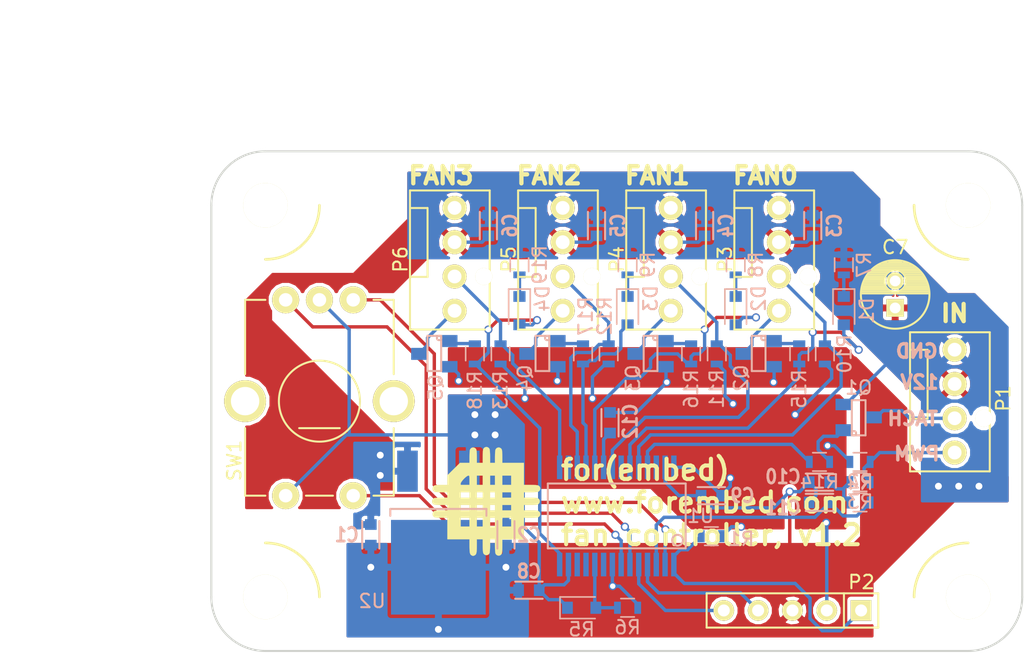
<source format=kicad_pcb>
(kicad_pcb (version 4) (host pcbnew 4.0.6-e0-6349~52~ubuntu16.10.1)

  (general
    (links 115)
    (no_connects 0)
    (area 93.116001 43.232 173.026965 91.60618)
    (thickness 1.6)
    (drawings 24)
    (tracks 311)
    (zones 0)
    (modules 66)
    (nets 44)
  )

  (page A4)
  (title_block
    (title "fan controller")
    (date 2016-07-21)
    (rev v1.1)
    (company "for(embed)")
    (comment 1 www.forembed.com)
  )

  (layers
    (0 F.Cu signal)
    (31 B.Cu signal)
    (32 B.Adhes user)
    (33 F.Adhes user)
    (34 B.Paste user)
    (35 F.Paste user)
    (36 B.SilkS user)
    (37 F.SilkS user)
    (38 B.Mask user)
    (39 F.Mask user)
    (40 Dwgs.User user)
    (41 Cmts.User user)
    (42 Eco1.User user)
    (43 Eco2.User user)
    (44 Edge.Cuts user)
    (45 Margin user)
    (46 B.CrtYd user)
    (47 F.CrtYd user)
    (48 B.Fab user hide)
    (49 F.Fab user hide)
  )

  (setup
    (last_trace_width 0.25)
    (trace_clearance 0.2)
    (zone_clearance 0.254)
    (zone_45_only no)
    (trace_min 0.2)
    (segment_width 0.2)
    (edge_width 0.15)
    (via_size 0.6)
    (via_drill 0.4)
    (via_min_size 0.4)
    (via_min_drill 0.3)
    (uvia_size 0.3)
    (uvia_drill 0.1)
    (uvias_allowed no)
    (uvia_min_size 0.2)
    (uvia_min_drill 0.1)
    (pcb_text_width 0.3)
    (pcb_text_size 1.5 1.5)
    (mod_edge_width 0.15)
    (mod_text_size 1 1)
    (mod_text_width 0.15)
    (pad_size 1.016 1.016)
    (pad_drill 0.508)
    (pad_to_mask_clearance 0.07)
    (aux_axis_origin 108.966 90.932)
    (grid_origin 108.966 90.932)
    (visible_elements 7FFEFF7F)
    (pcbplotparams
      (layerselection 0x010f0_80000001)
      (usegerberextensions false)
      (excludeedgelayer true)
      (linewidth 0.100000)
      (plotframeref false)
      (viasonmask false)
      (mode 1)
      (useauxorigin true)
      (hpglpennumber 1)
      (hpglpenspeed 20)
      (hpglpendiameter 15)
      (hpglpenoverlay 2)
      (psnegative false)
      (psa4output false)
      (plotreference true)
      (plotvalue true)
      (plotinvisibletext false)
      (padsonsilk false)
      (subtractmaskfromsilk false)
      (outputformat 1)
      (mirror false)
      (drillshape 0)
      (scaleselection 1)
      (outputdirectory ../gerber))
  )

  (net 0 "")
  (net 1 GND)
  (net 2 +12V)
  (net 3 ~MCLR)
  (net 4 +5V)
  (net 5 PGED)
  (net 6 PGEC)
  (net 7 /sense3)
  (net 8 /sense1)
  (net 9 /sense2)
  (net 10 "Net-(Q1-Pad1)")
  (net 11 "Net-(U1-Pad9)")
  (net 12 "Net-(U1-Pad11)")
  (net 13 "Net-(U1-Pad12)")
  (net 14 "Net-(P3-Pad4)")
  (net 15 "Net-(P4-Pad4)")
  (net 16 "Net-(P5-Pad4)")
  (net 17 "Net-(P6-Pad4)")
  (net 18 "Net-(Q2-Pad1)")
  (net 19 "Net-(Q3-Pad1)")
  (net 20 "Net-(Q4-Pad1)")
  (net 21 "Net-(Q5-Pad1)")
  (net 22 "Net-(C10-Pad1)")
  (net 23 analog_cmd)
  (net 24 "Net-(C12-Pad1)")
  (net 25 /pwm_in)
  (net 26 "/sense0(CN13)")
  (net 27 "Net-(R14-Pad1)")
  (net 28 "/pwm0(OC2B)")
  (net 29 "/pwm1(OC5)")
  (net 30 "/pwm2(OC4)")
  (net 31 "/pwm3(OC1E)")
  (net 32 "/ENC_A(CN2)")
  (net 33 "/ENC_B(CN6)")
  (net 34 "/SW(CN7)")
  (net 35 "Net-(D1-Pad1)")
  (net 36 "Net-(D2-Pad1)")
  (net 37 "Net-(D3-Pad1)")
  (net 38 "Net-(D4-Pad1)")
  (net 39 /sense_out)
  (net 40 "Net-(R5-Pad2)")
  (net 41 "Net-(U1-Pad16)")
  (net 42 "Net-(U1-Pad22)")
  (net 43 "Net-(U1-Pad26)")

  (net_class Default "This is the default net class."
    (clearance 0.2)
    (trace_width 0.25)
    (via_dia 0.6)
    (via_drill 0.4)
    (uvia_dia 0.3)
    (uvia_drill 0.1)
    (add_net +12V)
    (add_net +5V)
    (add_net "/ENC_A(CN2)")
    (add_net "/ENC_B(CN6)")
    (add_net "/SW(CN7)")
    (add_net "/pwm0(OC2B)")
    (add_net "/pwm1(OC5)")
    (add_net "/pwm2(OC4)")
    (add_net "/pwm3(OC1E)")
    (add_net /pwm_in)
    (add_net "/sense0(CN13)")
    (add_net /sense1)
    (add_net /sense2)
    (add_net /sense3)
    (add_net /sense_out)
    (add_net GND)
    (add_net "Net-(C10-Pad1)")
    (add_net "Net-(C12-Pad1)")
    (add_net "Net-(D1-Pad1)")
    (add_net "Net-(D2-Pad1)")
    (add_net "Net-(D3-Pad1)")
    (add_net "Net-(D4-Pad1)")
    (add_net "Net-(P3-Pad4)")
    (add_net "Net-(P4-Pad4)")
    (add_net "Net-(P5-Pad4)")
    (add_net "Net-(P6-Pad4)")
    (add_net "Net-(Q1-Pad1)")
    (add_net "Net-(Q2-Pad1)")
    (add_net "Net-(Q3-Pad1)")
    (add_net "Net-(Q4-Pad1)")
    (add_net "Net-(Q5-Pad1)")
    (add_net "Net-(R14-Pad1)")
    (add_net "Net-(R5-Pad2)")
    (add_net "Net-(U1-Pad11)")
    (add_net "Net-(U1-Pad12)")
    (add_net "Net-(U1-Pad16)")
    (add_net "Net-(U1-Pad22)")
    (add_net "Net-(U1-Pad26)")
    (add_net "Net-(U1-Pad9)")
    (add_net PGEC)
    (add_net PGED)
    (add_net analog_cmd)
    (add_net ~MCLR)
  )

  (module lib_pcb:VIA locked (layer F.Cu) (tedit 578FEBC3) (tstamp 578FEBC8)
    (at 121.466 77.932)
    (fp_text reference REF** (at 0 0) (layer F.SilkS) hide
      (effects (font (size 1 1) (thickness 0.15)))
    )
    (fp_text value VIA (at 0 0) (layer F.Fab) hide
      (effects (font (size 1 1) (thickness 0.15)))
    )
    (pad 1 thru_hole circle (at 0 0) (size 1.016 1.016) (drill 0.508) (layers *.Cu)
      (net 2 +12V) (zone_connect 2))
  )

  (module lib_pcb:VIA locked (layer F.Cu) (tedit 578FEBC3) (tstamp 578FEBB4)
    (at 121.466 76.432)
    (fp_text reference REF** (at 0 0) (layer F.SilkS) hide
      (effects (font (size 1 1) (thickness 0.15)))
    )
    (fp_text value VIA (at 0 0) (layer F.Fab) hide
      (effects (font (size 1 1) (thickness 0.15)))
    )
    (pad 1 thru_hole circle (at 0 0) (size 1.016 1.016) (drill 0.508) (layers *.Cu)
      (net 2 +12V) (zone_connect 2))
  )

  (module lib_pcb:VIA locked (layer F.Cu) (tedit 578FE259) (tstamp 578FE850)
    (at 165.766 78.732)
    (fp_text reference REF** (at 0 0) (layer F.SilkS) hide
      (effects (font (size 1 1) (thickness 0.15)))
    )
    (fp_text value VIA (at 0 0) (layer F.Fab) hide
      (effects (font (size 1 1) (thickness 0.15)))
    )
    (pad 1 thru_hole circle (at 0 0) (size 1.016 1.016) (drill 0.508) (layers *.Cu)
      (net 1 GND) (zone_connect 2))
  )

  (module lib_pcb:VIA locked (layer F.Cu) (tedit 578FE259) (tstamp 578FE849)
    (at 164.266 78.732)
    (fp_text reference REF** (at 0 0) (layer F.SilkS) hide
      (effects (font (size 1 1) (thickness 0.15)))
    )
    (fp_text value VIA (at 0 0) (layer F.Fab) hide
      (effects (font (size 1 1) (thickness 0.15)))
    )
    (pad 1 thru_hole circle (at 0 0) (size 1.016 1.016) (drill 0.508) (layers *.Cu)
      (net 1 GND) (zone_connect 2))
  )

  (module lib_pcb:VIA locked (layer F.Cu) (tedit 578FE259) (tstamp 578FE843)
    (at 162.766 78.732)
    (fp_text reference REF** (at 0 0) (layer F.SilkS) hide
      (effects (font (size 1 1) (thickness 0.15)))
    )
    (fp_text value VIA (at 0 0) (layer F.Fab) hide
      (effects (font (size 1 1) (thickness 0.15)))
    )
    (pad 1 thru_hole circle (at 0 0) (size 1.016 1.016) (drill 0.508) (layers *.Cu)
      (net 1 GND) (zone_connect 2))
  )

  (module lib_pcb:VIA locked (layer F.Cu) (tedit 578FE259) (tstamp 578FE608)
    (at 130.766 84.732)
    (fp_text reference REF** (at 0 0) (layer F.SilkS) hide
      (effects (font (size 1 1) (thickness 0.15)))
    )
    (fp_text value VIA (at 0 0) (layer F.Fab) hide
      (effects (font (size 1 1) (thickness 0.15)))
    )
    (pad 1 thru_hole circle (at 0 0) (size 1.016 1.016) (drill 0.508) (layers *.Cu)
      (net 1 GND) (zone_connect 2))
  )

  (module lib_pcb:VIA locked (layer F.Cu) (tedit 578FE259) (tstamp 578FE603)
    (at 125.766 89.332)
    (fp_text reference REF** (at 0 0) (layer F.SilkS) hide
      (effects (font (size 1 1) (thickness 0.15)))
    )
    (fp_text value VIA (at 0 0) (layer F.Fab) hide
      (effects (font (size 1 1) (thickness 0.15)))
    )
    (pad 1 thru_hole circle (at 0 0) (size 1.016 1.016) (drill 0.508) (layers *.Cu)
      (net 1 GND) (zone_connect 2))
  )

  (module lib_pcb:VIA locked (layer F.Cu) (tedit 578FE259) (tstamp 578FE5E8)
    (at 120.766 84.732)
    (fp_text reference REF** (at 0 0) (layer F.SilkS) hide
      (effects (font (size 1 1) (thickness 0.15)))
    )
    (fp_text value VIA (at 0 0) (layer F.Fab) hide
      (effects (font (size 1 1) (thickness 0.15)))
    )
    (pad 1 thru_hole circle (at 0 0) (size 1.016 1.016) (drill 0.508) (layers *.Cu)
      (net 1 GND) (zone_connect 2))
  )

  (module lib_pcb:VIA locked (layer F.Cu) (tedit 578FE023) (tstamp 578FE546)
    (at 129.966 74.932)
    (fp_text reference REF** (at 0 0) (layer F.SilkS) hide
      (effects (font (size 1 1) (thickness 0.15)))
    )
    (fp_text value VIA (at 0 0) (layer F.Fab) hide
      (effects (font (size 1 1) (thickness 0.15)))
    )
    (pad 1 thru_hole circle (at 0 0) (size 1.016 1.016) (drill 0.508) (layers *.Cu)
      (net 4 +5V) (zone_connect 2))
  )

  (module lib_pcb:VIA locked (layer F.Cu) (tedit 578FE023) (tstamp 578FE541)
    (at 128.466 74.932)
    (fp_text reference REF** (at 0 0) (layer F.SilkS) hide
      (effects (font (size 1 1) (thickness 0.15)))
    )
    (fp_text value VIA (at 0 0) (layer F.Fab) hide
      (effects (font (size 1 1) (thickness 0.15)))
    )
    (pad 1 thru_hole circle (at 0 0) (size 1.016 1.016) (drill 0.508) (layers *.Cu)
      (net 4 +5V) (zone_connect 2))
  )

  (module lib_pcb:VIA locked (layer F.Cu) (tedit 578FE023) (tstamp 578FE53B)
    (at 129.966 73.432)
    (fp_text reference REF** (at 0 0) (layer F.SilkS) hide
      (effects (font (size 1 1) (thickness 0.15)))
    )
    (fp_text value VIA (at 0 0) (layer F.Fab) hide
      (effects (font (size 1 1) (thickness 0.15)))
    )
    (pad 1 thru_hole circle (at 0 0) (size 1.016 1.016) (drill 0.508) (layers *.Cu)
      (net 4 +5V) (zone_connect 2))
  )

  (module kicad_pcb:CON_1x5_0.1in (layer F.Cu) (tedit 57900F84) (tstamp 5771AE2E)
    (at 151.966 87.932 180)
    (path /577078F3)
    (fp_text reference P2 (at -5.1 2.1 180) (layer F.SilkS)
      (effects (font (size 1 1) (thickness 0.15)))
    )
    (fp_text value CONN_01X05 (at 0 0 180) (layer F.Fab) hide
      (effects (font (size 1 1) (thickness 0.15)))
    )
    (fp_line (start -6.35 -1.27) (end 6.35 -1.27) (layer F.SilkS) (width 0.15))
    (fp_line (start 6.35 -1.27) (end 6.35 1.27) (layer F.SilkS) (width 0.15))
    (fp_line (start 6.35 1.27) (end -6.35 1.27) (layer F.SilkS) (width 0.15))
    (fp_line (start -6.35 1.27) (end -6.35 -1.27) (layer F.SilkS) (width 0.15))
    (fp_line (start -6.35 -1.27) (end -3.81 -1.27) (layer F.SilkS) (width 0.15))
    (fp_line (start -3.81 -1.27) (end -3.81 1.27) (layer F.SilkS) (width 0.15))
    (pad 1 thru_hole rect (at -5.08 0 180) (size 1.524 1.524) (drill 0.889) (layers *.Cu *.Mask F.SilkS)
      (net 3 ~MCLR))
    (pad 2 thru_hole circle (at -2.54 0 180) (size 1.524 1.524) (drill 0.889) (layers *.Cu *.Mask F.SilkS)
      (net 4 +5V))
    (pad 3 thru_hole circle (at 0 0 180) (size 1.524 1.524) (drill 0.889) (layers *.Cu *.Mask F.SilkS)
      (net 1 GND))
    (pad 4 thru_hole circle (at 2.54 0 180) (size 1.524 1.524) (drill 0.889) (layers *.Cu *.Mask F.SilkS)
      (net 5 PGED))
    (pad 5 thru_hole circle (at 5.08 0 180) (size 1.524 1.524) (drill 0.889) (layers *.Cu *.Mask F.SilkS)
      (net 6 PGEC))
  )

  (module lib_pcb:encoder_EN12-HS (layer F.Cu) (tedit 57900E40) (tstamp 5771AEE8)
    (at 116.966 72.432 180)
    (path /57715123)
    (fp_text reference SW1 (at 6.3 -4.4 450) (layer F.SilkS)
      (effects (font (size 1 1) (thickness 0.15)))
    )
    (fp_text value encoder_rotary_with_switch (at 0 0 180) (layer F.Fab) hide
      (effects (font (size 1 1) (thickness 0.15)))
    )
    (fp_line (start -1.5 -2) (end 1.5 -2) (layer F.SilkS) (width 0.15))
    (fp_circle (center 0 0) (end 0 -3) (layer F.SilkS) (width 0.15))
    (fp_line (start 4 7.5) (end 5.5 7.5) (layer F.SilkS) (width 0.15))
    (fp_line (start 5.5 7.5) (end 5.5 2) (layer F.SilkS) (width 0.15))
    (fp_line (start -5.5 2) (end -5.5 7.5) (layer F.SilkS) (width 0.15))
    (fp_line (start -5.5 7.5) (end -4 7.5) (layer F.SilkS) (width 0.15))
    (fp_line (start -4 -7) (end -5.5 -7) (layer F.SilkS) (width 0.15))
    (fp_line (start -5.5 -7) (end -5.5 -2) (layer F.SilkS) (width 0.15))
    (fp_line (start 1 -7) (end -1 -7) (layer F.SilkS) (width 0.15))
    (fp_line (start 5.5 -2) (end 5.5 -7) (layer F.SilkS) (width 0.15))
    (fp_line (start 5.5 -7) (end 4 -7) (layer F.SilkS) (width 0.15))
    (pad 1 thru_hole circle (at -2.5 7.5 180) (size 2 2) (drill 1) (layers *.Cu *.Mask F.SilkS)
      (net 32 "/ENC_A(CN2)"))
    (pad 2 thru_hole circle (at 0 7.5 180) (size 2 2) (drill 1) (layers *.Cu *.Mask F.SilkS)
      (net 4 +5V))
    (pad 3 thru_hole circle (at 2.5 7.5 180) (size 2 2) (drill 1) (layers *.Cu *.Mask F.SilkS)
      (net 33 "/ENC_B(CN6)"))
    (pad 4 thru_hole circle (at 2.5 -7 180) (size 2 2) (drill 1) (layers *.Cu *.Mask F.SilkS)
      (net 4 +5V))
    (pad 5 thru_hole circle (at -2.5 -7 180) (size 2 2) (drill 1) (layers *.Cu *.Mask F.SilkS)
      (net 34 "/SW(CN7)"))
    (pad "" np_thru_hole circle (at 5.5 0 180) (size 3.1 3.1) (drill 2.1) (layers *.Cu *.Mask F.SilkS))
    (pad "" np_thru_hole circle (at -5.5 0 180) (size 3.1 3.1) (drill 2.1) (layers *.Cu *.Mask F.SilkS))
  )

  (module kicad_pcb:SSOP-28 (layer B.Cu) (tedit 57900E03) (tstamp 5771AF0D)
    (at 138.966 80.932 180)
    (path /578CC6C7)
    (fp_text reference U1 (at -6.2 0 180) (layer B.SilkS)
      (effects (font (size 1 1) (thickness 0.15)) (justify mirror))
    )
    (fp_text value pic24fv08km202 (at 0 0 180) (layer B.Fab) hide
      (effects (font (size 1 1) (thickness 0.15)) (justify mirror))
    )
    (fp_circle (center -4.5 -1.8) (end -4.9 -1.8) (layer B.SilkS) (width 0.15))
    (fp_line (start -5.1 2.4) (end -5.1 -2.4) (layer B.SilkS) (width 0.15))
    (fp_line (start -5.1 -2.4) (end 5.1 -2.4) (layer B.SilkS) (width 0.15))
    (fp_line (start 5.1 -2.4) (end 5.1 2.4) (layer B.SilkS) (width 0.15))
    (fp_line (start 5.1 2.4) (end -5.1 2.4) (layer B.SilkS) (width 0.15))
    (pad 1 smd rect (at -4.225 -3.6 180) (size 0.4 1.75) (layers B.Cu B.Paste B.Mask)
      (net 3 ~MCLR))
    (pad 2 smd rect (at -3.575 -3.6 180) (size 0.4 1.75) (layers B.Cu B.Paste B.Mask)
      (net 32 "/ENC_A(CN2)"))
    (pad 3 smd rect (at -2.925 -3.6 180) (size 0.4 1.75) (layers B.Cu B.Paste B.Mask)
      (net 23 analog_cmd))
    (pad 4 smd rect (at -2.275 -3.6 180) (size 0.4 1.75) (layers B.Cu B.Paste B.Mask)
      (net 5 PGED))
    (pad 5 smd rect (at -1.625 -3.6 180) (size 0.4 1.75) (layers B.Cu B.Paste B.Mask)
      (net 6 PGEC))
    (pad 6 smd rect (at -0.975 -3.6 180) (size 0.4 1.75) (layers B.Cu B.Paste B.Mask)
      (net 33 "/ENC_B(CN6)"))
    (pad 7 smd rect (at -0.325 -3.6 180) (size 0.4 1.75) (layers B.Cu B.Paste B.Mask)
      (net 34 "/SW(CN7)"))
    (pad 8 smd rect (at 0.325 -3.6 180) (size 0.4 1.75) (layers B.Cu B.Paste B.Mask)
      (net 1 GND))
    (pad 9 smd rect (at 0.975 -3.6 180) (size 0.4 1.75) (layers B.Cu B.Paste B.Mask)
      (net 11 "Net-(U1-Pad9)"))
    (pad 10 smd rect (at 1.625 -3.6 180) (size 0.4 1.75) (layers B.Cu B.Paste B.Mask)
      (net 40 "Net-(R5-Pad2)"))
    (pad 11 smd rect (at 2.275 -3.6 180) (size 0.4 1.75) (layers B.Cu B.Paste B.Mask)
      (net 12 "Net-(U1-Pad11)"))
    (pad 12 smd rect (at 2.925 -3.6 180) (size 0.4 1.75) (layers B.Cu B.Paste B.Mask)
      (net 13 "Net-(U1-Pad12)"))
    (pad 13 smd rect (at 3.575 -3.6 180) (size 0.4 1.75) (layers B.Cu B.Paste B.Mask)
      (net 4 +5V))
    (pad 14 smd rect (at 4.225 -3.6 180) (size 0.4 1.75) (layers B.Cu B.Paste B.Mask)
      (net 31 "/pwm3(OC1E)"))
    (pad 15 smd rect (at 4.225 3.6 180) (size 0.4 1.75) (layers B.Cu B.Paste B.Mask)
      (net 7 /sense3))
    (pad 16 smd rect (at 3.575 3.6 180) (size 0.4 1.75) (layers B.Cu B.Paste B.Mask)
      (net 41 "Net-(U1-Pad16)"))
    (pad 17 smd rect (at 2.925 3.6 180) (size 0.4 1.75) (layers B.Cu B.Paste B.Mask)
      (net 9 /sense2))
    (pad 18 smd rect (at 2.275 3.6 180) (size 0.4 1.75) (layers B.Cu B.Paste B.Mask)
      (net 30 "/pwm2(OC4)"))
    (pad 19 smd rect (at 1.625 3.6 180) (size 0.4 1.75) (layers B.Cu B.Paste B.Mask)
      (net 29 "/pwm1(OC5)"))
    (pad 20 smd rect (at 0.975 3.6 180) (size 0.4 1.75) (layers B.Cu B.Paste B.Mask)
      (net 24 "Net-(C12-Pad1)"))
    (pad 21 smd rect (at 0.325 3.6 180) (size 0.4 1.75) (layers B.Cu B.Paste B.Mask)
      (net 8 /sense1))
    (pad 22 smd rect (at -0.325 3.6 180) (size 0.4 1.75) (layers B.Cu B.Paste B.Mask)
      (net 42 "Net-(U1-Pad22)"))
    (pad 23 smd rect (at -0.975 3.6 180) (size 0.4 1.75) (layers B.Cu B.Paste B.Mask)
      (net 28 "/pwm0(OC2B)"))
    (pad 24 smd rect (at -1.625 3.6 180) (size 0.4 1.75) (layers B.Cu B.Paste B.Mask)
      (net 26 "/sense0(CN13)"))
    (pad 25 smd rect (at -2.275 3.6 180) (size 0.4 1.75) (layers B.Cu B.Paste B.Mask)
      (net 27 "Net-(R14-Pad1)"))
    (pad 26 smd rect (at -2.925 3.6 180) (size 0.4 1.75) (layers B.Cu B.Paste B.Mask)
      (net 43 "Net-(U1-Pad26)"))
    (pad 27 smd rect (at -3.575 3.6 180) (size 0.4 1.75) (layers B.Cu B.Paste B.Mask)
      (net 1 GND))
    (pad 28 smd rect (at -4.225 3.6 180) (size 0.4 1.75) (layers B.Cu B.Paste B.Mask)
      (net 4 +5V))
  )

  (module lib_pcb:SM_0603 (layer B.Cu) (tedit 57716794) (tstamp 5771BEE6)
    (at 120.766 82.332 270)
    (path /57721913)
    (fp_text reference C1 (at 0 1.778 360) (layer B.SilkS)
      (effects (font (size 1.016 0.889) (thickness 0.2032)) (justify mirror))
    )
    (fp_text value 100nF (at 0 -1.143 270) (layer B.SilkS) hide
      (effects (font (size 0.635 0.635) (thickness 0.1016)) (justify mirror))
    )
    (fp_line (start -1.016 -0.635) (end 1.016 -0.635) (layer B.SilkS) (width 0.15))
    (fp_line (start -1.016 0.635) (end 1.016 0.635) (layer B.SilkS) (width 0.15))
    (pad 1 smd rect (at -0.762 0 270) (size 0.7874 0.8636) (layers B.Cu B.Paste B.Mask)
      (net 2 +12V))
    (pad 2 smd rect (at 0.762 0 270) (size 0.7874 0.8636) (layers B.Cu B.Paste B.Mask)
      (net 1 GND))
  )

  (module lib_pcb:SM_0603 (layer B.Cu) (tedit 5938B1B0) (tstamp 5771BEEE)
    (at 130.766 82.332 270)
    (path /57721D8F)
    (fp_text reference C2 (at 0 -1.7 360) (layer B.SilkS)
      (effects (font (size 1.016 0.889) (thickness 0.2032)) (justify mirror))
    )
    (fp_text value 100nF (at 0 -1.143 270) (layer B.SilkS) hide
      (effects (font (size 0.635 0.635) (thickness 0.1016)) (justify mirror))
    )
    (fp_line (start -1.016 -0.635) (end 1.016 -0.635) (layer B.SilkS) (width 0.15))
    (fp_line (start -1.016 0.635) (end 1.016 0.635) (layer B.SilkS) (width 0.15))
    (pad 1 smd rect (at -0.762 0 270) (size 0.7874 0.8636) (layers B.Cu B.Paste B.Mask)
      (net 4 +5V))
    (pad 2 smd rect (at 0.762 0 270) (size 0.7874 0.8636) (layers B.Cu B.Paste B.Mask)
      (net 1 GND))
  )

  (module lib_pcb:SM_0603 (layer B.Cu) (tedit 57900ECA) (tstamp 5771BEF6)
    (at 153.466 59.432 90)
    (path /577224FB)
    (fp_text reference C3 (at 0 1.6 90) (layer B.SilkS)
      (effects (font (size 1.016 0.889) (thickness 0.2032)) (justify mirror))
    )
    (fp_text value 100nF (at 0 -1.143 90) (layer B.SilkS) hide
      (effects (font (size 0.635 0.635) (thickness 0.1016)) (justify mirror))
    )
    (fp_line (start -1.016 -0.635) (end 1.016 -0.635) (layer B.SilkS) (width 0.15))
    (fp_line (start -1.016 0.635) (end 1.016 0.635) (layer B.SilkS) (width 0.15))
    (pad 1 smd rect (at -0.762 0 90) (size 0.7874 0.8636) (layers B.Cu B.Paste B.Mask)
      (net 2 +12V))
    (pad 2 smd rect (at 0.762 0 90) (size 0.7874 0.8636) (layers B.Cu B.Paste B.Mask)
      (net 1 GND))
  )

  (module lib_pcb:SM_0603 (layer B.Cu) (tedit 57900ED3) (tstamp 5771BEFE)
    (at 145.466 59.432 90)
    (path /57722858)
    (fp_text reference C4 (at 0 1.6 270) (layer B.SilkS)
      (effects (font (size 1.016 0.889) (thickness 0.2032)) (justify mirror))
    )
    (fp_text value 100nF (at 0 -1.143 90) (layer B.SilkS) hide
      (effects (font (size 0.635 0.635) (thickness 0.1016)) (justify mirror))
    )
    (fp_line (start -1.016 -0.635) (end 1.016 -0.635) (layer B.SilkS) (width 0.15))
    (fp_line (start -1.016 0.635) (end 1.016 0.635) (layer B.SilkS) (width 0.15))
    (pad 1 smd rect (at -0.762 0 90) (size 0.7874 0.8636) (layers B.Cu B.Paste B.Mask)
      (net 2 +12V))
    (pad 2 smd rect (at 0.762 0 90) (size 0.7874 0.8636) (layers B.Cu B.Paste B.Mask)
      (net 1 GND))
  )

  (module lib_pcb:SM_0603 (layer B.Cu) (tedit 57900EDC) (tstamp 5771BF06)
    (at 137.466 59.432 90)
    (path /577228E9)
    (fp_text reference C5 (at 0 1.6 270) (layer B.SilkS)
      (effects (font (size 1.016 0.889) (thickness 0.2032)) (justify mirror))
    )
    (fp_text value 100nF (at 0 -1.143 90) (layer B.SilkS) hide
      (effects (font (size 0.635 0.635) (thickness 0.1016)) (justify mirror))
    )
    (fp_line (start -1.016 -0.635) (end 1.016 -0.635) (layer B.SilkS) (width 0.15))
    (fp_line (start -1.016 0.635) (end 1.016 0.635) (layer B.SilkS) (width 0.15))
    (pad 1 smd rect (at -0.762 0 90) (size 0.7874 0.8636) (layers B.Cu B.Paste B.Mask)
      (net 2 +12V))
    (pad 2 smd rect (at 0.762 0 90) (size 0.7874 0.8636) (layers B.Cu B.Paste B.Mask)
      (net 1 GND))
  )

  (module lib_pcb:SM_0603 (layer B.Cu) (tedit 57900EE2) (tstamp 5771BF0E)
    (at 129.466 59.432 90)
    (path /57722900)
    (fp_text reference C6 (at 0 1.6 270) (layer B.SilkS)
      (effects (font (size 1.016 0.889) (thickness 0.2032)) (justify mirror))
    )
    (fp_text value 100nF (at 0 -1.143 90) (layer B.SilkS) hide
      (effects (font (size 0.635 0.635) (thickness 0.1016)) (justify mirror))
    )
    (fp_line (start -1.016 -0.635) (end 1.016 -0.635) (layer B.SilkS) (width 0.15))
    (fp_line (start -1.016 0.635) (end 1.016 0.635) (layer B.SilkS) (width 0.15))
    (pad 1 smd rect (at -0.762 0 90) (size 0.7874 0.8636) (layers B.Cu B.Paste B.Mask)
      (net 2 +12V))
    (pad 2 smd rect (at 0.762 0 90) (size 0.7874 0.8636) (layers B.Cu B.Paste B.Mask)
      (net 1 GND))
  )

  (module lib_pcb:DPAK_TO-252 (layer B.Cu) (tedit 592F7C8B) (tstamp 5771BF18)
    (at 125.766 84.732)
    (path /5771FAAD)
    (fp_text reference U2 (at -4.9 2.5) (layer B.SilkS)
      (effects (font (size 1 1) (thickness 0.15)) (justify mirror))
    )
    (fp_text value L78M05 (at 0 0) (layer B.Fab) hide
      (effects (font (size 1 1) (thickness 0.15)) (justify mirror))
    )
    (fp_line (start -3.556 -3.81) (end -3.556 -4.318) (layer B.SilkS) (width 0.15))
    (fp_line (start -3.556 -4.318) (end 3.556 -4.318) (layer B.SilkS) (width 0.15))
    (fp_line (start 3.556 -4.318) (end 3.556 -3.81) (layer B.SilkS) (width 0.15))
    (pad 1 smd rect (at -2.286 -7.112) (size 1.524 3.048) (layers B.Cu B.Paste B.Mask)
      (net 2 +12V))
    (pad 3 smd rect (at 2.286 -7.112) (size 1.524 3.048) (layers B.Cu B.Paste B.Mask)
      (net 4 +5V))
    (pad 2 smd rect (at 0 0) (size 7.0104 7.0104) (layers B.Cu B.Paste B.Mask)
      (net 1 GND))
  )

  (module Capacitors_ThroughHole:C_Radial_D5_L11_P2 (layer F.Cu) (tedit 57900EB4) (tstamp 5771C549)
    (at 159.566 65.532 90)
    (descr "Radial Electrolytic Capacitor 5mm x Length 11mm, Pitch 2mm")
    (tags "Electrolytic Capacitor")
    (path /5772394E)
    (fp_text reference C7 (at 4.5 0 180) (layer F.SilkS)
      (effects (font (size 1 1) (thickness 0.15)))
    )
    (fp_text value 47uF (at 1 3.8 90) (layer F.Fab) hide
      (effects (font (size 1 1) (thickness 0.15)))
    )
    (fp_line (start 1.075 -2.499) (end 1.075 2.499) (layer F.SilkS) (width 0.15))
    (fp_line (start 1.215 -2.491) (end 1.215 -0.154) (layer F.SilkS) (width 0.15))
    (fp_line (start 1.215 0.154) (end 1.215 2.491) (layer F.SilkS) (width 0.15))
    (fp_line (start 1.355 -2.475) (end 1.355 -0.473) (layer F.SilkS) (width 0.15))
    (fp_line (start 1.355 0.473) (end 1.355 2.475) (layer F.SilkS) (width 0.15))
    (fp_line (start 1.495 -2.451) (end 1.495 -0.62) (layer F.SilkS) (width 0.15))
    (fp_line (start 1.495 0.62) (end 1.495 2.451) (layer F.SilkS) (width 0.15))
    (fp_line (start 1.635 -2.418) (end 1.635 -0.712) (layer F.SilkS) (width 0.15))
    (fp_line (start 1.635 0.712) (end 1.635 2.418) (layer F.SilkS) (width 0.15))
    (fp_line (start 1.775 -2.377) (end 1.775 -0.768) (layer F.SilkS) (width 0.15))
    (fp_line (start 1.775 0.768) (end 1.775 2.377) (layer F.SilkS) (width 0.15))
    (fp_line (start 1.915 -2.327) (end 1.915 -0.795) (layer F.SilkS) (width 0.15))
    (fp_line (start 1.915 0.795) (end 1.915 2.327) (layer F.SilkS) (width 0.15))
    (fp_line (start 2.055 -2.266) (end 2.055 -0.798) (layer F.SilkS) (width 0.15))
    (fp_line (start 2.055 0.798) (end 2.055 2.266) (layer F.SilkS) (width 0.15))
    (fp_line (start 2.195 -2.196) (end 2.195 -0.776) (layer F.SilkS) (width 0.15))
    (fp_line (start 2.195 0.776) (end 2.195 2.196) (layer F.SilkS) (width 0.15))
    (fp_line (start 2.335 -2.114) (end 2.335 -0.726) (layer F.SilkS) (width 0.15))
    (fp_line (start 2.335 0.726) (end 2.335 2.114) (layer F.SilkS) (width 0.15))
    (fp_line (start 2.475 -2.019) (end 2.475 -0.644) (layer F.SilkS) (width 0.15))
    (fp_line (start 2.475 0.644) (end 2.475 2.019) (layer F.SilkS) (width 0.15))
    (fp_line (start 2.615 -1.908) (end 2.615 -0.512) (layer F.SilkS) (width 0.15))
    (fp_line (start 2.615 0.512) (end 2.615 1.908) (layer F.SilkS) (width 0.15))
    (fp_line (start 2.755 -1.78) (end 2.755 -0.265) (layer F.SilkS) (width 0.15))
    (fp_line (start 2.755 0.265) (end 2.755 1.78) (layer F.SilkS) (width 0.15))
    (fp_line (start 2.895 -1.631) (end 2.895 1.631) (layer F.SilkS) (width 0.15))
    (fp_line (start 3.035 -1.452) (end 3.035 1.452) (layer F.SilkS) (width 0.15))
    (fp_line (start 3.175 -1.233) (end 3.175 1.233) (layer F.SilkS) (width 0.15))
    (fp_line (start 3.315 -0.944) (end 3.315 0.944) (layer F.SilkS) (width 0.15))
    (fp_line (start 3.455 -0.472) (end 3.455 0.472) (layer F.SilkS) (width 0.15))
    (fp_circle (center 2 0) (end 2 -0.8) (layer F.SilkS) (width 0.15))
    (fp_circle (center 1 0) (end 1 -2.5375) (layer F.SilkS) (width 0.15))
    (fp_circle (center 1 0) (end 1 -2.8) (layer F.CrtYd) (width 0.05))
    (pad 1 thru_hole rect (at 0 0 90) (size 1.3 1.3) (drill 0.8) (layers *.Cu *.Mask F.SilkS)
      (net 2 +12V))
    (pad 2 thru_hole circle (at 2 0 90) (size 1.3 1.3) (drill 0.8) (layers *.Cu *.Mask F.SilkS)
      (net 1 GND))
    (model Capacitors_ThroughHole.3dshapes/C_Radial_D5_L11_P2.wrl
      (at (xyz 0 0 0))
      (scale (xyz 1 1 1))
      (rotate (xyz 0 0 0))
    )
  )

  (module lib_pcb:SOT-23 (layer B.Cu) (tedit 579010F8) (tstamp 5771CC86)
    (at 156.866 73.632 90)
    (tags SOT23)
    (path /57726895)
    (fp_text reference Q1 (at 2.2 0 180) (layer B.SilkS)
      (effects (font (size 1 1) (thickness 0.15)) (justify mirror))
    )
    (fp_text value Q_NPN_BEC (at 0.0635 0 90) (layer B.SilkS) hide
      (effects (font (size 1 1) (thickness 0.15)) (justify mirror))
    )
    (fp_circle (center -1.17602 -0.35052) (end -1.30048 -0.44958) (layer B.SilkS) (width 0.15))
    (fp_line (start 1.27 0.508) (end 1.27 -0.508) (layer B.SilkS) (width 0.15))
    (fp_line (start -1.3335 0.508) (end -1.3335 -0.508) (layer B.SilkS) (width 0.15))
    (fp_line (start 1.27 -0.508) (end -1.3335 -0.508) (layer B.SilkS) (width 0.15))
    (fp_line (start -1.3335 0.508) (end 1.27 0.508) (layer B.SilkS) (width 0.15))
    (pad 3 smd rect (at 0 1.143 90) (size 0.889 1.143) (layers B.Cu B.Paste B.Mask)
      (net 39 /sense_out))
    (pad 2 smd rect (at 0.9525 -1.143 90) (size 0.8509 1.143) (layers B.Cu B.Paste B.Mask)
      (net 1 GND))
    (pad 1 smd rect (at -0.9525 -1.143 90) (size 0.889 1.143) (layers B.Cu B.Paste B.Mask)
      (net 10 "Net-(Q1-Pad1)"))
    (model SMD_Packages/SOT-23.wrl
      (at (xyz 0 0 0))
      (scale (xyz 0.4 0.4 0.4))
      (rotate (xyz 0 0 180))
    )
  )

  (module lib_pcb:SM_0603 (layer B.Cu) (tedit 57900E0E) (tstamp 5771D0A7)
    (at 132.466 86.432 180)
    (path /57729792)
    (fp_text reference C8 (at 0 1.4 360) (layer B.SilkS)
      (effects (font (size 1.016 0.889) (thickness 0.2032)) (justify mirror))
    )
    (fp_text value 100nF (at 0 -1.143 180) (layer B.SilkS) hide
      (effects (font (size 0.635 0.635) (thickness 0.1016)) (justify mirror))
    )
    (fp_line (start -1.016 -0.635) (end 1.016 -0.635) (layer B.SilkS) (width 0.15))
    (fp_line (start -1.016 0.635) (end 1.016 0.635) (layer B.SilkS) (width 0.15))
    (pad 1 smd rect (at -0.762 0 180) (size 0.7874 0.8636) (layers B.Cu B.Paste B.Mask)
      (net 4 +5V))
    (pad 2 smd rect (at 0.762 0 180) (size 0.7874 0.8636) (layers B.Cu B.Paste B.Mask)
      (net 1 GND))
  )

  (module lib_pcb:SM_0603 (layer B.Cu) (tedit 57900BF8) (tstamp 5771D0AF)
    (at 145.966 79.432 180)
    (path /57729690)
    (fp_text reference C9 (at -2.3 0 360) (layer B.SilkS)
      (effects (font (size 1.016 0.889) (thickness 0.2032)) (justify mirror))
    )
    (fp_text value 100nF (at 0 -1.143 180) (layer B.SilkS) hide
      (effects (font (size 0.635 0.635) (thickness 0.1016)) (justify mirror))
    )
    (fp_line (start -1.016 -0.635) (end 1.016 -0.635) (layer B.SilkS) (width 0.15))
    (fp_line (start -1.016 0.635) (end 1.016 0.635) (layer B.SilkS) (width 0.15))
    (pad 1 smd rect (at -0.762 0 180) (size 0.7874 0.8636) (layers B.Cu B.Paste B.Mask)
      (net 4 +5V))
    (pad 2 smd rect (at 0.762 0 180) (size 0.7874 0.8636) (layers B.Cu B.Paste B.Mask)
      (net 1 GND))
  )

  (module lib_pcb:CONN_1x4_PC_FAN (layer F.Cu) (tedit 57900FE7) (tstamp 5773E0AA)
    (at 163.966 72.432 90)
    (path /576EEC32)
    (fp_text reference P1 (at 0.2 3.6 90) (layer F.SilkS)
      (effects (font (size 1 1) (thickness 0.15)))
    )
    (fp_text value CONN_01X04 (at 0 0 90) (layer F.Fab) hide
      (effects (font (size 1 1) (thickness 0.15)))
    )
    (fp_line (start 3.8 -3.3) (end 3.8 -2) (layer F.SilkS) (width 0.15))
    (fp_line (start 3.8 -2) (end -1.3 -2) (layer F.SilkS) (width 0.15))
    (fp_line (start -1.3 -2) (end -1.3 -3.3) (layer F.SilkS) (width 0.15))
    (fp_line (start -5.2 2.6) (end 5.1 2.6) (layer F.SilkS) (width 0.15))
    (fp_line (start 5.1 2.6) (end 5.1 -3.3) (layer F.SilkS) (width 0.15))
    (fp_line (start 5.1 -3.3) (end -5.2 -3.3) (layer F.SilkS) (width 0.15))
    (fp_line (start -5.2 -3.3) (end -5.2 2.6) (layer F.SilkS) (width 0.15))
    (pad 1 thru_hole circle (at 3.81 0 90) (size 1.778 1.778) (drill 1.02) (layers *.Cu *.Mask F.SilkS)
      (net 1 GND))
    (pad 2 thru_hole circle (at 1.27 0 90) (size 1.778 1.778) (drill 1.02) (layers *.Cu *.Mask F.SilkS)
      (net 2 +12V))
    (pad 3 thru_hole circle (at -1.27 0 90) (size 1.778 1.778) (drill 1.02) (layers *.Cu *.Mask F.SilkS)
      (net 39 /sense_out))
    (pad 4 thru_hole circle (at -3.81 0 90) (size 1.778 1.778) (drill 1.02) (layers *.Cu *.Mask F.SilkS)
      (net 25 /pwm_in))
    (pad "" np_thru_hole circle (at -1.27 2.16 90) (size 1.27 1.27) (drill 1.27) (layers *.Cu *.Mask F.SilkS))
  )

  (module lib_pcb:CONN_1x4_PC_FAN (layer F.Cu) (tedit 578FDB6C) (tstamp 5773E0B9)
    (at 150.966 61.932 90)
    (path /57717989)
    (fp_text reference P3 (at 0 -4 90) (layer F.SilkS)
      (effects (font (size 1 1) (thickness 0.15)))
    )
    (fp_text value CONN_01X04 (at 0 0 90) (layer F.Fab) hide
      (effects (font (size 1 1) (thickness 0.15)))
    )
    (fp_line (start 3.8 -3.3) (end 3.8 -2) (layer F.SilkS) (width 0.15))
    (fp_line (start 3.8 -2) (end -1.3 -2) (layer F.SilkS) (width 0.15))
    (fp_line (start -1.3 -2) (end -1.3 -3.3) (layer F.SilkS) (width 0.15))
    (fp_line (start -5.2 2.6) (end 5.1 2.6) (layer F.SilkS) (width 0.15))
    (fp_line (start 5.1 2.6) (end 5.1 -3.3) (layer F.SilkS) (width 0.15))
    (fp_line (start 5.1 -3.3) (end -5.2 -3.3) (layer F.SilkS) (width 0.15))
    (fp_line (start -5.2 -3.3) (end -5.2 2.6) (layer F.SilkS) (width 0.15))
    (pad 1 thru_hole circle (at 3.81 0 90) (size 1.778 1.778) (drill 1.02) (layers *.Cu *.Mask F.SilkS)
      (net 1 GND))
    (pad 2 thru_hole circle (at 1.27 0 90) (size 1.778 1.778) (drill 1.02) (layers *.Cu *.Mask F.SilkS)
      (net 2 +12V))
    (pad 3 thru_hole circle (at -1.27 0 90) (size 1.778 1.778) (drill 1.02) (layers *.Cu *.Mask F.SilkS)
      (net 26 "/sense0(CN13)"))
    (pad 4 thru_hole circle (at -3.81 0 90) (size 1.778 1.778) (drill 1.02) (layers *.Cu *.Mask F.SilkS)
      (net 14 "Net-(P3-Pad4)"))
    (pad "" np_thru_hole circle (at -1.27 2.16 90) (size 1.27 1.27) (drill 1.27) (layers *.Cu *.Mask F.SilkS))
  )

  (module lib_pcb:CONN_1x4_PC_FAN (layer F.Cu) (tedit 578FDB6F) (tstamp 5773E0C8)
    (at 142.966 61.932 90)
    (path /576F1A21)
    (fp_text reference P4 (at 0 -4 270) (layer F.SilkS)
      (effects (font (size 1 1) (thickness 0.15)))
    )
    (fp_text value CONN_01X04 (at 0 0 90) (layer F.Fab) hide
      (effects (font (size 1 1) (thickness 0.15)))
    )
    (fp_line (start 3.8 -3.3) (end 3.8 -2) (layer F.SilkS) (width 0.15))
    (fp_line (start 3.8 -2) (end -1.3 -2) (layer F.SilkS) (width 0.15))
    (fp_line (start -1.3 -2) (end -1.3 -3.3) (layer F.SilkS) (width 0.15))
    (fp_line (start -5.2 2.6) (end 5.1 2.6) (layer F.SilkS) (width 0.15))
    (fp_line (start 5.1 2.6) (end 5.1 -3.3) (layer F.SilkS) (width 0.15))
    (fp_line (start 5.1 -3.3) (end -5.2 -3.3) (layer F.SilkS) (width 0.15))
    (fp_line (start -5.2 -3.3) (end -5.2 2.6) (layer F.SilkS) (width 0.15))
    (pad 1 thru_hole circle (at 3.81 0 90) (size 1.778 1.778) (drill 1.02) (layers *.Cu *.Mask F.SilkS)
      (net 1 GND))
    (pad 2 thru_hole circle (at 1.27 0 90) (size 1.778 1.778) (drill 1.02) (layers *.Cu *.Mask F.SilkS)
      (net 2 +12V))
    (pad 3 thru_hole circle (at -1.27 0 90) (size 1.778 1.778) (drill 1.02) (layers *.Cu *.Mask F.SilkS)
      (net 8 /sense1))
    (pad 4 thru_hole circle (at -3.81 0 90) (size 1.778 1.778) (drill 1.02) (layers *.Cu *.Mask F.SilkS)
      (net 15 "Net-(P4-Pad4)"))
    (pad "" np_thru_hole circle (at -1.27 2.16 90) (size 1.27 1.27) (drill 1.27) (layers *.Cu *.Mask F.SilkS))
  )

  (module lib_pcb:CONN_1x4_PC_FAN (layer F.Cu) (tedit 578FDB72) (tstamp 5773E0D7)
    (at 134.966 61.932 90)
    (path /577178B8)
    (fp_text reference P5 (at 0 -4 90) (layer F.SilkS)
      (effects (font (size 1 1) (thickness 0.15)))
    )
    (fp_text value CONN_01X04 (at 0 0 90) (layer F.Fab) hide
      (effects (font (size 1 1) (thickness 0.15)))
    )
    (fp_line (start 3.8 -3.3) (end 3.8 -2) (layer F.SilkS) (width 0.15))
    (fp_line (start 3.8 -2) (end -1.3 -2) (layer F.SilkS) (width 0.15))
    (fp_line (start -1.3 -2) (end -1.3 -3.3) (layer F.SilkS) (width 0.15))
    (fp_line (start -5.2 2.6) (end 5.1 2.6) (layer F.SilkS) (width 0.15))
    (fp_line (start 5.1 2.6) (end 5.1 -3.3) (layer F.SilkS) (width 0.15))
    (fp_line (start 5.1 -3.3) (end -5.2 -3.3) (layer F.SilkS) (width 0.15))
    (fp_line (start -5.2 -3.3) (end -5.2 2.6) (layer F.SilkS) (width 0.15))
    (pad 1 thru_hole circle (at 3.81 0 90) (size 1.778 1.778) (drill 1.02) (layers *.Cu *.Mask F.SilkS)
      (net 1 GND))
    (pad 2 thru_hole circle (at 1.27 0 90) (size 1.778 1.778) (drill 1.02) (layers *.Cu *.Mask F.SilkS)
      (net 2 +12V))
    (pad 3 thru_hole circle (at -1.27 0 90) (size 1.778 1.778) (drill 1.02) (layers *.Cu *.Mask F.SilkS)
      (net 9 /sense2))
    (pad 4 thru_hole circle (at -3.81 0 90) (size 1.778 1.778) (drill 1.02) (layers *.Cu *.Mask F.SilkS)
      (net 16 "Net-(P5-Pad4)"))
    (pad "" np_thru_hole circle (at -1.27 2.16 90) (size 1.27 1.27) (drill 1.27) (layers *.Cu *.Mask F.SilkS))
  )

  (module lib_pcb:CONN_1x4_PC_FAN (layer F.Cu) (tedit 578FDB7A) (tstamp 5773E0E6)
    (at 126.966 61.932 90)
    (path /5771791F)
    (fp_text reference P6 (at 0 -4 270) (layer F.SilkS)
      (effects (font (size 1 1) (thickness 0.15)))
    )
    (fp_text value CONN_01X04 (at 0 0 90) (layer F.Fab) hide
      (effects (font (size 1 1) (thickness 0.15)))
    )
    (fp_line (start 3.8 -3.3) (end 3.8 -2) (layer F.SilkS) (width 0.15))
    (fp_line (start 3.8 -2) (end -1.3 -2) (layer F.SilkS) (width 0.15))
    (fp_line (start -1.3 -2) (end -1.3 -3.3) (layer F.SilkS) (width 0.15))
    (fp_line (start -5.2 2.6) (end 5.1 2.6) (layer F.SilkS) (width 0.15))
    (fp_line (start 5.1 2.6) (end 5.1 -3.3) (layer F.SilkS) (width 0.15))
    (fp_line (start 5.1 -3.3) (end -5.2 -3.3) (layer F.SilkS) (width 0.15))
    (fp_line (start -5.2 -3.3) (end -5.2 2.6) (layer F.SilkS) (width 0.15))
    (pad 1 thru_hole circle (at 3.81 0 90) (size 1.778 1.778) (drill 1.02) (layers *.Cu *.Mask F.SilkS)
      (net 1 GND))
    (pad 2 thru_hole circle (at 1.27 0 90) (size 1.778 1.778) (drill 1.02) (layers *.Cu *.Mask F.SilkS)
      (net 2 +12V))
    (pad 3 thru_hole circle (at -1.27 0 90) (size 1.778 1.778) (drill 1.02) (layers *.Cu *.Mask F.SilkS)
      (net 7 /sense3))
    (pad 4 thru_hole circle (at -3.81 0 90) (size 1.778 1.778) (drill 1.02) (layers *.Cu *.Mask F.SilkS)
      (net 17 "Net-(P6-Pad4)"))
    (pad "" np_thru_hole circle (at -1.27 2.16 90) (size 1.27 1.27) (drill 1.27) (layers *.Cu *.Mask F.SilkS))
  )

  (module lib_pcb:SOT-23 (layer B.Cu) (tedit 57900D97) (tstamp 57801734)
    (at 149.466 68.932 270)
    (tags SOT23)
    (path /5780875B)
    (fp_text reference Q2 (at 1.8 1.3 270) (layer B.SilkS)
      (effects (font (size 1 1) (thickness 0.15)) (justify mirror))
    )
    (fp_text value Q_NPN_BEC (at 0.0635 0 270) (layer B.SilkS) hide
      (effects (font (size 1 1) (thickness 0.15)) (justify mirror))
    )
    (fp_circle (center -1.17602 -0.35052) (end -1.30048 -0.44958) (layer B.SilkS) (width 0.15))
    (fp_line (start 1.27 0.508) (end 1.27 -0.508) (layer B.SilkS) (width 0.15))
    (fp_line (start -1.3335 0.508) (end -1.3335 -0.508) (layer B.SilkS) (width 0.15))
    (fp_line (start 1.27 -0.508) (end -1.3335 -0.508) (layer B.SilkS) (width 0.15))
    (fp_line (start -1.3335 0.508) (end 1.27 0.508) (layer B.SilkS) (width 0.15))
    (pad 3 smd rect (at 0 1.143 270) (size 0.889 1.143) (layers B.Cu B.Paste B.Mask)
      (net 14 "Net-(P3-Pad4)"))
    (pad 2 smd rect (at 0.9525 -1.143 270) (size 0.8509 1.143) (layers B.Cu B.Paste B.Mask)
      (net 1 GND))
    (pad 1 smd rect (at -0.9525 -1.143 270) (size 0.889 1.143) (layers B.Cu B.Paste B.Mask)
      (net 18 "Net-(Q2-Pad1)"))
    (model SMD_Packages/SOT-23.wrl
      (at (xyz 0 0 0))
      (scale (xyz 0.4 0.4 0.4))
      (rotate (xyz 0 0 180))
    )
  )

  (module lib_pcb:SOT-23 (layer B.Cu) (tedit 57900DB4) (tstamp 57801740)
    (at 141.466 68.932 270)
    (tags SOT23)
    (path /57807B5F)
    (fp_text reference Q3 (at 1.8 1.3 270) (layer B.SilkS)
      (effects (font (size 1 1) (thickness 0.15)) (justify mirror))
    )
    (fp_text value Q_NPN_BEC (at 0.0635 0 270) (layer B.SilkS) hide
      (effects (font (size 1 1) (thickness 0.15)) (justify mirror))
    )
    (fp_circle (center -1.17602 -0.35052) (end -1.30048 -0.44958) (layer B.SilkS) (width 0.15))
    (fp_line (start 1.27 0.508) (end 1.27 -0.508) (layer B.SilkS) (width 0.15))
    (fp_line (start -1.3335 0.508) (end -1.3335 -0.508) (layer B.SilkS) (width 0.15))
    (fp_line (start 1.27 -0.508) (end -1.3335 -0.508) (layer B.SilkS) (width 0.15))
    (fp_line (start -1.3335 0.508) (end 1.27 0.508) (layer B.SilkS) (width 0.15))
    (pad 3 smd rect (at 0 1.143 270) (size 0.889 1.143) (layers B.Cu B.Paste B.Mask)
      (net 15 "Net-(P4-Pad4)"))
    (pad 2 smd rect (at 0.9525 -1.143 270) (size 0.8509 1.143) (layers B.Cu B.Paste B.Mask)
      (net 1 GND))
    (pad 1 smd rect (at -0.9525 -1.143 270) (size 0.889 1.143) (layers B.Cu B.Paste B.Mask)
      (net 19 "Net-(Q3-Pad1)"))
    (model SMD_Packages/SOT-23.wrl
      (at (xyz 0 0 0))
      (scale (xyz 0.4 0.4 0.4))
      (rotate (xyz 0 0 180))
    )
  )

  (module lib_pcb:SOT-23 (layer B.Cu) (tedit 57900DD4) (tstamp 5780174C)
    (at 133.466 68.932 270)
    (tags SOT23)
    (path /5780673A)
    (fp_text reference Q4 (at 1.8 1.3 270) (layer B.SilkS)
      (effects (font (size 1 1) (thickness 0.15)) (justify mirror))
    )
    (fp_text value Q_NPN_BEC (at 0.0635 0 270) (layer B.SilkS) hide
      (effects (font (size 1 1) (thickness 0.15)) (justify mirror))
    )
    (fp_circle (center -1.17602 -0.35052) (end -1.30048 -0.44958) (layer B.SilkS) (width 0.15))
    (fp_line (start 1.27 0.508) (end 1.27 -0.508) (layer B.SilkS) (width 0.15))
    (fp_line (start -1.3335 0.508) (end -1.3335 -0.508) (layer B.SilkS) (width 0.15))
    (fp_line (start 1.27 -0.508) (end -1.3335 -0.508) (layer B.SilkS) (width 0.15))
    (fp_line (start -1.3335 0.508) (end 1.27 0.508) (layer B.SilkS) (width 0.15))
    (pad 3 smd rect (at 0 1.143 270) (size 0.889 1.143) (layers B.Cu B.Paste B.Mask)
      (net 16 "Net-(P5-Pad4)"))
    (pad 2 smd rect (at 0.9525 -1.143 270) (size 0.8509 1.143) (layers B.Cu B.Paste B.Mask)
      (net 1 GND))
    (pad 1 smd rect (at -0.9525 -1.143 270) (size 0.889 1.143) (layers B.Cu B.Paste B.Mask)
      (net 20 "Net-(Q4-Pad1)"))
    (model SMD_Packages/SOT-23.wrl
      (at (xyz 0 0 0))
      (scale (xyz 0.4 0.4 0.4))
      (rotate (xyz 0 0 180))
    )
  )

  (module lib_pcb:SOT-23 (layer B.Cu) (tedit 57900DEE) (tstamp 57801758)
    (at 125.466 68.932 270)
    (tags SOT23)
    (path /578037B9)
    (fp_text reference Q5 (at 2.5 -0.1 270) (layer B.SilkS)
      (effects (font (size 1 1) (thickness 0.15)) (justify mirror))
    )
    (fp_text value Q_NPN_BEC (at 0.0635 0 270) (layer B.SilkS) hide
      (effects (font (size 1 1) (thickness 0.15)) (justify mirror))
    )
    (fp_circle (center -1.17602 -0.35052) (end -1.30048 -0.44958) (layer B.SilkS) (width 0.15))
    (fp_line (start 1.27 0.508) (end 1.27 -0.508) (layer B.SilkS) (width 0.15))
    (fp_line (start -1.3335 0.508) (end -1.3335 -0.508) (layer B.SilkS) (width 0.15))
    (fp_line (start 1.27 -0.508) (end -1.3335 -0.508) (layer B.SilkS) (width 0.15))
    (fp_line (start -1.3335 0.508) (end 1.27 0.508) (layer B.SilkS) (width 0.15))
    (pad 3 smd rect (at 0 1.143 270) (size 0.889 1.143) (layers B.Cu B.Paste B.Mask)
      (net 17 "Net-(P6-Pad4)"))
    (pad 2 smd rect (at 0.9525 -1.143 270) (size 0.8509 1.143) (layers B.Cu B.Paste B.Mask)
      (net 1 GND))
    (pad 1 smd rect (at -0.9525 -1.143 270) (size 0.889 1.143) (layers B.Cu B.Paste B.Mask)
      (net 21 "Net-(Q5-Pad1)"))
    (model SMD_Packages/SOT-23.wrl
      (at (xyz 0 0 0))
      (scale (xyz 0.4 0.4 0.4))
      (rotate (xyz 0 0 180))
    )
  )

  (module lib_pcb:SM_0603 (layer B.Cu) (tedit 578FE871) (tstamp 578FA925)
    (at 153.966 78.432 180)
    (path /578FB9F1)
    (fp_text reference C10 (at 2.7 0.4 180) (layer B.SilkS)
      (effects (font (size 1.016 0.889) (thickness 0.2032)) (justify mirror))
    )
    (fp_text value 100nF (at 0 -1.143 180) (layer B.SilkS) hide
      (effects (font (size 0.635 0.635) (thickness 0.1016)) (justify mirror))
    )
    (fp_line (start -1.016 -0.635) (end 1.016 -0.635) (layer B.SilkS) (width 0.15))
    (fp_line (start -1.016 0.635) (end 1.016 0.635) (layer B.SilkS) (width 0.15))
    (pad 1 smd rect (at -0.762 0 180) (size 0.7874 0.8636) (layers B.Cu B.Paste B.Mask)
      (net 22 "Net-(C10-Pad1)"))
    (pad 2 smd rect (at 0.762 0 180) (size 0.7874 0.8636) (layers B.Cu B.Paste B.Mask)
      (net 1 GND))
  )

  (module lib_pcb:SM_0603 (layer B.Cu) (tedit 578FE875) (tstamp 578FA92D)
    (at 153.966 79.932 180)
    (path /578FD5FC)
    (fp_text reference C11 (at 2.7 -0.4 180) (layer B.SilkS)
      (effects (font (size 1.016 0.889) (thickness 0.2032)) (justify mirror))
    )
    (fp_text value 100nF (at 0 -1.143 180) (layer B.SilkS) hide
      (effects (font (size 0.635 0.635) (thickness 0.1016)) (justify mirror))
    )
    (fp_line (start -1.016 -0.635) (end 1.016 -0.635) (layer B.SilkS) (width 0.15))
    (fp_line (start -1.016 0.635) (end 1.016 0.635) (layer B.SilkS) (width 0.15))
    (pad 1 smd rect (at -0.762 0 180) (size 0.7874 0.8636) (layers B.Cu B.Paste B.Mask)
      (net 23 analog_cmd))
    (pad 2 smd rect (at 0.762 0 180) (size 0.7874 0.8636) (layers B.Cu B.Paste B.Mask)
      (net 1 GND))
  )

  (module lib_pcb:SM_0603 (layer B.Cu) (tedit 578FDF09) (tstamp 578FA935)
    (at 138.466 74.032 90)
    (path /578CE6B7)
    (fp_text reference C12 (at 0.1 1.5 90) (layer B.SilkS)
      (effects (font (size 1.016 0.889) (thickness 0.2032)) (justify mirror))
    )
    (fp_text value 1uF (at 0 -1.143 90) (layer B.SilkS) hide
      (effects (font (size 0.635 0.635) (thickness 0.1016)) (justify mirror))
    )
    (fp_line (start -1.016 -0.635) (end 1.016 -0.635) (layer B.SilkS) (width 0.15))
    (fp_line (start -1.016 0.635) (end 1.016 0.635) (layer B.SilkS) (width 0.15))
    (pad 1 smd rect (at -0.762 0 90) (size 0.7874 0.8636) (layers B.Cu B.Paste B.Mask)
      (net 24 "Net-(C12-Pad1)"))
    (pad 2 smd rect (at 0.762 0 90) (size 0.7874 0.8636) (layers B.Cu B.Paste B.Mask)
      (net 1 GND))
  )

  (module lib_pcb:VIA locked (layer F.Cu) (tedit 578FE023) (tstamp 578FE525)
    (at 128.466 73.432)
    (fp_text reference REF** (at 0 0) (layer F.SilkS) hide
      (effects (font (size 1 1) (thickness 0.15)))
    )
    (fp_text value VIA (at 0 0) (layer F.Fab) hide
      (effects (font (size 1 1) (thickness 0.15)))
    )
    (pad 1 thru_hole circle (at 0 0) (size 1.016 1.016) (drill 0.508) (layers *.Cu)
      (net 4 +5V) (zone_connect 2))
  )

  (module lib_pcb:MountingHole_0.13in locked (layer F.Cu) (tedit 5595D84A) (tstamp 5790B588)
    (at 164.966 57.932)
    (descr "Mounting hole, Befestigungsbohrung, 2,5mm, No Annular, Kein Restring,")
    (tags "Mounting hole, Befestigungsbohrung, 2,5mm, No Annular, Kein Restring,")
    (fp_text reference REF** (at 0 -3.50012) (layer F.SilkS) hide
      (effects (font (size 1 1) (thickness 0.15)))
    )
    (fp_text value MountingHole_0.13in (at 0.09906 3.59918) (layer F.Fab) hide
      (effects (font (size 1 1) (thickness 0.15)))
    )
    (pad "" np_thru_hole circle (at 0 0) (size 3.302 3.302) (drill 3.302) (layers *.Cu *.Mask F.SilkS))
  )

  (module lib_pcb:MountingHole_0.13in locked (layer F.Cu) (tedit 5595D84A) (tstamp 5790B596)
    (at 164.966 86.932)
    (descr "Mounting hole, Befestigungsbohrung, 2,5mm, No Annular, Kein Restring,")
    (tags "Mounting hole, Befestigungsbohrung, 2,5mm, No Annular, Kein Restring,")
    (fp_text reference REF** (at 0 -3.50012) (layer F.SilkS) hide
      (effects (font (size 1 1) (thickness 0.15)))
    )
    (fp_text value MountingHole_0.13in (at 0.09906 3.59918) (layer F.Fab) hide
      (effects (font (size 1 1) (thickness 0.15)))
    )
    (pad "" np_thru_hole circle (at 0 0) (size 3.302 3.302) (drill 3.302) (layers *.Cu *.Mask F.SilkS))
  )

  (module lib_pcb:MountingHole_0.13in locked (layer F.Cu) (tedit 5595D84A) (tstamp 5790B59F)
    (at 112.966 86.932)
    (descr "Mounting hole, Befestigungsbohrung, 2,5mm, No Annular, Kein Restring,")
    (tags "Mounting hole, Befestigungsbohrung, 2,5mm, No Annular, Kein Restring,")
    (fp_text reference REF** (at 0 -3.50012) (layer F.SilkS) hide
      (effects (font (size 1 1) (thickness 0.15)))
    )
    (fp_text value MountingHole_0.13in (at 0.09906 3.59918) (layer F.Fab) hide
      (effects (font (size 1 1) (thickness 0.15)))
    )
    (pad "" np_thru_hole circle (at 0 0) (size 3.302 3.302) (drill 3.302) (layers *.Cu *.Mask F.SilkS))
  )

  (module lib_pcb:MountingHole_0.13in locked (layer F.Cu) (tedit 5595D84A) (tstamp 5790B5A8)
    (at 112.966 57.932)
    (descr "Mounting hole, Befestigungsbohrung, 2,5mm, No Annular, Kein Restring,")
    (tags "Mounting hole, Befestigungsbohrung, 2,5mm, No Annular, Kein Restring,")
    (fp_text reference REF** (at 0 -3.50012) (layer F.SilkS) hide
      (effects (font (size 1 1) (thickness 0.15)))
    )
    (fp_text value MountingHole_0.13in (at 0.09906 3.59918) (layer F.Fab) hide
      (effects (font (size 1 1) (thickness 0.15)))
    )
    (pad "" np_thru_hole circle (at 0 0) (size 3.302 3.302) (drill 3.302) (layers *.Cu *.Mask F.SilkS))
  )

  (module Diodes_SMD:D_0805 (layer B.Cu) (tedit 592F7C5A) (tstamp 592F78C8)
    (at 155.766 65.732 270)
    (descr "Diode SMD in 0805 package http://datasheets.avx.com/schottky.pdf")
    (tags "smd diode")
    (path /58F6E700)
    (attr smd)
    (fp_text reference D1 (at 0 -1.7 270) (layer B.SilkS)
      (effects (font (size 1 1) (thickness 0.15)) (justify mirror))
    )
    (fp_text value LED (at 0 -1.7 270) (layer B.Fab)
      (effects (font (size 1 1) (thickness 0.15)) (justify mirror))
    )
    (fp_text user %R (at 0 1.6 270) (layer B.Fab)
      (effects (font (size 1 1) (thickness 0.15)) (justify mirror))
    )
    (fp_line (start -1.6 0.8) (end -1.6 -0.8) (layer B.SilkS) (width 0.12))
    (fp_line (start -1.7 -0.88) (end -1.7 0.88) (layer B.CrtYd) (width 0.05))
    (fp_line (start 1.7 -0.88) (end -1.7 -0.88) (layer B.CrtYd) (width 0.05))
    (fp_line (start 1.7 0.88) (end 1.7 -0.88) (layer B.CrtYd) (width 0.05))
    (fp_line (start -1.7 0.88) (end 1.7 0.88) (layer B.CrtYd) (width 0.05))
    (fp_line (start 0.2 0) (end 0.4 0) (layer B.Fab) (width 0.1))
    (fp_line (start -0.1 0) (end -0.3 0) (layer B.Fab) (width 0.1))
    (fp_line (start -0.1 0.2) (end -0.1 -0.2) (layer B.Fab) (width 0.1))
    (fp_line (start 0.2 -0.2) (end 0.2 0.2) (layer B.Fab) (width 0.1))
    (fp_line (start -0.1 0) (end 0.2 -0.2) (layer B.Fab) (width 0.1))
    (fp_line (start 0.2 0.2) (end -0.1 0) (layer B.Fab) (width 0.1))
    (fp_line (start -1 -0.65) (end -1 0.65) (layer B.Fab) (width 0.1))
    (fp_line (start 1 -0.65) (end -1 -0.65) (layer B.Fab) (width 0.1))
    (fp_line (start 1 0.65) (end 1 -0.65) (layer B.Fab) (width 0.1))
    (fp_line (start -1 0.65) (end 1 0.65) (layer B.Fab) (width 0.1))
    (fp_line (start -1.6 -0.8) (end 1 -0.8) (layer B.SilkS) (width 0.12))
    (fp_line (start -1.6 0.8) (end 1 0.8) (layer B.SilkS) (width 0.12))
    (pad 1 smd rect (at -1.05 0 270) (size 0.8 0.9) (layers B.Cu B.Paste B.Mask)
      (net 35 "Net-(D1-Pad1)"))
    (pad 2 smd rect (at 1.05 0 270) (size 0.8 0.9) (layers B.Cu B.Paste B.Mask)
      (net 28 "/pwm0(OC2B)"))
    (model ${KISYS3DMOD}/Diodes_SMD.3dshapes/D_0805.wrl
      (at (xyz 0 0 0))
      (scale (xyz 1 1 1))
      (rotate (xyz 0 0 0))
    )
  )

  (module Diodes_SMD:D_0805 (layer B.Cu) (tedit 592F7C46) (tstamp 592F78E0)
    (at 147.766 65.732 270)
    (descr "Diode SMD in 0805 package http://datasheets.avx.com/schottky.pdf")
    (tags "smd diode")
    (path /58F6F21B)
    (attr smd)
    (fp_text reference D2 (at -0.9 -1.7 270) (layer B.SilkS)
      (effects (font (size 1 1) (thickness 0.15)) (justify mirror))
    )
    (fp_text value LED (at 0 -1.7 270) (layer B.Fab)
      (effects (font (size 1 1) (thickness 0.15)) (justify mirror))
    )
    (fp_text user %R (at 0 1.6 270) (layer B.Fab)
      (effects (font (size 1 1) (thickness 0.15)) (justify mirror))
    )
    (fp_line (start -1.6 0.8) (end -1.6 -0.8) (layer B.SilkS) (width 0.12))
    (fp_line (start -1.7 -0.88) (end -1.7 0.88) (layer B.CrtYd) (width 0.05))
    (fp_line (start 1.7 -0.88) (end -1.7 -0.88) (layer B.CrtYd) (width 0.05))
    (fp_line (start 1.7 0.88) (end 1.7 -0.88) (layer B.CrtYd) (width 0.05))
    (fp_line (start -1.7 0.88) (end 1.7 0.88) (layer B.CrtYd) (width 0.05))
    (fp_line (start 0.2 0) (end 0.4 0) (layer B.Fab) (width 0.1))
    (fp_line (start -0.1 0) (end -0.3 0) (layer B.Fab) (width 0.1))
    (fp_line (start -0.1 0.2) (end -0.1 -0.2) (layer B.Fab) (width 0.1))
    (fp_line (start 0.2 -0.2) (end 0.2 0.2) (layer B.Fab) (width 0.1))
    (fp_line (start -0.1 0) (end 0.2 -0.2) (layer B.Fab) (width 0.1))
    (fp_line (start 0.2 0.2) (end -0.1 0) (layer B.Fab) (width 0.1))
    (fp_line (start -1 -0.65) (end -1 0.65) (layer B.Fab) (width 0.1))
    (fp_line (start 1 -0.65) (end -1 -0.65) (layer B.Fab) (width 0.1))
    (fp_line (start 1 0.65) (end 1 -0.65) (layer B.Fab) (width 0.1))
    (fp_line (start -1 0.65) (end 1 0.65) (layer B.Fab) (width 0.1))
    (fp_line (start -1.6 -0.8) (end 1 -0.8) (layer B.SilkS) (width 0.12))
    (fp_line (start -1.6 0.8) (end 1 0.8) (layer B.SilkS) (width 0.12))
    (pad 1 smd rect (at -1.05 0 270) (size 0.8 0.9) (layers B.Cu B.Paste B.Mask)
      (net 36 "Net-(D2-Pad1)"))
    (pad 2 smd rect (at 1.05 0 270) (size 0.8 0.9) (layers B.Cu B.Paste B.Mask)
      (net 29 "/pwm1(OC5)"))
    (model ${KISYS3DMOD}/Diodes_SMD.3dshapes/D_0805.wrl
      (at (xyz 0 0 0))
      (scale (xyz 1 1 1))
      (rotate (xyz 0 0 0))
    )
  )

  (module Diodes_SMD:D_0805 (layer B.Cu) (tedit 592F7C36) (tstamp 592F78F8)
    (at 139.766 65.732 270)
    (descr "Diode SMD in 0805 package http://datasheets.avx.com/schottky.pdf")
    (tags "smd diode")
    (path /58F6F7A2)
    (attr smd)
    (fp_text reference D3 (at -0.9 -1.7 270) (layer B.SilkS)
      (effects (font (size 1 1) (thickness 0.15)) (justify mirror))
    )
    (fp_text value LED (at 0 -1.7 270) (layer B.Fab)
      (effects (font (size 1 1) (thickness 0.15)) (justify mirror))
    )
    (fp_text user %R (at 0 1.6 270) (layer B.Fab)
      (effects (font (size 1 1) (thickness 0.15)) (justify mirror))
    )
    (fp_line (start -1.6 0.8) (end -1.6 -0.8) (layer B.SilkS) (width 0.12))
    (fp_line (start -1.7 -0.88) (end -1.7 0.88) (layer B.CrtYd) (width 0.05))
    (fp_line (start 1.7 -0.88) (end -1.7 -0.88) (layer B.CrtYd) (width 0.05))
    (fp_line (start 1.7 0.88) (end 1.7 -0.88) (layer B.CrtYd) (width 0.05))
    (fp_line (start -1.7 0.88) (end 1.7 0.88) (layer B.CrtYd) (width 0.05))
    (fp_line (start 0.2 0) (end 0.4 0) (layer B.Fab) (width 0.1))
    (fp_line (start -0.1 0) (end -0.3 0) (layer B.Fab) (width 0.1))
    (fp_line (start -0.1 0.2) (end -0.1 -0.2) (layer B.Fab) (width 0.1))
    (fp_line (start 0.2 -0.2) (end 0.2 0.2) (layer B.Fab) (width 0.1))
    (fp_line (start -0.1 0) (end 0.2 -0.2) (layer B.Fab) (width 0.1))
    (fp_line (start 0.2 0.2) (end -0.1 0) (layer B.Fab) (width 0.1))
    (fp_line (start -1 -0.65) (end -1 0.65) (layer B.Fab) (width 0.1))
    (fp_line (start 1 -0.65) (end -1 -0.65) (layer B.Fab) (width 0.1))
    (fp_line (start 1 0.65) (end 1 -0.65) (layer B.Fab) (width 0.1))
    (fp_line (start -1 0.65) (end 1 0.65) (layer B.Fab) (width 0.1))
    (fp_line (start -1.6 -0.8) (end 1 -0.8) (layer B.SilkS) (width 0.12))
    (fp_line (start -1.6 0.8) (end 1 0.8) (layer B.SilkS) (width 0.12))
    (pad 1 smd rect (at -1.05 0 270) (size 0.8 0.9) (layers B.Cu B.Paste B.Mask)
      (net 37 "Net-(D3-Pad1)"))
    (pad 2 smd rect (at 1.05 0 270) (size 0.8 0.9) (layers B.Cu B.Paste B.Mask)
      (net 30 "/pwm2(OC4)"))
    (model ${KISYS3DMOD}/Diodes_SMD.3dshapes/D_0805.wrl
      (at (xyz 0 0 0))
      (scale (xyz 1 1 1))
      (rotate (xyz 0 0 0))
    )
  )

  (module Diodes_SMD:D_0805 (layer B.Cu) (tedit 592F7C20) (tstamp 592F7910)
    (at 131.766 65.732 270)
    (descr "Diode SMD in 0805 package http://datasheets.avx.com/schottky.pdf")
    (tags "smd diode")
    (path /58F6FCB5)
    (attr smd)
    (fp_text reference D4 (at -0.9 -1.7 270) (layer B.SilkS)
      (effects (font (size 1 1) (thickness 0.15)) (justify mirror))
    )
    (fp_text value LED (at 0 -1.7 270) (layer B.Fab)
      (effects (font (size 1 1) (thickness 0.15)) (justify mirror))
    )
    (fp_text user %R (at 0 1.6 270) (layer B.Fab)
      (effects (font (size 1 1) (thickness 0.15)) (justify mirror))
    )
    (fp_line (start -1.6 0.8) (end -1.6 -0.8) (layer B.SilkS) (width 0.12))
    (fp_line (start -1.7 -0.88) (end -1.7 0.88) (layer B.CrtYd) (width 0.05))
    (fp_line (start 1.7 -0.88) (end -1.7 -0.88) (layer B.CrtYd) (width 0.05))
    (fp_line (start 1.7 0.88) (end 1.7 -0.88) (layer B.CrtYd) (width 0.05))
    (fp_line (start -1.7 0.88) (end 1.7 0.88) (layer B.CrtYd) (width 0.05))
    (fp_line (start 0.2 0) (end 0.4 0) (layer B.Fab) (width 0.1))
    (fp_line (start -0.1 0) (end -0.3 0) (layer B.Fab) (width 0.1))
    (fp_line (start -0.1 0.2) (end -0.1 -0.2) (layer B.Fab) (width 0.1))
    (fp_line (start 0.2 -0.2) (end 0.2 0.2) (layer B.Fab) (width 0.1))
    (fp_line (start -0.1 0) (end 0.2 -0.2) (layer B.Fab) (width 0.1))
    (fp_line (start 0.2 0.2) (end -0.1 0) (layer B.Fab) (width 0.1))
    (fp_line (start -1 -0.65) (end -1 0.65) (layer B.Fab) (width 0.1))
    (fp_line (start 1 -0.65) (end -1 -0.65) (layer B.Fab) (width 0.1))
    (fp_line (start 1 0.65) (end 1 -0.65) (layer B.Fab) (width 0.1))
    (fp_line (start -1 0.65) (end 1 0.65) (layer B.Fab) (width 0.1))
    (fp_line (start -1.6 -0.8) (end 1 -0.8) (layer B.SilkS) (width 0.12))
    (fp_line (start -1.6 0.8) (end 1 0.8) (layer B.SilkS) (width 0.12))
    (pad 1 smd rect (at -1.05 0 270) (size 0.8 0.9) (layers B.Cu B.Paste B.Mask)
      (net 38 "Net-(D4-Pad1)"))
    (pad 2 smd rect (at 1.05 0 270) (size 0.8 0.9) (layers B.Cu B.Paste B.Mask)
      (net 31 "/pwm3(OC1E)"))
    (model ${KISYS3DMOD}/Diodes_SMD.3dshapes/D_0805.wrl
      (at (xyz 0 0 0))
      (scale (xyz 1 1 1))
      (rotate (xyz 0 0 0))
    )
  )

  (module Resistors_SMD:R_0603 (layer B.Cu) (tedit 5938B18E) (tstamp 592F7911)
    (at 145.966 82.432 180)
    (descr "Resistor SMD 0603, reflow soldering, Vishay (see dcrcw.pdf)")
    (tags "resistor 0603")
    (path /58F75490)
    (attr smd)
    (fp_text reference R1 (at -2.2 -0.2 180) (layer B.SilkS)
      (effects (font (size 1 1) (thickness 0.15)) (justify mirror))
    )
    (fp_text value 10k (at 0 -1.5 180) (layer B.Fab)
      (effects (font (size 1 1) (thickness 0.15)) (justify mirror))
    )
    (fp_text user %R (at 0 0 180) (layer B.Fab)
      (effects (font (size 0.5 0.5) (thickness 0.075)) (justify mirror))
    )
    (fp_line (start -0.8 -0.4) (end -0.8 0.4) (layer B.Fab) (width 0.1))
    (fp_line (start 0.8 -0.4) (end -0.8 -0.4) (layer B.Fab) (width 0.1))
    (fp_line (start 0.8 0.4) (end 0.8 -0.4) (layer B.Fab) (width 0.1))
    (fp_line (start -0.8 0.4) (end 0.8 0.4) (layer B.Fab) (width 0.1))
    (fp_line (start 0.5 -0.68) (end -0.5 -0.68) (layer B.SilkS) (width 0.12))
    (fp_line (start -0.5 0.68) (end 0.5 0.68) (layer B.SilkS) (width 0.12))
    (fp_line (start -1.25 0.7) (end 1.25 0.7) (layer B.CrtYd) (width 0.05))
    (fp_line (start -1.25 0.7) (end -1.25 -0.7) (layer B.CrtYd) (width 0.05))
    (fp_line (start 1.25 -0.7) (end 1.25 0.7) (layer B.CrtYd) (width 0.05))
    (fp_line (start 1.25 -0.7) (end -1.25 -0.7) (layer B.CrtYd) (width 0.05))
    (pad 1 smd rect (at -0.75 0 180) (size 0.5 0.9) (layers B.Cu B.Paste B.Mask)
      (net 4 +5V))
    (pad 2 smd rect (at 0.75 0 180) (size 0.5 0.9) (layers B.Cu B.Paste B.Mask)
      (net 3 ~MCLR))
    (model ${KISYS3DMOD}/Resistors_SMD.3dshapes/R_0603.wrl
      (at (xyz 0 0 0))
      (scale (xyz 1 1 1))
      (rotate (xyz 0 0 0))
    )
  )

  (module Resistors_SMD:R_0603 (layer B.Cu) (tedit 58E0A804) (tstamp 592F7921)
    (at 156.966 76.932)
    (descr "Resistor SMD 0603, reflow soldering, Vishay (see dcrcw.pdf)")
    (tags "resistor 0603")
    (path /58F71F12)
    (attr smd)
    (fp_text reference R2 (at 0 1.45) (layer B.SilkS)
      (effects (font (size 1 1) (thickness 0.15)) (justify mirror))
    )
    (fp_text value 1.0k (at 0 -1.5) (layer B.Fab)
      (effects (font (size 1 1) (thickness 0.15)) (justify mirror))
    )
    (fp_text user %R (at 0 0) (layer B.Fab)
      (effects (font (size 0.5 0.5) (thickness 0.075)) (justify mirror))
    )
    (fp_line (start -0.8 -0.4) (end -0.8 0.4) (layer B.Fab) (width 0.1))
    (fp_line (start 0.8 -0.4) (end -0.8 -0.4) (layer B.Fab) (width 0.1))
    (fp_line (start 0.8 0.4) (end 0.8 -0.4) (layer B.Fab) (width 0.1))
    (fp_line (start -0.8 0.4) (end 0.8 0.4) (layer B.Fab) (width 0.1))
    (fp_line (start 0.5 -0.68) (end -0.5 -0.68) (layer B.SilkS) (width 0.12))
    (fp_line (start -0.5 0.68) (end 0.5 0.68) (layer B.SilkS) (width 0.12))
    (fp_line (start -1.25 0.7) (end 1.25 0.7) (layer B.CrtYd) (width 0.05))
    (fp_line (start -1.25 0.7) (end -1.25 -0.7) (layer B.CrtYd) (width 0.05))
    (fp_line (start 1.25 -0.7) (end 1.25 0.7) (layer B.CrtYd) (width 0.05))
    (fp_line (start 1.25 -0.7) (end -1.25 -0.7) (layer B.CrtYd) (width 0.05))
    (pad 1 smd rect (at -0.75 0) (size 0.5 0.9) (layers B.Cu B.Paste B.Mask)
      (net 4 +5V))
    (pad 2 smd rect (at 0.75 0) (size 0.5 0.9) (layers B.Cu B.Paste B.Mask)
      (net 25 /pwm_in))
    (model ${KISYS3DMOD}/Resistors_SMD.3dshapes/R_0603.wrl
      (at (xyz 0 0 0))
      (scale (xyz 1 1 1))
      (rotate (xyz 0 0 0))
    )
  )

  (module Resistors_SMD:R_0603 (layer B.Cu) (tedit 58E0A804) (tstamp 592F7931)
    (at 156.966 78.432)
    (descr "Resistor SMD 0603, reflow soldering, Vishay (see dcrcw.pdf)")
    (tags "resistor 0603")
    (path /58F75EC8)
    (attr smd)
    (fp_text reference R3 (at 0 1.45) (layer B.SilkS)
      (effects (font (size 1 1) (thickness 0.15)) (justify mirror))
    )
    (fp_text value 10k (at 0 -1.5) (layer B.Fab)
      (effects (font (size 1 1) (thickness 0.15)) (justify mirror))
    )
    (fp_text user %R (at 0 0) (layer B.Fab)
      (effects (font (size 0.5 0.5) (thickness 0.075)) (justify mirror))
    )
    (fp_line (start -0.8 -0.4) (end -0.8 0.4) (layer B.Fab) (width 0.1))
    (fp_line (start 0.8 -0.4) (end -0.8 -0.4) (layer B.Fab) (width 0.1))
    (fp_line (start 0.8 0.4) (end 0.8 -0.4) (layer B.Fab) (width 0.1))
    (fp_line (start -0.8 0.4) (end 0.8 0.4) (layer B.Fab) (width 0.1))
    (fp_line (start 0.5 -0.68) (end -0.5 -0.68) (layer B.SilkS) (width 0.12))
    (fp_line (start -0.5 0.68) (end 0.5 0.68) (layer B.SilkS) (width 0.12))
    (fp_line (start -1.25 0.7) (end 1.25 0.7) (layer B.CrtYd) (width 0.05))
    (fp_line (start -1.25 0.7) (end -1.25 -0.7) (layer B.CrtYd) (width 0.05))
    (fp_line (start 1.25 -0.7) (end 1.25 0.7) (layer B.CrtYd) (width 0.05))
    (fp_line (start 1.25 -0.7) (end -1.25 -0.7) (layer B.CrtYd) (width 0.05))
    (pad 1 smd rect (at -0.75 0) (size 0.5 0.9) (layers B.Cu B.Paste B.Mask)
      (net 22 "Net-(C10-Pad1)"))
    (pad 2 smd rect (at 0.75 0) (size 0.5 0.9) (layers B.Cu B.Paste B.Mask)
      (net 25 /pwm_in))
    (model ${KISYS3DMOD}/Resistors_SMD.3dshapes/R_0603.wrl
      (at (xyz 0 0 0))
      (scale (xyz 1 1 1))
      (rotate (xyz 0 0 0))
    )
  )

  (module Resistors_SMD:R_0603 (layer B.Cu) (tedit 58E0A804) (tstamp 592F7941)
    (at 156.966 79.932 180)
    (descr "Resistor SMD 0603, reflow soldering, Vishay (see dcrcw.pdf)")
    (tags "resistor 0603")
    (path /58F76148)
    (attr smd)
    (fp_text reference R4 (at 0 1.45 180) (layer B.SilkS)
      (effects (font (size 1 1) (thickness 0.15)) (justify mirror))
    )
    (fp_text value 10k (at 0 -1.5 180) (layer B.Fab)
      (effects (font (size 1 1) (thickness 0.15)) (justify mirror))
    )
    (fp_text user %R (at 0 0 180) (layer B.Fab)
      (effects (font (size 0.5 0.5) (thickness 0.075)) (justify mirror))
    )
    (fp_line (start -0.8 -0.4) (end -0.8 0.4) (layer B.Fab) (width 0.1))
    (fp_line (start 0.8 -0.4) (end -0.8 -0.4) (layer B.Fab) (width 0.1))
    (fp_line (start 0.8 0.4) (end 0.8 -0.4) (layer B.Fab) (width 0.1))
    (fp_line (start -0.8 0.4) (end 0.8 0.4) (layer B.Fab) (width 0.1))
    (fp_line (start 0.5 -0.68) (end -0.5 -0.68) (layer B.SilkS) (width 0.12))
    (fp_line (start -0.5 0.68) (end 0.5 0.68) (layer B.SilkS) (width 0.12))
    (fp_line (start -1.25 0.7) (end 1.25 0.7) (layer B.CrtYd) (width 0.05))
    (fp_line (start -1.25 0.7) (end -1.25 -0.7) (layer B.CrtYd) (width 0.05))
    (fp_line (start 1.25 -0.7) (end 1.25 0.7) (layer B.CrtYd) (width 0.05))
    (fp_line (start 1.25 -0.7) (end -1.25 -0.7) (layer B.CrtYd) (width 0.05))
    (pad 1 smd rect (at -0.75 0 180) (size 0.5 0.9) (layers B.Cu B.Paste B.Mask)
      (net 23 analog_cmd))
    (pad 2 smd rect (at 0.75 0 180) (size 0.5 0.9) (layers B.Cu B.Paste B.Mask)
      (net 22 "Net-(C10-Pad1)"))
    (model ${KISYS3DMOD}/Resistors_SMD.3dshapes/R_0603.wrl
      (at (xyz 0 0 0))
      (scale (xyz 1 1 1))
      (rotate (xyz 0 0 0))
    )
  )

  (module Diodes_SMD:D_0805 (layer B.Cu) (tedit 590CE9A4) (tstamp 592F7968)
    (at 136.366 87.732)
    (descr "Diode SMD in 0805 package http://datasheets.avx.com/schottky.pdf")
    (tags "smd diode")
    (path /58F6D503)
    (attr smd)
    (fp_text reference R5 (at 0 1.6) (layer B.SilkS)
      (effects (font (size 1 1) (thickness 0.15)) (justify mirror))
    )
    (fp_text value 1k (at 0 -1.7) (layer B.Fab)
      (effects (font (size 1 1) (thickness 0.15)) (justify mirror))
    )
    (fp_text user %R (at 0 1.6) (layer B.Fab)
      (effects (font (size 1 1) (thickness 0.15)) (justify mirror))
    )
    (fp_line (start -1.6 0.8) (end -1.6 -0.8) (layer B.SilkS) (width 0.12))
    (fp_line (start -1.7 -0.88) (end -1.7 0.88) (layer B.CrtYd) (width 0.05))
    (fp_line (start 1.7 -0.88) (end -1.7 -0.88) (layer B.CrtYd) (width 0.05))
    (fp_line (start 1.7 0.88) (end 1.7 -0.88) (layer B.CrtYd) (width 0.05))
    (fp_line (start -1.7 0.88) (end 1.7 0.88) (layer B.CrtYd) (width 0.05))
    (fp_line (start 0.2 0) (end 0.4 0) (layer B.Fab) (width 0.1))
    (fp_line (start -0.1 0) (end -0.3 0) (layer B.Fab) (width 0.1))
    (fp_line (start -0.1 0.2) (end -0.1 -0.2) (layer B.Fab) (width 0.1))
    (fp_line (start 0.2 -0.2) (end 0.2 0.2) (layer B.Fab) (width 0.1))
    (fp_line (start -0.1 0) (end 0.2 -0.2) (layer B.Fab) (width 0.1))
    (fp_line (start 0.2 0.2) (end -0.1 0) (layer B.Fab) (width 0.1))
    (fp_line (start -1 -0.65) (end -1 0.65) (layer B.Fab) (width 0.1))
    (fp_line (start 1 -0.65) (end -1 -0.65) (layer B.Fab) (width 0.1))
    (fp_line (start 1 0.65) (end 1 -0.65) (layer B.Fab) (width 0.1))
    (fp_line (start -1 0.65) (end 1 0.65) (layer B.Fab) (width 0.1))
    (fp_line (start -1.6 -0.8) (end 1 -0.8) (layer B.SilkS) (width 0.12))
    (fp_line (start -1.6 0.8) (end 1 0.8) (layer B.SilkS) (width 0.12))
    (pad 1 smd rect (at -1.05 0) (size 0.8 0.9) (layers B.Cu B.Paste B.Mask)
      (net 4 +5V))
    (pad 2 smd rect (at 1.05 0) (size 0.8 0.9) (layers B.Cu B.Paste B.Mask)
      (net 40 "Net-(R5-Pad2)"))
    (model ${KISYS3DMOD}/Diodes_SMD.3dshapes/D_0805.wrl
      (at (xyz 0 0 0))
      (scale (xyz 1 1 1))
      (rotate (xyz 0 0 0))
    )
  )

  (module Resistors_SMD:R_0603 (layer B.Cu) (tedit 58E0A804) (tstamp 592F7979)
    (at 139.766 87.732)
    (descr "Resistor SMD 0603, reflow soldering, Vishay (see dcrcw.pdf)")
    (tags "resistor 0603")
    (path /58F71569)
    (attr smd)
    (fp_text reference R6 (at 0 1.45) (layer B.SilkS)
      (effects (font (size 1 1) (thickness 0.15)) (justify mirror))
    )
    (fp_text value 1.0k (at 0 -1.5) (layer B.Fab)
      (effects (font (size 1 1) (thickness 0.15)) (justify mirror))
    )
    (fp_text user %R (at 0 0) (layer B.Fab)
      (effects (font (size 0.5 0.5) (thickness 0.075)) (justify mirror))
    )
    (fp_line (start -0.8 -0.4) (end -0.8 0.4) (layer B.Fab) (width 0.1))
    (fp_line (start 0.8 -0.4) (end -0.8 -0.4) (layer B.Fab) (width 0.1))
    (fp_line (start 0.8 0.4) (end 0.8 -0.4) (layer B.Fab) (width 0.1))
    (fp_line (start -0.8 0.4) (end 0.8 0.4) (layer B.Fab) (width 0.1))
    (fp_line (start 0.5 -0.68) (end -0.5 -0.68) (layer B.SilkS) (width 0.12))
    (fp_line (start -0.5 0.68) (end 0.5 0.68) (layer B.SilkS) (width 0.12))
    (fp_line (start -1.25 0.7) (end 1.25 0.7) (layer B.CrtYd) (width 0.05))
    (fp_line (start -1.25 0.7) (end -1.25 -0.7) (layer B.CrtYd) (width 0.05))
    (fp_line (start 1.25 -0.7) (end 1.25 0.7) (layer B.CrtYd) (width 0.05))
    (fp_line (start 1.25 -0.7) (end -1.25 -0.7) (layer B.CrtYd) (width 0.05))
    (pad 1 smd rect (at -0.75 0) (size 0.5 0.9) (layers B.Cu B.Paste B.Mask)
      (net 40 "Net-(R5-Pad2)"))
    (pad 2 smd rect (at 0.75 0) (size 0.5 0.9) (layers B.Cu B.Paste B.Mask)
      (net 1 GND))
    (model ${KISYS3DMOD}/Resistors_SMD.3dshapes/R_0603.wrl
      (at (xyz 0 0 0))
      (scale (xyz 1 1 1))
      (rotate (xyz 0 0 0))
    )
  )

  (module Resistors_SMD:R_0603 (layer B.Cu) (tedit 592F7C5E) (tstamp 592F798A)
    (at 155.766 62.332 270)
    (descr "Resistor SMD 0603, reflow soldering, Vishay (see dcrcw.pdf)")
    (tags "resistor 0603")
    (path /58F73297)
    (attr smd)
    (fp_text reference R7 (at 0 -1.5 270) (layer B.SilkS)
      (effects (font (size 1 1) (thickness 0.15)) (justify mirror))
    )
    (fp_text value 1.0k (at 0 -1.5 270) (layer B.Fab)
      (effects (font (size 1 1) (thickness 0.15)) (justify mirror))
    )
    (fp_text user %R (at 0 0 270) (layer B.Fab)
      (effects (font (size 0.5 0.5) (thickness 0.075)) (justify mirror))
    )
    (fp_line (start -0.8 -0.4) (end -0.8 0.4) (layer B.Fab) (width 0.1))
    (fp_line (start 0.8 -0.4) (end -0.8 -0.4) (layer B.Fab) (width 0.1))
    (fp_line (start 0.8 0.4) (end 0.8 -0.4) (layer B.Fab) (width 0.1))
    (fp_line (start -0.8 0.4) (end 0.8 0.4) (layer B.Fab) (width 0.1))
    (fp_line (start 0.5 -0.68) (end -0.5 -0.68) (layer B.SilkS) (width 0.12))
    (fp_line (start -0.5 0.68) (end 0.5 0.68) (layer B.SilkS) (width 0.12))
    (fp_line (start -1.25 0.7) (end 1.25 0.7) (layer B.CrtYd) (width 0.05))
    (fp_line (start -1.25 0.7) (end -1.25 -0.7) (layer B.CrtYd) (width 0.05))
    (fp_line (start 1.25 -0.7) (end 1.25 0.7) (layer B.CrtYd) (width 0.05))
    (fp_line (start 1.25 -0.7) (end -1.25 -0.7) (layer B.CrtYd) (width 0.05))
    (pad 1 smd rect (at -0.75 0 270) (size 0.5 0.9) (layers B.Cu B.Paste B.Mask)
      (net 1 GND))
    (pad 2 smd rect (at 0.75 0 270) (size 0.5 0.9) (layers B.Cu B.Paste B.Mask)
      (net 35 "Net-(D1-Pad1)"))
    (model ${KISYS3DMOD}/Resistors_SMD.3dshapes/R_0603.wrl
      (at (xyz 0 0 0))
      (scale (xyz 1 1 1))
      (rotate (xyz 0 0 0))
    )
  )

  (module Resistors_SMD:R_0603 (layer B.Cu) (tedit 592F7C41) (tstamp 592F799B)
    (at 147.766 62.332 270)
    (descr "Resistor SMD 0603, reflow soldering, Vishay (see dcrcw.pdf)")
    (tags "resistor 0603")
    (path /58F73EC4)
    (attr smd)
    (fp_text reference R8 (at 0 -1.5 270) (layer B.SilkS)
      (effects (font (size 1 1) (thickness 0.15)) (justify mirror))
    )
    (fp_text value 1.0k (at 0 -1.5 270) (layer B.Fab)
      (effects (font (size 1 1) (thickness 0.15)) (justify mirror))
    )
    (fp_text user %R (at 0 0 270) (layer B.Fab)
      (effects (font (size 0.5 0.5) (thickness 0.075)) (justify mirror))
    )
    (fp_line (start -0.8 -0.4) (end -0.8 0.4) (layer B.Fab) (width 0.1))
    (fp_line (start 0.8 -0.4) (end -0.8 -0.4) (layer B.Fab) (width 0.1))
    (fp_line (start 0.8 0.4) (end 0.8 -0.4) (layer B.Fab) (width 0.1))
    (fp_line (start -0.8 0.4) (end 0.8 0.4) (layer B.Fab) (width 0.1))
    (fp_line (start 0.5 -0.68) (end -0.5 -0.68) (layer B.SilkS) (width 0.12))
    (fp_line (start -0.5 0.68) (end 0.5 0.68) (layer B.SilkS) (width 0.12))
    (fp_line (start -1.25 0.7) (end 1.25 0.7) (layer B.CrtYd) (width 0.05))
    (fp_line (start -1.25 0.7) (end -1.25 -0.7) (layer B.CrtYd) (width 0.05))
    (fp_line (start 1.25 -0.7) (end 1.25 0.7) (layer B.CrtYd) (width 0.05))
    (fp_line (start 1.25 -0.7) (end -1.25 -0.7) (layer B.CrtYd) (width 0.05))
    (pad 1 smd rect (at -0.75 0 270) (size 0.5 0.9) (layers B.Cu B.Paste B.Mask)
      (net 1 GND))
    (pad 2 smd rect (at 0.75 0 270) (size 0.5 0.9) (layers B.Cu B.Paste B.Mask)
      (net 36 "Net-(D2-Pad1)"))
    (model ${KISYS3DMOD}/Resistors_SMD.3dshapes/R_0603.wrl
      (at (xyz 0 0 0))
      (scale (xyz 1 1 1))
      (rotate (xyz 0 0 0))
    )
  )

  (module Resistors_SMD:R_0603 (layer B.Cu) (tedit 592F7C2D) (tstamp 592F79AC)
    (at 139.766 62.332 270)
    (descr "Resistor SMD 0603, reflow soldering, Vishay (see dcrcw.pdf)")
    (tags "resistor 0603")
    (path /58F74582)
    (attr smd)
    (fp_text reference R9 (at 0 -1.5 270) (layer B.SilkS)
      (effects (font (size 1 1) (thickness 0.15)) (justify mirror))
    )
    (fp_text value 1.0k (at 0 -1.5 270) (layer B.Fab)
      (effects (font (size 1 1) (thickness 0.15)) (justify mirror))
    )
    (fp_text user %R (at 0 0 270) (layer B.Fab)
      (effects (font (size 0.5 0.5) (thickness 0.075)) (justify mirror))
    )
    (fp_line (start -0.8 -0.4) (end -0.8 0.4) (layer B.Fab) (width 0.1))
    (fp_line (start 0.8 -0.4) (end -0.8 -0.4) (layer B.Fab) (width 0.1))
    (fp_line (start 0.8 0.4) (end 0.8 -0.4) (layer B.Fab) (width 0.1))
    (fp_line (start -0.8 0.4) (end 0.8 0.4) (layer B.Fab) (width 0.1))
    (fp_line (start 0.5 -0.68) (end -0.5 -0.68) (layer B.SilkS) (width 0.12))
    (fp_line (start -0.5 0.68) (end 0.5 0.68) (layer B.SilkS) (width 0.12))
    (fp_line (start -1.25 0.7) (end 1.25 0.7) (layer B.CrtYd) (width 0.05))
    (fp_line (start -1.25 0.7) (end -1.25 -0.7) (layer B.CrtYd) (width 0.05))
    (fp_line (start 1.25 -0.7) (end 1.25 0.7) (layer B.CrtYd) (width 0.05))
    (fp_line (start 1.25 -0.7) (end -1.25 -0.7) (layer B.CrtYd) (width 0.05))
    (pad 1 smd rect (at -0.75 0 270) (size 0.5 0.9) (layers B.Cu B.Paste B.Mask)
      (net 1 GND))
    (pad 2 smd rect (at 0.75 0 270) (size 0.5 0.9) (layers B.Cu B.Paste B.Mask)
      (net 37 "Net-(D3-Pad1)"))
    (model ${KISYS3DMOD}/Resistors_SMD.3dshapes/R_0603.wrl
      (at (xyz 0 0 0))
      (scale (xyz 1 1 1))
      (rotate (xyz 0 0 0))
    )
  )

  (module Resistors_SMD:R_0603 (layer B.Cu) (tedit 58E0A804) (tstamp 592F79AD)
    (at 154.366 68.932 90)
    (descr "Resistor SMD 0603, reflow soldering, Vishay (see dcrcw.pdf)")
    (tags "resistor 0603")
    (path /58F769C6)
    (attr smd)
    (fp_text reference R10 (at 0 1.45 90) (layer B.SilkS)
      (effects (font (size 1 1) (thickness 0.15)) (justify mirror))
    )
    (fp_text value 10k (at 0 -1.5 90) (layer B.Fab)
      (effects (font (size 1 1) (thickness 0.15)) (justify mirror))
    )
    (fp_text user %R (at 0 0 90) (layer B.Fab)
      (effects (font (size 0.5 0.5) (thickness 0.075)) (justify mirror))
    )
    (fp_line (start -0.8 -0.4) (end -0.8 0.4) (layer B.Fab) (width 0.1))
    (fp_line (start 0.8 -0.4) (end -0.8 -0.4) (layer B.Fab) (width 0.1))
    (fp_line (start 0.8 0.4) (end 0.8 -0.4) (layer B.Fab) (width 0.1))
    (fp_line (start -0.8 0.4) (end 0.8 0.4) (layer B.Fab) (width 0.1))
    (fp_line (start 0.5 -0.68) (end -0.5 -0.68) (layer B.SilkS) (width 0.12))
    (fp_line (start -0.5 0.68) (end 0.5 0.68) (layer B.SilkS) (width 0.12))
    (fp_line (start -1.25 0.7) (end 1.25 0.7) (layer B.CrtYd) (width 0.05))
    (fp_line (start -1.25 0.7) (end -1.25 -0.7) (layer B.CrtYd) (width 0.05))
    (fp_line (start 1.25 -0.7) (end 1.25 0.7) (layer B.CrtYd) (width 0.05))
    (fp_line (start 1.25 -0.7) (end -1.25 -0.7) (layer B.CrtYd) (width 0.05))
    (pad 1 smd rect (at -0.75 0 90) (size 0.5 0.9) (layers B.Cu B.Paste B.Mask)
      (net 4 +5V))
    (pad 2 smd rect (at 0.75 0 90) (size 0.5 0.9) (layers B.Cu B.Paste B.Mask)
      (net 26 "/sense0(CN13)"))
    (model ${KISYS3DMOD}/Resistors_SMD.3dshapes/R_0603.wrl
      (at (xyz 0 0 0))
      (scale (xyz 1 1 1))
      (rotate (xyz 0 0 0))
    )
  )

  (module Resistors_SMD:R_0603 (layer B.Cu) (tedit 5938B124) (tstamp 592F79BD)
    (at 146.366 68.932 90)
    (descr "Resistor SMD 0603, reflow soldering, Vishay (see dcrcw.pdf)")
    (tags "resistor 0603")
    (path /58F77068)
    (attr smd)
    (fp_text reference R11 (at -2.6 0 90) (layer B.SilkS)
      (effects (font (size 1 1) (thickness 0.15)) (justify mirror))
    )
    (fp_text value 10k (at 0 -1.5 90) (layer B.Fab)
      (effects (font (size 1 1) (thickness 0.15)) (justify mirror))
    )
    (fp_text user %R (at 0 0 90) (layer B.Fab)
      (effects (font (size 0.5 0.5) (thickness 0.075)) (justify mirror))
    )
    (fp_line (start -0.8 -0.4) (end -0.8 0.4) (layer B.Fab) (width 0.1))
    (fp_line (start 0.8 -0.4) (end -0.8 -0.4) (layer B.Fab) (width 0.1))
    (fp_line (start 0.8 0.4) (end 0.8 -0.4) (layer B.Fab) (width 0.1))
    (fp_line (start -0.8 0.4) (end 0.8 0.4) (layer B.Fab) (width 0.1))
    (fp_line (start 0.5 -0.68) (end -0.5 -0.68) (layer B.SilkS) (width 0.12))
    (fp_line (start -0.5 0.68) (end 0.5 0.68) (layer B.SilkS) (width 0.12))
    (fp_line (start -1.25 0.7) (end 1.25 0.7) (layer B.CrtYd) (width 0.05))
    (fp_line (start -1.25 0.7) (end -1.25 -0.7) (layer B.CrtYd) (width 0.05))
    (fp_line (start 1.25 -0.7) (end 1.25 0.7) (layer B.CrtYd) (width 0.05))
    (fp_line (start 1.25 -0.7) (end -1.25 -0.7) (layer B.CrtYd) (width 0.05))
    (pad 1 smd rect (at -0.75 0 90) (size 0.5 0.9) (layers B.Cu B.Paste B.Mask)
      (net 4 +5V))
    (pad 2 smd rect (at 0.75 0 90) (size 0.5 0.9) (layers B.Cu B.Paste B.Mask)
      (net 8 /sense1))
    (model ${KISYS3DMOD}/Resistors_SMD.3dshapes/R_0603.wrl
      (at (xyz 0 0 0))
      (scale (xyz 1 1 1))
      (rotate (xyz 0 0 0))
    )
  )

  (module Resistors_SMD:R_0603 (layer B.Cu) (tedit 5938B103) (tstamp 592F79CD)
    (at 138.366 68.932 90)
    (descr "Resistor SMD 0603, reflow soldering, Vishay (see dcrcw.pdf)")
    (tags "resistor 0603")
    (path /58F7769F)
    (attr smd)
    (fp_text reference R12 (at 2.8 -0.3 90) (layer B.SilkS)
      (effects (font (size 1 1) (thickness 0.15)) (justify mirror))
    )
    (fp_text value 10k (at 0 -1.5 90) (layer B.Fab)
      (effects (font (size 1 1) (thickness 0.15)) (justify mirror))
    )
    (fp_text user %R (at 0 0 90) (layer B.Fab)
      (effects (font (size 0.5 0.5) (thickness 0.075)) (justify mirror))
    )
    (fp_line (start -0.8 -0.4) (end -0.8 0.4) (layer B.Fab) (width 0.1))
    (fp_line (start 0.8 -0.4) (end -0.8 -0.4) (layer B.Fab) (width 0.1))
    (fp_line (start 0.8 0.4) (end 0.8 -0.4) (layer B.Fab) (width 0.1))
    (fp_line (start -0.8 0.4) (end 0.8 0.4) (layer B.Fab) (width 0.1))
    (fp_line (start 0.5 -0.68) (end -0.5 -0.68) (layer B.SilkS) (width 0.12))
    (fp_line (start -0.5 0.68) (end 0.5 0.68) (layer B.SilkS) (width 0.12))
    (fp_line (start -1.25 0.7) (end 1.25 0.7) (layer B.CrtYd) (width 0.05))
    (fp_line (start -1.25 0.7) (end -1.25 -0.7) (layer B.CrtYd) (width 0.05))
    (fp_line (start 1.25 -0.7) (end 1.25 0.7) (layer B.CrtYd) (width 0.05))
    (fp_line (start 1.25 -0.7) (end -1.25 -0.7) (layer B.CrtYd) (width 0.05))
    (pad 1 smd rect (at -0.75 0 90) (size 0.5 0.9) (layers B.Cu B.Paste B.Mask)
      (net 4 +5V))
    (pad 2 smd rect (at 0.75 0 90) (size 0.5 0.9) (layers B.Cu B.Paste B.Mask)
      (net 9 /sense2))
    (model ${KISYS3DMOD}/Resistors_SMD.3dshapes/R_0603.wrl
      (at (xyz 0 0 0))
      (scale (xyz 1 1 1))
      (rotate (xyz 0 0 0))
    )
  )

  (module Resistors_SMD:R_0603 (layer B.Cu) (tedit 5938B0F1) (tstamp 592F79DD)
    (at 130.366 68.932 90)
    (descr "Resistor SMD 0603, reflow soldering, Vishay (see dcrcw.pdf)")
    (tags "resistor 0603")
    (path /58F77ABC)
    (attr smd)
    (fp_text reference R13 (at -2.7 0 90) (layer B.SilkS)
      (effects (font (size 1 1) (thickness 0.15)) (justify mirror))
    )
    (fp_text value 10k (at 0 -1.5 90) (layer B.Fab)
      (effects (font (size 1 1) (thickness 0.15)) (justify mirror))
    )
    (fp_text user %R (at 0 0 90) (layer B.Fab)
      (effects (font (size 0.5 0.5) (thickness 0.075)) (justify mirror))
    )
    (fp_line (start -0.8 -0.4) (end -0.8 0.4) (layer B.Fab) (width 0.1))
    (fp_line (start 0.8 -0.4) (end -0.8 -0.4) (layer B.Fab) (width 0.1))
    (fp_line (start 0.8 0.4) (end 0.8 -0.4) (layer B.Fab) (width 0.1))
    (fp_line (start -0.8 0.4) (end 0.8 0.4) (layer B.Fab) (width 0.1))
    (fp_line (start 0.5 -0.68) (end -0.5 -0.68) (layer B.SilkS) (width 0.12))
    (fp_line (start -0.5 0.68) (end 0.5 0.68) (layer B.SilkS) (width 0.12))
    (fp_line (start -1.25 0.7) (end 1.25 0.7) (layer B.CrtYd) (width 0.05))
    (fp_line (start -1.25 0.7) (end -1.25 -0.7) (layer B.CrtYd) (width 0.05))
    (fp_line (start 1.25 -0.7) (end 1.25 0.7) (layer B.CrtYd) (width 0.05))
    (fp_line (start 1.25 -0.7) (end -1.25 -0.7) (layer B.CrtYd) (width 0.05))
    (pad 1 smd rect (at -0.75 0 90) (size 0.5 0.9) (layers B.Cu B.Paste B.Mask)
      (net 4 +5V))
    (pad 2 smd rect (at 0.75 0 90) (size 0.5 0.9) (layers B.Cu B.Paste B.Mask)
      (net 7 /sense3))
    (model ${KISYS3DMOD}/Resistors_SMD.3dshapes/R_0603.wrl
      (at (xyz 0 0 0))
      (scale (xyz 1 1 1))
      (rotate (xyz 0 0 0))
    )
  )

  (module Resistors_SMD:R_0603 (layer B.Cu) (tedit 58E0A804) (tstamp 592F79ED)
    (at 153.966 76.932)
    (descr "Resistor SMD 0603, reflow soldering, Vishay (see dcrcw.pdf)")
    (tags "resistor 0603")
    (path /58F72673)
    (attr smd)
    (fp_text reference R14 (at 0 1.45) (layer B.SilkS)
      (effects (font (size 1 1) (thickness 0.15)) (justify mirror))
    )
    (fp_text value 1.0k (at 0 -1.5) (layer B.Fab)
      (effects (font (size 1 1) (thickness 0.15)) (justify mirror))
    )
    (fp_text user %R (at 0 0) (layer B.Fab)
      (effects (font (size 0.5 0.5) (thickness 0.075)) (justify mirror))
    )
    (fp_line (start -0.8 -0.4) (end -0.8 0.4) (layer B.Fab) (width 0.1))
    (fp_line (start 0.8 -0.4) (end -0.8 -0.4) (layer B.Fab) (width 0.1))
    (fp_line (start 0.8 0.4) (end 0.8 -0.4) (layer B.Fab) (width 0.1))
    (fp_line (start -0.8 0.4) (end 0.8 0.4) (layer B.Fab) (width 0.1))
    (fp_line (start 0.5 -0.68) (end -0.5 -0.68) (layer B.SilkS) (width 0.12))
    (fp_line (start -0.5 0.68) (end 0.5 0.68) (layer B.SilkS) (width 0.12))
    (fp_line (start -1.25 0.7) (end 1.25 0.7) (layer B.CrtYd) (width 0.05))
    (fp_line (start -1.25 0.7) (end -1.25 -0.7) (layer B.CrtYd) (width 0.05))
    (fp_line (start 1.25 -0.7) (end 1.25 0.7) (layer B.CrtYd) (width 0.05))
    (fp_line (start 1.25 -0.7) (end -1.25 -0.7) (layer B.CrtYd) (width 0.05))
    (pad 1 smd rect (at -0.75 0) (size 0.5 0.9) (layers B.Cu B.Paste B.Mask)
      (net 27 "Net-(R14-Pad1)"))
    (pad 2 smd rect (at 0.75 0) (size 0.5 0.9) (layers B.Cu B.Paste B.Mask)
      (net 10 "Net-(Q1-Pad1)"))
    (model ${KISYS3DMOD}/Resistors_SMD.3dshapes/R_0603.wrl
      (at (xyz 0 0 0))
      (scale (xyz 1 1 1))
      (rotate (xyz 0 0 0))
    )
  )

  (module Resistors_SMD:R_0603 (layer B.Cu) (tedit 5938B129) (tstamp 592F79FD)
    (at 152.466 68.932 270)
    (descr "Resistor SMD 0603, reflow soldering, Vishay (see dcrcw.pdf)")
    (tags "resistor 0603")
    (path /58F72AA2)
    (attr smd)
    (fp_text reference R15 (at 2.6 0 270) (layer B.SilkS)
      (effects (font (size 1 1) (thickness 0.15)) (justify mirror))
    )
    (fp_text value 1.0k (at 0 -1.5 270) (layer B.Fab)
      (effects (font (size 1 1) (thickness 0.15)) (justify mirror))
    )
    (fp_text user %R (at 0 0 270) (layer B.Fab)
      (effects (font (size 0.5 0.5) (thickness 0.075)) (justify mirror))
    )
    (fp_line (start -0.8 -0.4) (end -0.8 0.4) (layer B.Fab) (width 0.1))
    (fp_line (start 0.8 -0.4) (end -0.8 -0.4) (layer B.Fab) (width 0.1))
    (fp_line (start 0.8 0.4) (end 0.8 -0.4) (layer B.Fab) (width 0.1))
    (fp_line (start -0.8 0.4) (end 0.8 0.4) (layer B.Fab) (width 0.1))
    (fp_line (start 0.5 -0.68) (end -0.5 -0.68) (layer B.SilkS) (width 0.12))
    (fp_line (start -0.5 0.68) (end 0.5 0.68) (layer B.SilkS) (width 0.12))
    (fp_line (start -1.25 0.7) (end 1.25 0.7) (layer B.CrtYd) (width 0.05))
    (fp_line (start -1.25 0.7) (end -1.25 -0.7) (layer B.CrtYd) (width 0.05))
    (fp_line (start 1.25 -0.7) (end 1.25 0.7) (layer B.CrtYd) (width 0.05))
    (fp_line (start 1.25 -0.7) (end -1.25 -0.7) (layer B.CrtYd) (width 0.05))
    (pad 1 smd rect (at -0.75 0 270) (size 0.5 0.9) (layers B.Cu B.Paste B.Mask)
      (net 18 "Net-(Q2-Pad1)"))
    (pad 2 smd rect (at 0.75 0 270) (size 0.5 0.9) (layers B.Cu B.Paste B.Mask)
      (net 28 "/pwm0(OC2B)"))
    (model ${KISYS3DMOD}/Resistors_SMD.3dshapes/R_0603.wrl
      (at (xyz 0 0 0))
      (scale (xyz 1 1 1))
      (rotate (xyz 0 0 0))
    )
  )

  (module Resistors_SMD:R_0603 (layer B.Cu) (tedit 5938B11B) (tstamp 592F7A0D)
    (at 144.466 68.932 270)
    (descr "Resistor SMD 0603, reflow soldering, Vishay (see dcrcw.pdf)")
    (tags "resistor 0603")
    (path /58F7380A)
    (attr smd)
    (fp_text reference R16 (at 2.6 0 270) (layer B.SilkS)
      (effects (font (size 1 1) (thickness 0.15)) (justify mirror))
    )
    (fp_text value 1.0k (at 0 -1.5 270) (layer B.Fab)
      (effects (font (size 1 1) (thickness 0.15)) (justify mirror))
    )
    (fp_text user %R (at 0 0 270) (layer B.Fab)
      (effects (font (size 0.5 0.5) (thickness 0.075)) (justify mirror))
    )
    (fp_line (start -0.8 -0.4) (end -0.8 0.4) (layer B.Fab) (width 0.1))
    (fp_line (start 0.8 -0.4) (end -0.8 -0.4) (layer B.Fab) (width 0.1))
    (fp_line (start 0.8 0.4) (end 0.8 -0.4) (layer B.Fab) (width 0.1))
    (fp_line (start -0.8 0.4) (end 0.8 0.4) (layer B.Fab) (width 0.1))
    (fp_line (start 0.5 -0.68) (end -0.5 -0.68) (layer B.SilkS) (width 0.12))
    (fp_line (start -0.5 0.68) (end 0.5 0.68) (layer B.SilkS) (width 0.12))
    (fp_line (start -1.25 0.7) (end 1.25 0.7) (layer B.CrtYd) (width 0.05))
    (fp_line (start -1.25 0.7) (end -1.25 -0.7) (layer B.CrtYd) (width 0.05))
    (fp_line (start 1.25 -0.7) (end 1.25 0.7) (layer B.CrtYd) (width 0.05))
    (fp_line (start 1.25 -0.7) (end -1.25 -0.7) (layer B.CrtYd) (width 0.05))
    (pad 1 smd rect (at -0.75 0 270) (size 0.5 0.9) (layers B.Cu B.Paste B.Mask)
      (net 19 "Net-(Q3-Pad1)"))
    (pad 2 smd rect (at 0.75 0 270) (size 0.5 0.9) (layers B.Cu B.Paste B.Mask)
      (net 29 "/pwm1(OC5)"))
    (model ${KISYS3DMOD}/Resistors_SMD.3dshapes/R_0603.wrl
      (at (xyz 0 0 0))
      (scale (xyz 1 1 1))
      (rotate (xyz 0 0 0))
    )
  )

  (module Resistors_SMD:R_0603 (layer B.Cu) (tedit 5938B108) (tstamp 592F7A1D)
    (at 136.466 68.932 270)
    (descr "Resistor SMD 0603, reflow soldering, Vishay (see dcrcw.pdf)")
    (tags "resistor 0603")
    (path /58F7420C)
    (attr smd)
    (fp_text reference R17 (at -2.8 -0.2 270) (layer B.SilkS)
      (effects (font (size 1 1) (thickness 0.15)) (justify mirror))
    )
    (fp_text value 1.0k (at 0 -1.5 270) (layer B.Fab)
      (effects (font (size 1 1) (thickness 0.15)) (justify mirror))
    )
    (fp_text user %R (at 0 0 270) (layer B.Fab)
      (effects (font (size 0.5 0.5) (thickness 0.075)) (justify mirror))
    )
    (fp_line (start -0.8 -0.4) (end -0.8 0.4) (layer B.Fab) (width 0.1))
    (fp_line (start 0.8 -0.4) (end -0.8 -0.4) (layer B.Fab) (width 0.1))
    (fp_line (start 0.8 0.4) (end 0.8 -0.4) (layer B.Fab) (width 0.1))
    (fp_line (start -0.8 0.4) (end 0.8 0.4) (layer B.Fab) (width 0.1))
    (fp_line (start 0.5 -0.68) (end -0.5 -0.68) (layer B.SilkS) (width 0.12))
    (fp_line (start -0.5 0.68) (end 0.5 0.68) (layer B.SilkS) (width 0.12))
    (fp_line (start -1.25 0.7) (end 1.25 0.7) (layer B.CrtYd) (width 0.05))
    (fp_line (start -1.25 0.7) (end -1.25 -0.7) (layer B.CrtYd) (width 0.05))
    (fp_line (start 1.25 -0.7) (end 1.25 0.7) (layer B.CrtYd) (width 0.05))
    (fp_line (start 1.25 -0.7) (end -1.25 -0.7) (layer B.CrtYd) (width 0.05))
    (pad 1 smd rect (at -0.75 0 270) (size 0.5 0.9) (layers B.Cu B.Paste B.Mask)
      (net 20 "Net-(Q4-Pad1)"))
    (pad 2 smd rect (at 0.75 0 270) (size 0.5 0.9) (layers B.Cu B.Paste B.Mask)
      (net 30 "/pwm2(OC4)"))
    (model ${KISYS3DMOD}/Resistors_SMD.3dshapes/R_0603.wrl
      (at (xyz 0 0 0))
      (scale (xyz 1 1 1))
      (rotate (xyz 0 0 0))
    )
  )

  (module Resistors_SMD:R_0603 (layer B.Cu) (tedit 5938B112) (tstamp 592F7A2D)
    (at 128.466 68.932 270)
    (descr "Resistor SMD 0603, reflow soldering, Vishay (see dcrcw.pdf)")
    (tags "resistor 0603")
    (path /58F74AE3)
    (attr smd)
    (fp_text reference R18 (at 2.7 0 270) (layer B.SilkS)
      (effects (font (size 1 1) (thickness 0.15)) (justify mirror))
    )
    (fp_text value 1.0k (at 0 -1.5 270) (layer B.Fab)
      (effects (font (size 1 1) (thickness 0.15)) (justify mirror))
    )
    (fp_text user %R (at 0 0 270) (layer B.Fab)
      (effects (font (size 0.5 0.5) (thickness 0.075)) (justify mirror))
    )
    (fp_line (start -0.8 -0.4) (end -0.8 0.4) (layer B.Fab) (width 0.1))
    (fp_line (start 0.8 -0.4) (end -0.8 -0.4) (layer B.Fab) (width 0.1))
    (fp_line (start 0.8 0.4) (end 0.8 -0.4) (layer B.Fab) (width 0.1))
    (fp_line (start -0.8 0.4) (end 0.8 0.4) (layer B.Fab) (width 0.1))
    (fp_line (start 0.5 -0.68) (end -0.5 -0.68) (layer B.SilkS) (width 0.12))
    (fp_line (start -0.5 0.68) (end 0.5 0.68) (layer B.SilkS) (width 0.12))
    (fp_line (start -1.25 0.7) (end 1.25 0.7) (layer B.CrtYd) (width 0.05))
    (fp_line (start -1.25 0.7) (end -1.25 -0.7) (layer B.CrtYd) (width 0.05))
    (fp_line (start 1.25 -0.7) (end 1.25 0.7) (layer B.CrtYd) (width 0.05))
    (fp_line (start 1.25 -0.7) (end -1.25 -0.7) (layer B.CrtYd) (width 0.05))
    (pad 1 smd rect (at -0.75 0 270) (size 0.5 0.9) (layers B.Cu B.Paste B.Mask)
      (net 21 "Net-(Q5-Pad1)"))
    (pad 2 smd rect (at 0.75 0 270) (size 0.5 0.9) (layers B.Cu B.Paste B.Mask)
      (net 31 "/pwm3(OC1E)"))
    (model ${KISYS3DMOD}/Resistors_SMD.3dshapes/R_0603.wrl
      (at (xyz 0 0 0))
      (scale (xyz 1 1 1))
      (rotate (xyz 0 0 0))
    )
  )

  (module Resistors_SMD:R_0603 (layer B.Cu) (tedit 592F7C1C) (tstamp 592F7A4D)
    (at 131.766 62.332 270)
    (descr "Resistor SMD 0603, reflow soldering, Vishay (see dcrcw.pdf)")
    (tags "resistor 0603")
    (path /58F74E33)
    (attr smd)
    (fp_text reference R19 (at 0 -1.5 270) (layer B.SilkS)
      (effects (font (size 1 1) (thickness 0.15)) (justify mirror))
    )
    (fp_text value 1.0k (at 0 -1.5 270) (layer B.Fab)
      (effects (font (size 1 1) (thickness 0.15)) (justify mirror))
    )
    (fp_text user %R (at 0 0 270) (layer B.Fab)
      (effects (font (size 0.5 0.5) (thickness 0.075)) (justify mirror))
    )
    (fp_line (start -0.8 -0.4) (end -0.8 0.4) (layer B.Fab) (width 0.1))
    (fp_line (start 0.8 -0.4) (end -0.8 -0.4) (layer B.Fab) (width 0.1))
    (fp_line (start 0.8 0.4) (end 0.8 -0.4) (layer B.Fab) (width 0.1))
    (fp_line (start -0.8 0.4) (end 0.8 0.4) (layer B.Fab) (width 0.1))
    (fp_line (start 0.5 -0.68) (end -0.5 -0.68) (layer B.SilkS) (width 0.12))
    (fp_line (start -0.5 0.68) (end 0.5 0.68) (layer B.SilkS) (width 0.12))
    (fp_line (start -1.25 0.7) (end 1.25 0.7) (layer B.CrtYd) (width 0.05))
    (fp_line (start -1.25 0.7) (end -1.25 -0.7) (layer B.CrtYd) (width 0.05))
    (fp_line (start 1.25 -0.7) (end 1.25 0.7) (layer B.CrtYd) (width 0.05))
    (fp_line (start 1.25 -0.7) (end -1.25 -0.7) (layer B.CrtYd) (width 0.05))
    (pad 1 smd rect (at -0.75 0 270) (size 0.5 0.9) (layers B.Cu B.Paste B.Mask)
      (net 1 GND))
    (pad 2 smd rect (at 0.75 0 270) (size 0.5 0.9) (layers B.Cu B.Paste B.Mask)
      (net 38 "Net-(D4-Pad1)"))
    (model ${KISYS3DMOD}/Resistors_SMD.3dshapes/R_0603.wrl
      (at (xyz 0 0 0))
      (scale (xyz 1 1 1))
      (rotate (xyz 0 0 0))
    )
  )

  (module footprints:logo-forembed (layer F.Cu) (tedit 0) (tstamp 59389A67)
    (at 129.266 79.832)
    (fp_text reference G*** (at 0 0) (layer F.SilkS) hide
      (effects (font (thickness 0.3)))
    )
    (fp_text value LOGO (at 0.75 0) (layer F.SilkS) hide
      (effects (font (thickness 0.3)))
    )
    (fp_poly (pts (xy 0.125042 -3.997651) (xy 0.228182 -3.939989) (xy 0.286285 -3.85872) (xy 0.302344 -3.787111)
      (xy 0.315169 -3.658717) (xy 0.323623 -3.489295) (xy 0.326572 -3.300292) (xy 0.326572 -2.830285)
      (xy 0.689429 -2.830285) (xy 0.689429 -3.282149) (xy 0.692754 -3.474934) (xy 0.701924 -3.640967)
      (xy 0.715727 -3.764252) (xy 0.730422 -3.823983) (xy 0.808538 -3.921577) (xy 0.916191 -3.967347)
      (xy 1.032185 -3.961366) (xy 1.135325 -3.903703) (xy 1.193428 -3.822434) (xy 1.209518 -3.751061)
      (xy 1.222426 -3.623896) (xy 1.230903 -3.457691) (xy 1.233715 -3.282149) (xy 1.233715 -2.830285)
      (xy 2.830286 -2.830285) (xy 2.830286 -1.197428) (xy 3.318436 -1.197428) (xy 3.524858 -1.1943)
      (xy 3.699711 -1.185573) (xy 3.82905 -1.172237) (xy 3.896555 -1.156436) (xy 3.994149 -1.078319)
      (xy 4.039919 -0.970666) (xy 4.033938 -0.854672) (xy 3.976275 -0.751532) (xy 3.895006 -0.69343)
      (xy 3.823208 -0.677409) (xy 3.693688 -0.664665) (xy 3.521257 -0.656231) (xy 3.320732 -0.653143)
      (xy 3.318436 -0.653142) (xy 2.830286 -0.653143) (xy 2.830286 -0.254) (xy 3.300293 -0.254)
      (xy 3.499958 -0.250775) (xy 3.670413 -0.241831) (xy 3.796717 -0.22826) (xy 3.860269 -0.213007)
      (xy 3.957863 -0.13489) (xy 4.003634 -0.027238) (xy 3.997652 0.088756) (xy 3.939989 0.191897)
      (xy 3.85872 0.249999) (xy 3.787111 0.266059) (xy 3.658718 0.278884) (xy 3.489295 0.287337)
      (xy 3.300293 0.290286) (xy 2.830286 0.290286) (xy 2.830286 0.689429) (xy 3.318436 0.689429)
      (xy 3.524858 0.692557) (xy 3.699711 0.701284) (xy 3.82905 0.71462) (xy 3.896555 0.730422)
      (xy 3.994149 0.808538) (xy 4.039919 0.916191) (xy 4.033938 1.032185) (xy 3.976275 1.135325)
      (xy 3.895006 1.193428) (xy 3.823208 1.209448) (xy 3.693688 1.222193) (xy 3.521257 1.230626)
      (xy 3.320732 1.233714) (xy 3.318436 1.233715) (xy 2.830286 1.233715) (xy 2.830286 2.830286)
      (xy 1.233715 2.830286) (xy 1.233715 3.318436) (xy 1.230586 3.524858) (xy 1.22186 3.699711)
      (xy 1.208524 3.82905) (xy 1.192722 3.896555) (xy 1.114605 3.994149) (xy 1.006953 4.039919)
      (xy 0.890959 4.033938) (xy 0.787818 3.976275) (xy 0.729716 3.895006) (xy 0.713696 3.823208)
      (xy 0.700951 3.693688) (xy 0.692517 3.521257) (xy 0.689429 3.320732) (xy 0.689429 2.830286)
      (xy 0.326572 2.830286) (xy 0.326572 3.300293) (xy 0.323347 3.499958) (xy 0.314403 3.670413)
      (xy 0.300833 3.796717) (xy 0.285579 3.860269) (xy 0.207463 3.957863) (xy 0.09981 4.003634)
      (xy -0.016184 3.997652) (xy -0.119324 3.939989) (xy -0.177427 3.85872) (xy -0.193486 3.787111)
      (xy -0.206311 3.658718) (xy -0.214765 3.489295) (xy -0.217714 3.300293) (xy -0.217714 2.830286)
      (xy -0.653143 2.830286) (xy -0.653143 3.318436) (xy -0.656054 3.554656) (xy -0.666524 3.729331)
      (xy -0.687152 3.853318) (xy -0.720542 3.937475) (xy -0.769294 3.992659) (xy -0.822137 4.023713)
      (xy -0.90332 4.055487) (xy -0.963523 4.053737) (xy -1.039074 4.021561) (xy -1.09874 3.980624)
      (xy -1.141869 3.917252) (xy -1.170868 3.820759) (xy -1.188145 3.680458) (xy -1.196107 3.485661)
      (xy -1.197428 3.318436) (xy -1.197428 2.830286) (xy -2.830285 2.830286) (xy -2.830285 1.233715)
      (xy -1.850571 1.233715) (xy -1.850571 1.886857) (xy -1.197428 1.886857) (xy -1.197428 1.233715)
      (xy -0.653143 1.233715) (xy -0.653143 1.886857) (xy -0.217714 1.886857) (xy -0.217714 1.233715)
      (xy 0.326572 1.233715) (xy 0.326572 1.886857) (xy 0.689429 1.886857) (xy 0.689429 1.233715)
      (xy 1.233715 1.233715) (xy 1.233715 1.886857) (xy 1.886857 1.886857) (xy 1.886857 1.233715)
      (xy 1.233715 1.233715) (xy 0.689429 1.233715) (xy 0.326572 1.233715) (xy -0.217714 1.233715)
      (xy -0.653143 1.233715) (xy -1.197428 1.233715) (xy -1.850571 1.233715) (xy -2.830285 1.233715)
      (xy -3.264007 1.233715) (xy -3.449783 1.230283) (xy -3.611367 1.220882) (xy -3.731651 1.20685)
      (xy -3.787697 1.192722) (xy -3.885291 1.114605) (xy -3.931062 1.006953) (xy -3.92508 0.890959)
      (xy -3.867417 0.787818) (xy -3.786148 0.729716) (xy -3.715067 0.713605) (xy -3.589241 0.700611)
      (xy -3.426476 0.692107) (xy -3.264007 0.689429) (xy -2.830285 0.689429) (xy -2.830285 0.290286)
      (xy -1.850571 0.290286) (xy -1.850571 0.689429) (xy -1.197428 0.689429) (xy -1.197428 0.290286)
      (xy -0.653143 0.290286) (xy -0.653143 0.689429) (xy -0.217714 0.689429) (xy -0.217714 0.290286)
      (xy 0.326572 0.290286) (xy 0.326572 0.689429) (xy 0.689429 0.689429) (xy 0.689429 0.290286)
      (xy 1.233715 0.290286) (xy 1.233715 0.689429) (xy 1.886857 0.689429) (xy 1.886857 0.290286)
      (xy 1.233715 0.290286) (xy 0.689429 0.290286) (xy 0.326572 0.290286) (xy -0.217714 0.290286)
      (xy -0.653143 0.290286) (xy -1.197428 0.290286) (xy -1.850571 0.290286) (xy -2.830285 0.290286)
      (xy -3.282149 0.290286) (xy -3.474934 0.286961) (xy -3.640967 0.277791) (xy -3.764252 0.263988)
      (xy -3.823983 0.249293) (xy -3.921577 0.171177) (xy -3.967347 0.063524) (xy -3.961366 -0.05247)
      (xy -3.903703 -0.15561) (xy -3.822434 -0.213713) (xy -3.751061 -0.229803) (xy -3.623896 -0.242711)
      (xy -3.457691 -0.251188) (xy -3.282149 -0.254) (xy -2.830285 -0.254) (xy -2.830285 -0.653143)
      (xy -1.850571 -0.653143) (xy -1.850571 -0.254) (xy -1.197428 -0.254) (xy -1.197428 -0.653143)
      (xy -0.653143 -0.653143) (xy -0.653143 -0.254) (xy -0.217714 -0.254) (xy -0.217714 -0.653143)
      (xy 0.326572 -0.653143) (xy 0.326572 -0.254) (xy 0.689429 -0.254) (xy 0.689429 -0.653143)
      (xy 1.233715 -0.653143) (xy 1.233715 -0.254) (xy 1.886857 -0.254) (xy 1.886857 -0.653143)
      (xy 1.233715 -0.653143) (xy 0.689429 -0.653143) (xy 0.326572 -0.653143) (xy -0.217714 -0.653143)
      (xy -0.653143 -0.653143) (xy -1.197428 -0.653143) (xy -1.850571 -0.653143) (xy -2.830285 -0.653143)
      (xy -3.264007 -0.653142) (xy -3.449783 -0.656574) (xy -3.611367 -0.665975) (xy -3.731651 -0.680008)
      (xy -3.787697 -0.694135) (xy -3.885291 -0.772252) (xy -3.931062 -0.879904) (xy -3.92508 -0.995898)
      (xy -3.867417 -1.099039) (xy -3.786148 -1.157141) (xy -3.715067 -1.173252) (xy -3.589241 -1.186246)
      (xy -3.426476 -1.19475) (xy -3.264007 -1.197428) (xy -2.830285 -1.197428) (xy -1.850571 -1.197428)
      (xy -1.197428 -1.197428) (xy -1.197428 -1.542143) (xy -1.198144 -1.701857) (xy -1.202573 -1.80259)
      (xy -1.214139 -1.857929) (xy -1.236267 -1.881463) (xy -1.272379 -1.886781) (xy -1.284281 -1.886857)
      (xy -0.653143 -1.886857) (xy -0.653143 -1.197428) (xy -0.217714 -1.197428) (xy -0.217714 -1.886857)
      (xy 0.326572 -1.886857) (xy 0.326572 -1.197428) (xy 0.689429 -1.197428) (xy 0.689429 -1.886857)
      (xy 1.233715 -1.886857) (xy 1.233715 -1.197428) (xy 1.886857 -1.197428) (xy 1.886857 -1.886857)
      (xy 1.233715 -1.886857) (xy 0.689429 -1.886857) (xy 0.326572 -1.886857) (xy -0.217714 -1.886857)
      (xy -0.653143 -1.886857) (xy -1.284281 -1.886857) (xy -1.359001 -1.859368) (xy -1.459931 -1.78702)
      (xy -1.572513 -1.68499) (xy -1.682186 -1.568455) (xy -1.774392 -1.452592) (xy -1.83457 -1.352579)
      (xy -1.849926 -1.297214) (xy -1.850571 -1.197428) (xy -2.830285 -1.197428) (xy -2.830285 -1.908585)
      (xy -1.898763 -2.830285) (xy -1.197428 -2.830285) (xy -1.197428 -3.282149) (xy -1.194213 -3.469674)
      (xy -1.185401 -3.633793) (xy -1.172242 -3.757754) (xy -1.157141 -3.822434) (xy -1.078889 -3.920551)
      (xy -0.971172 -3.967042) (xy -0.855186 -3.961836) (xy -0.752125 -3.904863) (xy -0.694135 -3.823983)
      (xy -0.677308 -3.750396) (xy -0.664071 -3.620271) (xy -0.655635 -3.449603) (xy -0.653143 -3.282149)
      (xy -0.653143 -2.830285) (xy -0.217714 -2.830285) (xy -0.217714 -3.300292) (xy -0.214489 -3.499957)
      (xy -0.205545 -3.670412) (xy -0.191975 -3.796716) (xy -0.176721 -3.860268) (xy -0.098605 -3.957862)
      (xy 0.009048 -4.003633) (xy 0.125042 -3.997651)) (layer F.SilkS) (width 0.01))
  )

  (dimension 37 (width 0.3) (layer Dwgs.User)
    (gr_text "37.000 mm" (at 99.616 72.432 90) (layer Dwgs.User)
      (effects (font (size 1.5 1.5) (thickness 0.3)))
    )
    (feature1 (pts (xy 103.966 53.932) (xy 98.266 53.932)))
    (feature2 (pts (xy 103.966 90.932) (xy 98.266 90.932)))
    (crossbar (pts (xy 100.966 90.932) (xy 100.966 53.932)))
    (arrow1a (pts (xy 100.966 53.932) (xy 101.552421 55.058504)))
    (arrow1b (pts (xy 100.966 53.932) (xy 100.379579 55.058504)))
    (arrow2a (pts (xy 100.966 90.932) (xy 101.552421 89.805496)))
    (arrow2b (pts (xy 100.966 90.932) (xy 100.379579 89.805496)))
  )
  (dimension 60 (width 0.3) (layer Dwgs.User)
    (gr_text "60.000 mm" (at 138.966 44.582) (layer Dwgs.User)
      (effects (font (size 1.5 1.5) (thickness 0.3)))
    )
    (feature1 (pts (xy 168.966 48.932) (xy 168.966 43.232)))
    (feature2 (pts (xy 108.966 48.932) (xy 108.966 43.232)))
    (crossbar (pts (xy 108.966 45.932) (xy 168.966 45.932)))
    (arrow1a (pts (xy 168.966 45.932) (xy 167.839496 46.518421)))
    (arrow1b (pts (xy 168.966 45.932) (xy 167.839496 45.345579)))
    (arrow2a (pts (xy 108.966 45.932) (xy 110.092504 46.518421)))
    (arrow2b (pts (xy 108.966 45.932) (xy 110.092504 45.345579)))
  )
  (gr_line (start 108.966 86.932) (end 108.966 57.932) (angle 90) (layer Edge.Cuts) (width 0.15))
  (gr_line (start 112.966 90.932) (end 164.966 90.932) (angle 90) (layer Edge.Cuts) (width 0.15))
  (gr_line (start 168.966 57.932) (end 168.966 86.932) (angle 90) (layer Edge.Cuts) (width 0.15))
  (gr_line (start 112.966 53.932) (end 164.966 53.932) (angle 90) (layer Edge.Cuts) (width 0.15))
  (gr_arc (start 112.966 57.932) (end 108.966 57.932) (angle 90) (layer Edge.Cuts) (width 0.15))
  (gr_arc (start 164.966 57.932) (end 164.966 53.932) (angle 90) (layer Edge.Cuts) (width 0.15))
  (gr_arc (start 164.966 86.932) (end 168.966 86.932) (angle 90) (layer Edge.Cuts) (width 0.15))
  (gr_arc (start 112.966 86.932) (end 112.966 90.932) (angle 90) (layer Edge.Cuts) (width 0.15))
  (gr_text PWM (at 161.166 76.332) (layer B.SilkS)
    (effects (font (size 1 1) (thickness 0.25)) (justify mirror))
  )
  (gr_text TACH (at 160.866 73.732) (layer B.SilkS)
    (effects (font (size 1 1) (thickness 0.25)) (justify mirror))
  )
  (gr_text 12V (at 161.366 71.032) (layer B.SilkS)
    (effects (font (size 1 1) (thickness 0.25)) (justify mirror))
  )
  (gr_text GND (at 161.166 68.732) (layer B.SilkS)
    (effects (font (size 1 1) (thickness 0.25)) (justify mirror))
  )
  (gr_text "for(embed)\nwww.forembed.com\nfan controller, v1.2" (at 134.666 79.932) (layer F.SilkS)
    (effects (font (size 1.5 1.5) (thickness 0.3)) (justify left))
  )
  (gr_arc (start 164.966 86.932) (end 160.966 86.932) (angle 90) (layer F.SilkS) (width 0.2))
  (gr_arc (start 164.966 57.932) (end 164.966 61.932) (angle 90) (layer F.SilkS) (width 0.2))
  (gr_arc (start 112.966 57.932) (end 116.966 57.932) (angle 90) (layer F.SilkS) (width 0.2))
  (gr_arc (start 112.966 86.932) (end 112.966 82.932) (angle 90) (layer F.SilkS) (width 0.2))
  (gr_text FAN3 (at 125.966 55.732) (layer F.SilkS)
    (effects (font (size 1.27 1.27) (thickness 0.3175)))
  )
  (gr_text FAN2 (at 133.966 55.732) (layer F.SilkS)
    (effects (font (size 1.27 1.27) (thickness 0.3175)))
  )
  (gr_text FAN1 (at 141.966 55.732) (layer F.SilkS)
    (effects (font (size 1.27 1.27) (thickness 0.3175)))
  )
  (gr_text FAN0 (at 149.966 55.732) (layer F.SilkS)
    (effects (font (size 1.27 1.27) (thickness 0.3175)))
  )
  (gr_text IN (at 163.966 65.932) (layer F.SilkS)
    (effects (font (size 1.27 1.27) (thickness 0.3175)))
  )

  (segment (start 140.516 87.732) (end 140.516 87.482) (width 0.25) (layer B.Cu) (net 1))
  (segment (start 140.516 87.482) (end 139.166 86.132) (width 0.25) (layer B.Cu) (net 1) (tstamp 592F7C15))
  (segment (start 139.166 86.132) (end 138.666 86.132) (width 0.25) (layer B.Cu) (net 1) (tstamp 592F7C16))
  (segment (start 155.723 72.6795) (end 155.9185 72.6795) (width 0.25) (layer B.Cu) (net 1) (status 30))
  (segment (start 155.9185 72.6795) (end 159.166 69.432) (width 0.25) (layer B.Cu) (net 1) (tstamp 579014BB) (status 10))
  (segment (start 138.641 84.532) (end 138.641 86.107) (width 0.25) (layer B.Cu) (net 1) (status 10))
  (via (at 138.666 86.132) (size 0.6) (drill 0.4) (layers F.Cu B.Cu) (net 1))
  (segment (start 138.641 86.107) (end 138.666 86.132) (width 0.25) (layer B.Cu) (net 1) (tstamp 57900921))
  (segment (start 145.204 79.432) (end 145.204 79.47) (width 0.25) (layer B.Cu) (net 1) (status 30))
  (segment (start 145.204 79.47) (end 146.066 80.332) (width 0.25) (layer B.Cu) (net 1) (tstamp 578FEFBB) (status 10))
  (segment (start 150.566 80.332) (end 151.766 79.132) (width 0.25) (layer B.Cu) (net 1) (tstamp 578FEFBD))
  (segment (start 146.066 80.332) (end 150.566 80.332) (width 0.25) (layer B.Cu) (net 1) (tstamp 578FEFBC))
  (segment (start 142.541 77.332) (end 142.541 78.407) (width 0.25) (layer B.Cu) (net 1) (status 10))
  (segment (start 143.566 79.432) (end 145.204 79.432) (width 0.25) (layer B.Cu) (net 1) (tstamp 578FEFB5) (status 20))
  (segment (start 142.541 78.407) (end 143.566 79.432) (width 0.25) (layer B.Cu) (net 1) (tstamp 578FEFB3))
  (segment (start 126.609 69.8845) (end 126.7185 69.8845) (width 0.25) (layer B.Cu) (net 1) (status 30))
  (segment (start 126.7185 69.8845) (end 127.266 70.432) (width 0.25) (layer B.Cu) (net 1) (tstamp 578FEF38) (status 10))
  (segment (start 127.266 70.432) (end 127.266 70.932) (width 0.25) (layer B.Cu) (net 1) (tstamp 578FEF39))
  (via (at 127.266 70.932) (size 0.6) (drill 0.4) (layers F.Cu B.Cu) (net 1))
  (segment (start 134.609 69.8845) (end 134.609 70.889) (width 0.25) (layer B.Cu) (net 1) (status 10))
  (via (at 134.566 70.932) (size 0.6) (drill 0.4) (layers F.Cu B.Cu) (net 1))
  (segment (start 134.609 70.889) (end 134.566 70.932) (width 0.25) (layer B.Cu) (net 1) (tstamp 578FEF30))
  (segment (start 138.466 73.27) (end 140.428 73.27) (width 0.25) (layer B.Cu) (net 1) (status 10))
  (segment (start 142.609 70.975) (end 142.666 71.032) (width 0.25) (layer B.Cu) (net 1) (tstamp 578FEF20))
  (via (at 142.666 71.032) (size 0.6) (drill 0.4) (layers F.Cu B.Cu) (net 1))
  (segment (start 142.609 70.975) (end 142.609 69.8845) (width 0.25) (layer B.Cu) (net 1) (status 20))
  (segment (start 140.428 73.27) (end 142.666 71.032) (width 0.25) (layer B.Cu) (net 1) (tstamp 578FEF2A))
  (segment (start 150.609 69.8845) (end 150.609 70.989) (width 0.25) (layer B.Cu) (net 1) (status 10))
  (via (at 150.566 71.032) (size 0.6) (drill 0.4) (layers F.Cu B.Cu) (net 1))
  (segment (start 150.609 70.989) (end 150.566 71.032) (width 0.25) (layer B.Cu) (net 1) (tstamp 578FEF04))
  (segment (start 153.204 78.432) (end 152.504 79.132) (width 0.25) (layer B.Cu) (net 1) (status 10))
  (segment (start 152.504 79.132) (end 151.766 79.132) (width 0.25) (layer B.Cu) (net 1) (tstamp 578FE88D))
  (segment (start 151.766 79.132) (end 151.766 83.332) (width 0.25) (layer F.Cu) (net 1) (tstamp 578FE890))
  (via (at 151.766 79.132) (size 0.6) (drill 0.4) (layers F.Cu B.Cu) (net 1))
  (segment (start 153.204 78.432) (end 153.704 78.932) (width 0.25) (layer B.Cu) (net 1) (status 10))
  (segment (start 153.704 79.432) (end 153.204 79.932) (width 0.25) (layer B.Cu) (net 1) (tstamp 578FE88A) (status 20))
  (segment (start 153.704 78.932) (end 153.704 79.432) (width 0.25) (layer B.Cu) (net 1) (tstamp 578FE889))
  (segment (start 126.966 60.662) (end 128.998 60.662) (width 0.25) (layer B.Cu) (net 2) (status 10))
  (segment (start 128.998 60.662) (end 129.466 60.194) (width 0.25) (layer B.Cu) (net 2) (tstamp 578FDC90) (status 20))
  (segment (start 134.966 60.662) (end 136.998 60.662) (width 0.25) (layer B.Cu) (net 2) (status 10))
  (segment (start 136.998 60.662) (end 137.466 60.194) (width 0.25) (layer B.Cu) (net 2) (tstamp 578FDC8D) (status 20))
  (segment (start 142.966 60.662) (end 144.998 60.662) (width 0.25) (layer B.Cu) (net 2) (status 10))
  (segment (start 144.998 60.662) (end 145.466 60.194) (width 0.25) (layer B.Cu) (net 2) (tstamp 578FDC8A) (status 20))
  (segment (start 150.966 60.662) (end 152.998 60.662) (width 0.25) (layer B.Cu) (net 2) (status 10))
  (segment (start 152.998 60.662) (end 153.466 60.194) (width 0.25) (layer B.Cu) (net 2) (tstamp 578FDC87) (status 20))
  (segment (start 143.191 84.532) (end 143.191 85.157) (width 0.25) (layer B.Cu) (net 3) (status 30))
  (segment (start 143.191 85.157) (end 143.966 85.932) (width 0.25) (layer B.Cu) (net 3) (tstamp 57900B20) (status 10))
  (segment (start 155.546 89.432) (end 157.046 87.932) (width 0.25) (layer B.Cu) (net 3) (tstamp 57900B3F) (status 20))
  (segment (start 154.166 89.432) (end 155.546 89.432) (width 0.25) (layer B.Cu) (net 3) (tstamp 57900B3E))
  (segment (start 153.266 88.532) (end 154.166 89.432) (width 0.25) (layer B.Cu) (net 3) (tstamp 57900B3A))
  (segment (start 153.266 87.032) (end 153.266 88.532) (width 0.25) (layer B.Cu) (net 3) (tstamp 57900B37))
  (segment (start 152.166 85.932) (end 153.266 87.032) (width 0.25) (layer B.Cu) (net 3) (tstamp 57900B2C))
  (segment (start 143.966 85.932) (end 152.166 85.932) (width 0.25) (layer B.Cu) (net 3) (tstamp 57900B27))
  (segment (start 143.191 84.532) (end 143.191 83.907) (width 0.25) (layer B.Cu) (net 3) (status 30))
  (segment (start 143.191 83.907) (end 143.666 83.432) (width 0.25) (layer B.Cu) (net 3) (tstamp 578FE6DC) (status 10))
  (segment (start 144.204 83.432) (end 145.204 82.432) (width 0.25) (layer B.Cu) (net 3) (tstamp 578FE6DE) (status 20))
  (segment (start 143.666 83.432) (end 144.204 83.432) (width 0.25) (layer B.Cu) (net 3) (tstamp 578FE6DD))
  (segment (start 143.191 85.257) (end 143.191 84.532) (width 0.25) (layer B.Cu) (net 3) (tstamp 578FE6D9) (status 30))
  (segment (start 138.366 69.682) (end 138.116 69.682) (width 0.25) (layer B.Cu) (net 4))
  (segment (start 138.116 69.682) (end 137.166 70.632) (width 0.25) (layer B.Cu) (net 4) (tstamp 592F7E75))
  (segment (start 137.166 70.632) (end 137.166 72.232) (width 0.25) (layer B.Cu) (net 4) (tstamp 592F7E76))
  (via (at 137.166 72.232) (size 0.6) (drill 0.4) (layers F.Cu B.Cu) (net 4))
  (segment (start 135.316 87.732) (end 135.316 87.682) (width 0.25) (layer B.Cu) (net 4))
  (segment (start 135.316 87.682) (end 134.766 87.132) (width 0.25) (layer B.Cu) (net 4) (tstamp 592F7C0B))
  (segment (start 134.766 87.132) (end 133.928 87.132) (width 0.25) (layer B.Cu) (net 4) (tstamp 592F7C0C))
  (segment (start 133.928 87.132) (end 133.228 86.432) (width 0.25) (layer B.Cu) (net 4) (tstamp 592F7C0D))
  (segment (start 154.366 69.694) (end 154.428 69.694) (width 0.25) (layer B.Cu) (net 4) (status 30))
  (segment (start 154.428 69.694) (end 154.866 70.132) (width 0.25) (layer B.Cu) (net 4) (tstamp 5790149E) (status 10))
  (segment (start 154.866 70.132) (end 154.866 70.732) (width 0.25) (layer B.Cu) (net 4) (tstamp 5790149F))
  (segment (start 154.866 70.732) (end 152.166 73.432) (width 0.25) (layer B.Cu) (net 4) (tstamp 579014A0))
  (via (at 152.166 73.432) (size 0.6) (drill 0.4) (layers F.Cu B.Cu) (net 4))
  (segment (start 156.204 76.932) (end 156.204 76.87) (width 0.25) (layer B.Cu) (net 4) (status 30))
  (segment (start 156.204 76.87) (end 155.066 75.732) (width 0.25) (layer B.Cu) (net 4) (tstamp 57901495) (status 10))
  (segment (start 155.066 75.732) (end 154.566 75.732) (width 0.25) (layer B.Cu) (net 4) (tstamp 57901496))
  (via (at 154.566 75.732) (size 0.6) (drill 0.4) (layers F.Cu B.Cu) (net 4))
  (segment (start 154.506 87.932) (end 154.506 81.472) (width 0.25) (layer B.Cu) (net 4) (status 10))
  (via (at 154.466 81.432) (size 0.6) (drill 0.4) (layers F.Cu B.Cu) (net 4))
  (segment (start 154.506 81.472) (end 154.466 81.432) (width 0.25) (layer B.Cu) (net 4) (tstamp 57900B47))
  (segment (start 133.228 86.432) (end 133.628 86.032) (width 0.25) (layer B.Cu) (net 4) (status 10))
  (segment (start 135.391 85.707) (end 135.391 84.532) (width 0.25) (layer B.Cu) (net 4) (tstamp 5790097B) (status 20))
  (segment (start 135.066 86.032) (end 135.391 85.707) (width 0.25) (layer B.Cu) (net 4) (tstamp 57900979))
  (segment (start 133.628 86.032) (end 135.066 86.032) (width 0.25) (layer B.Cu) (net 4) (tstamp 57900977))
  (segment (start 146.728 79.432) (end 146.728 79.37) (width 0.25) (layer B.Cu) (net 4) (status 30))
  (segment (start 146.728 79.37) (end 147.366 78.732) (width 0.25) (layer B.Cu) (net 4) (tstamp 578FEFC5) (status 10))
  (via (at 147.366 78.132) (size 0.6) (drill 0.4) (layers F.Cu B.Cu) (net 4))
  (segment (start 147.366 78.732) (end 147.366 78.132) (width 0.25) (layer B.Cu) (net 4) (tstamp 578FEFC7))
  (segment (start 143.191 77.332) (end 144.628 77.332) (width 0.25) (layer B.Cu) (net 4) (status 10))
  (segment (start 144.628 77.332) (end 146.728 79.432) (width 0.25) (layer B.Cu) (net 4) (tstamp 578FEFAE) (status 20))
  (via (at 147.566 72.632) (size 0.6) (drill 0.4) (layers F.Cu B.Cu) (net 4))
  (segment (start 147.566 72.632) (end 146.966 72.032) (width 0.25) (layer B.Cu) (net 4) (tstamp 578FEF12))
  (segment (start 146.966 70.232) (end 146.966 72.032) (width 0.25) (layer B.Cu) (net 4) (tstamp 578FEF11))
  (segment (start 146.966 70.232) (end 146.428 69.694) (width 0.25) (layer B.Cu) (net 4) (tstamp 578FEF0F) (status 20))
  (segment (start 146.366 69.694) (end 146.428 69.694) (width 0.25) (layer B.Cu) (net 4) (status 30))
  (segment (start 148.166 81.732) (end 147.466 81.732) (width 0.25) (layer B.Cu) (net 4))
  (segment (start 147.466 81.732) (end 146.766 82.432) (width 0.25) (layer B.Cu) (net 4) (tstamp 578FEDC4) (status 20))
  (via (at 148.166 81.732) (size 0.6) (drill 0.4) (layers F.Cu B.Cu) (net 4))
  (segment (start 146.728 82.432) (end 146.766 82.432) (width 0.25) (layer B.Cu) (net 4) (status 30))
  (segment (start 133.228 86.432) (end 133.228 82.894) (width 0.25) (layer B.Cu) (net 4) (status 10))
  (segment (start 133.228 82.894) (end 131.966 81.632) (width 0.25) (layer B.Cu) (net 4) (tstamp 578FEC47))
  (segment (start 130.366 69.694) (end 130.428 69.694) (width 0.25) (layer B.Cu) (net 4) (status 30))
  (segment (start 130.428 69.694) (end 132.166 71.432) (width 0.25) (layer B.Cu) (net 4) (tstamp 578FE62B) (status 10))
  (segment (start 132.166 71.432) (end 132.166 72.232) (width 0.25) (layer B.Cu) (net 4) (tstamp 578FE62C))
  (via (at 132.166 72.232) (size 0.6) (drill 0.4) (layers F.Cu B.Cu) (net 4))
  (segment (start 116.966 64.932) (end 119.166 67.132) (width 0.25) (layer B.Cu) (net 4) (status 10))
  (segment (start 119.166 67.132) (end 119.166 74.932) (width 0.25) (layer B.Cu) (net 4) (tstamp 578FE577))
  (segment (start 114.466 79.432) (end 118.966 74.932) (width 0.25) (layer B.Cu) (net 4) (status 10))
  (segment (start 118.966 74.932) (end 119.166 74.932) (width 0.25) (layer B.Cu) (net 4) (tstamp 578FE572))
  (segment (start 119.166 74.932) (end 128.466 74.932) (width 0.25) (layer B.Cu) (net 4) (tstamp 578FE57B) (status 20))
  (segment (start 141.241 84.532) (end 141.241 85.807) (width 0.25) (layer B.Cu) (net 5) (status 10))
  (segment (start 148.126 86.632) (end 149.426 87.932) (width 0.25) (layer B.Cu) (net 5) (tstamp 57900B18) (status 20))
  (segment (start 142.066 86.632) (end 148.126 86.632) (width 0.25) (layer B.Cu) (net 5) (tstamp 57900B16))
  (segment (start 141.241 85.807) (end 142.066 86.632) (width 0.25) (layer B.Cu) (net 5) (tstamp 57900B13))
  (segment (start 140.591 84.532) (end 140.591 85.957) (width 0.25) (layer B.Cu) (net 6) (status 10))
  (segment (start 142.566 87.932) (end 146.886 87.932) (width 0.25) (layer B.Cu) (net 6) (tstamp 57900B06) (status 20))
  (segment (start 140.591 85.957) (end 142.566 87.932) (width 0.25) (layer B.Cu) (net 6) (tstamp 57900B03))
  (segment (start 130.366 68.17) (end 130.404 68.17) (width 0.25) (layer B.Cu) (net 7) (status 30))
  (segment (start 130.404 68.17) (end 131.266 69.032) (width 0.25) (layer B.Cu) (net 7) (tstamp 578FE637) (status 10))
  (segment (start 134.741 73.107) (end 134.741 77.332) (width 0.25) (layer B.Cu) (net 7) (tstamp 578FE63A) (status 20))
  (segment (start 131.266 69.632) (end 134.741 73.107) (width 0.25) (layer B.Cu) (net 7) (tstamp 578FE639))
  (segment (start 131.266 69.032) (end 131.266 69.632) (width 0.25) (layer B.Cu) (net 7) (tstamp 578FE638))
  (segment (start 126.966 63.202) (end 130.366 66.602) (width 0.25) (layer B.Cu) (net 7) (status 10))
  (segment (start 130.366 66.602) (end 130.366 68.17) (width 0.25) (layer B.Cu) (net 7) (tstamp 578FDF86) (status 20))
  (segment (start 142.866 73.632) (end 147.966 73.632) (width 0.25) (layer B.Cu) (net 8))
  (segment (start 138.641 77.332) (end 138.641 76.057) (width 0.25) (layer B.Cu) (net 8) (status 10))
  (segment (start 141.066 73.632) (end 142.866 73.632) (width 0.25) (layer B.Cu) (net 8) (tstamp 578FE676))
  (segment (start 138.641 76.057) (end 141.066 73.632) (width 0.25) (layer B.Cu) (net 8) (tstamp 578FE675))
  (segment (start 147.366 69.032) (end 146.516 68.182) (width 0.25) (layer B.Cu) (net 8) (tstamp 592F7E58))
  (segment (start 147.366 69.832) (end 147.366 69.032) (width 0.25) (layer B.Cu) (net 8) (tstamp 592F7E57))
  (segment (start 148.666 71.132) (end 147.366 69.832) (width 0.25) (layer B.Cu) (net 8) (tstamp 592F7E55))
  (segment (start 148.666 72.932) (end 148.666 71.132) (width 0.25) (layer B.Cu) (net 8) (tstamp 592F7E54))
  (segment (start 147.966 73.632) (end 148.666 72.932) (width 0.25) (layer B.Cu) (net 8) (tstamp 592F7E53))
  (segment (start 146.516 68.182) (end 146.366 68.182) (width 0.25) (layer B.Cu) (net 8) (tstamp 592F7E59))
  (segment (start 142.966 63.202) (end 146.366 66.602) (width 0.25) (layer B.Cu) (net 8) (status 10))
  (segment (start 146.366 66.602) (end 146.366 68.17) (width 0.25) (layer B.Cu) (net 8) (tstamp 578FDF7D) (status 20))
  (segment (start 135.866 68.932) (end 135.966 68.832) (width 0.25) (layer B.Cu) (net 9))
  (segment (start 135.866 68.932) (end 135.566 69.232) (width 0.25) (layer B.Cu) (net 9) (tstamp 578FE649))
  (segment (start 135.566 69.232) (end 135.566 74.232) (width 0.25) (layer B.Cu) (net 9) (tstamp 578FE64A))
  (segment (start 135.566 74.232) (end 136.041 74.707) (width 0.25) (layer B.Cu) (net 9) (tstamp 578FE64B))
  (segment (start 136.041 77.332) (end 136.041 74.707) (width 0.25) (layer B.Cu) (net 9) (tstamp 578FE64C) (status 20))
  (segment (start 137.666 68.232) (end 138.316 68.232) (width 0.25) (layer B.Cu) (net 9) (tstamp 592F7E81))
  (segment (start 137.566 68.332) (end 137.666 68.232) (width 0.25) (layer B.Cu) (net 9) (tstamp 592F7E80))
  (segment (start 137.066 68.832) (end 137.566 68.332) (width 0.25) (layer B.Cu) (net 9) (tstamp 592F7E7F))
  (segment (start 135.966 68.832) (end 137.066 68.832) (width 0.25) (layer B.Cu) (net 9) (tstamp 592F7E7E))
  (segment (start 138.316 68.232) (end 138.366 68.182) (width 0.25) (layer B.Cu) (net 9) (tstamp 592F7E82))
  (segment (start 138.366 68.17) (end 138.328 68.17) (width 0.25) (layer B.Cu) (net 9) (status 30))
  (segment (start 134.966 63.202) (end 138.366 66.602) (width 0.25) (layer B.Cu) (net 9) (status 10))
  (segment (start 138.366 66.602) (end 138.366 68.17) (width 0.25) (layer B.Cu) (net 9) (tstamp 578FDF82) (status 20))
  (segment (start 154.728 76.932) (end 154.728 76.894) (width 0.25) (layer B.Cu) (net 10) (status 30))
  (segment (start 154.728 76.894) (end 153.866 76.032) (width 0.25) (layer B.Cu) (net 10) (tstamp 579014B4) (status 10))
  (segment (start 155.2755 75.032) (end 155.723 74.5845) (width 0.25) (layer B.Cu) (net 10) (tstamp 579014B8) (status 20))
  (segment (start 154.266 75.032) (end 155.2755 75.032) (width 0.25) (layer B.Cu) (net 10) (tstamp 579014B7))
  (segment (start 153.866 75.432) (end 154.266 75.032) (width 0.25) (layer B.Cu) (net 10) (tstamp 579014B6))
  (segment (start 153.866 76.032) (end 153.866 75.432) (width 0.25) (layer B.Cu) (net 10) (tstamp 579014B5))
  (segment (start 154.728 76.932) (end 154.7755 76.932) (width 0.25) (layer B.Cu) (net 10) (status 30))
  (segment (start 154.728 76.932) (end 154.728 76.794) (width 0.25) (layer B.Cu) (net 10) (status 30))
  (segment (start 150.966 65.742) (end 148.966 67.742) (width 0.25) (layer B.Cu) (net 14) (status 10))
  (segment (start 148.966 68.289) (end 148.323 68.932) (width 0.25) (layer B.Cu) (net 14) (tstamp 578FDD05) (status 20))
  (segment (start 148.966 67.742) (end 148.966 68.289) (width 0.25) (layer B.Cu) (net 14) (tstamp 578FDCFA))
  (segment (start 142.966 65.742) (end 140.966 67.742) (width 0.25) (layer B.Cu) (net 15) (status 10))
  (segment (start 140.966 68.289) (end 140.323 68.932) (width 0.25) (layer B.Cu) (net 15) (tstamp 578FDD0B) (status 20))
  (segment (start 140.966 67.742) (end 140.966 68.289) (width 0.25) (layer B.Cu) (net 15) (tstamp 578FDD09))
  (segment (start 134.966 65.742) (end 132.966 67.742) (width 0.25) (layer B.Cu) (net 16) (status 10))
  (segment (start 132.966 68.289) (end 132.323 68.932) (width 0.25) (layer B.Cu) (net 16) (tstamp 578FDD14) (status 20))
  (segment (start 132.966 67.742) (end 132.966 68.289) (width 0.25) (layer B.Cu) (net 16) (tstamp 578FDD0E))
  (segment (start 126.966 65.742) (end 124.966 67.742) (width 0.25) (layer B.Cu) (net 17) (status 10))
  (segment (start 124.966 68.289) (end 124.323 68.932) (width 0.25) (layer B.Cu) (net 17) (tstamp 578FDD1C) (status 20))
  (segment (start 124.966 67.742) (end 124.966 68.289) (width 0.25) (layer B.Cu) (net 17) (tstamp 578FDD1A))
  (segment (start 150.609 67.9795) (end 150.7995 68.17) (width 0.25) (layer B.Cu) (net 18) (status 30))
  (segment (start 150.7995 68.17) (end 152.466 68.17) (width 0.25) (layer B.Cu) (net 18) (tstamp 578FDCBC) (status 30))
  (segment (start 142.609 67.9795) (end 142.7995 68.17) (width 0.25) (layer B.Cu) (net 19) (status 30))
  (segment (start 142.7995 68.17) (end 144.466 68.17) (width 0.25) (layer B.Cu) (net 19) (tstamp 578FDCC0) (status 30))
  (segment (start 134.609 67.9795) (end 134.7995 68.17) (width 0.25) (layer B.Cu) (net 20) (status 30))
  (segment (start 134.7995 68.17) (end 136.466 68.17) (width 0.25) (layer B.Cu) (net 20) (tstamp 578FDCC3) (status 30))
  (segment (start 126.609 67.9795) (end 126.7995 68.17) (width 0.25) (layer B.Cu) (net 21) (status 30))
  (segment (start 126.7995 68.17) (end 128.466 68.17) (width 0.25) (layer B.Cu) (net 21) (tstamp 578FDCC6) (status 30))
  (segment (start 154.728 78.432) (end 155.228 78.932) (width 0.25) (layer B.Cu) (net 22) (status 10))
  (segment (start 155.704 78.932) (end 156.204 78.432) (width 0.25) (layer B.Cu) (net 22) (tstamp 578FDD53) (status 20))
  (segment (start 155.228 78.932) (end 155.704 78.932) (width 0.25) (layer B.Cu) (net 22) (tstamp 578FDD51))
  (segment (start 156.204 78.432) (end 155.766 78.87) (width 0.25) (layer B.Cu) (net 22) (status 10))
  (segment (start 155.766 79.494) (end 156.204 79.932) (width 0.25) (layer B.Cu) (net 22) (tstamp 578FDD43) (status 20))
  (segment (start 155.766 78.87) (end 155.766 79.494) (width 0.25) (layer B.Cu) (net 22) (tstamp 578FDD3E))
  (segment (start 141.891 84.532) (end 141.891 81.607) (width 0.25) (layer B.Cu) (net 23) (status 10))
  (segment (start 153.628 81.032) (end 154.728 79.932) (width 0.25) (layer B.Cu) (net 23) (tstamp 578FE6E4) (status 20))
  (segment (start 142.466 81.032) (end 153.628 81.032) (width 0.25) (layer B.Cu) (net 23) (tstamp 578FE6E2))
  (segment (start 141.891 81.607) (end 142.466 81.032) (width 0.25) (layer B.Cu) (net 23) (tstamp 578FE6E1))
  (segment (start 154.728 79.932) (end 155.728 80.932) (width 0.25) (layer B.Cu) (net 23) (status 10))
  (segment (start 156.728 80.932) (end 157.728 79.932) (width 0.25) (layer B.Cu) (net 23) (tstamp 578FDD59) (status 20))
  (segment (start 155.728 80.932) (end 156.728 80.932) (width 0.25) (layer B.Cu) (net 23) (tstamp 578FDD57))
  (segment (start 137.991 77.332) (end 137.991 75.269) (width 0.25) (layer B.Cu) (net 24) (status 10))
  (segment (start 137.991 75.269) (end 138.466 74.794) (width 0.25) (layer B.Cu) (net 24) (tstamp 578FE672) (status 20))
  (segment (start 157.728 76.932) (end 158.418 76.242) (width 0.25) (layer B.Cu) (net 25) (status 10))
  (segment (start 158.418 76.242) (end 163.966 76.242) (width 0.25) (layer B.Cu) (net 25) (tstamp 578FDD60) (status 20))
  (segment (start 157.728 76.932) (end 157.266 77.394) (width 0.25) (layer B.Cu) (net 25) (status 10))
  (segment (start 157.266 77.97) (end 157.728 78.432) (width 0.25) (layer B.Cu) (net 25) (tstamp 578FDD37) (status 20))
  (segment (start 157.266 77.394) (end 157.266 77.97) (width 0.25) (layer B.Cu) (net 25) (tstamp 578FDD35))
  (segment (start 149.466 74.932) (end 151.966 74.932) (width 0.25) (layer B.Cu) (net 26))
  (segment (start 140.591 77.332) (end 140.591 75.807) (width 0.25) (layer B.Cu) (net 26) (status 10))
  (segment (start 141.466 74.932) (end 149.466 74.932) (width 0.25) (layer B.Cu) (net 26) (tstamp 578FE6A1))
  (segment (start 140.591 75.807) (end 141.466 74.932) (width 0.25) (layer B.Cu) (net 26) (tstamp 578FE69F))
  (segment (start 155.566 69.232) (end 154.516 68.182) (width 0.25) (layer B.Cu) (net 26) (tstamp 592F7E66))
  (segment (start 155.566 71.332) (end 155.566 69.232) (width 0.25) (layer B.Cu) (net 26) (tstamp 592F7E64))
  (segment (start 151.966 74.932) (end 155.566 71.332) (width 0.25) (layer B.Cu) (net 26) (tstamp 592F7E62))
  (segment (start 154.516 68.182) (end 154.366 68.182) (width 0.25) (layer B.Cu) (net 26) (tstamp 592F7E67))
  (segment (start 154.366 68.182) (end 154.366 66.602) (width 0.25) (layer B.Cu) (net 26))
  (segment (start 154.366 66.602) (end 150.966 63.202) (width 0.25) (layer B.Cu) (net 26) (status 10))
  (segment (start 141.241 77.332) (end 141.241 76.157) (width 0.25) (layer B.Cu) (net 27) (status 10))
  (segment (start 151.904 75.632) (end 153.204 76.932) (width 0.25) (layer B.Cu) (net 27) (tstamp 578FE6B8) (status 20))
  (segment (start 141.766 75.632) (end 151.904 75.632) (width 0.25) (layer B.Cu) (net 27) (tstamp 578FE6B7))
  (segment (start 141.241 76.157) (end 141.766 75.632) (width 0.25) (layer B.Cu) (net 27) (tstamp 578FE6B6))
  (segment (start 155.766 66.782) (end 155.766 67.532) (width 0.25) (layer B.Cu) (net 28))
  (segment (start 152.466 69.032) (end 152.466 69.582) (width 0.25) (layer B.Cu) (net 28) (tstamp 592F7E1C))
  (segment (start 152.666 68.832) (end 152.466 69.032) (width 0.25) (layer B.Cu) (net 28) (tstamp 592F7E1B))
  (segment (start 153.066 68.832) (end 152.666 68.832) (width 0.25) (layer B.Cu) (net 28) (tstamp 592F7E1A))
  (segment (start 153.466 68.432) (end 153.066 68.832) (width 0.25) (layer B.Cu) (net 28) (tstamp 592F7E19))
  (segment (start 153.466 67.332) (end 153.466 68.432) (width 0.25) (layer B.Cu) (net 28) (tstamp 592F7E18))
  (via (at 153.466 67.332) (size 0.6) (drill 0.4) (layers F.Cu B.Cu) (net 28))
  (segment (start 155.566 67.332) (end 153.466 67.332) (width 0.25) (layer F.Cu) (net 28) (tstamp 592F7E14))
  (segment (start 156.866 68.632) (end 155.566 67.332) (width 0.25) (layer F.Cu) (net 28) (tstamp 592F7E13))
  (via (at 156.866 68.632) (size 0.6) (drill 0.4) (layers F.Cu B.Cu) (net 28))
  (segment (start 155.766 67.532) (end 156.866 68.632) (width 0.25) (layer B.Cu) (net 28) (tstamp 592F7E10))
  (segment (start 152.566 69.582) (end 152.466 69.682) (width 0.25) (layer B.Cu) (net 28) (tstamp 592F7E1D))
  (segment (start 139.941 77.332) (end 139.941 75.657) (width 0.25) (layer B.Cu) (net 28) (status 10))
  (segment (start 152.466 69.694) (end 152.466 69.694) (width 0.25) (layer B.Cu) (net 28) (tstamp 578FE69C) (status 20))
  (segment (start 152.466 70.632) (end 152.466 69.694) (width 0.25) (layer B.Cu) (net 28) (tstamp 578FE69B))
  (segment (start 148.666 74.432) (end 152.466 70.632) (width 0.25) (layer B.Cu) (net 28) (tstamp 578FE69A))
  (segment (start 141.166 74.432) (end 148.666 74.432) (width 0.25) (layer B.Cu) (net 28) (tstamp 578FE694))
  (segment (start 139.941 75.657) (end 141.166 74.432) (width 0.25) (layer B.Cu) (net 28) (tstamp 578FE692))
  (segment (start 144.466 69.682) (end 144.466 69.132) (width 0.25) (layer B.Cu) (net 29))
  (segment (start 148.316 66.232) (end 147.766 66.782) (width 0.25) (layer B.Cu) (net 29) (tstamp 592F7E48))
  (segment (start 149.266 66.232) (end 148.316 66.232) (width 0.25) (layer B.Cu) (net 29) (tstamp 592F7E47))
  (via (at 149.266 66.232) (size 0.6) (drill 0.4) (layers F.Cu B.Cu) (net 29))
  (segment (start 146.366 66.232) (end 149.266 66.232) (width 0.25) (layer F.Cu) (net 29) (tstamp 592F7E44))
  (segment (start 145.466 67.132) (end 146.366 66.232) (width 0.25) (layer F.Cu) (net 29) (tstamp 592F7E43))
  (via (at 145.466 67.132) (size 0.6) (drill 0.4) (layers F.Cu B.Cu) (net 29))
  (segment (start 145.466 68.532) (end 145.466 67.132) (width 0.25) (layer B.Cu) (net 29) (tstamp 592F7E40))
  (segment (start 145.066 68.932) (end 145.466 68.532) (width 0.25) (layer B.Cu) (net 29) (tstamp 592F7E3F))
  (segment (start 144.666 68.932) (end 145.066 68.932) (width 0.25) (layer B.Cu) (net 29) (tstamp 592F7E3E))
  (segment (start 144.466 69.132) (end 144.666 68.932) (width 0.25) (layer B.Cu) (net 29) (tstamp 592F7E3D))
  (segment (start 137.341 73.057) (end 139.666 70.732) (width 0.25) (layer B.Cu) (net 29))
  (segment (start 137.341 77.332) (end 137.341 73.057) (width 0.25) (layer B.Cu) (net 29) (status 10))
  (segment (start 143.466 68.932) (end 144.228 69.694) (width 0.25) (layer B.Cu) (net 29) (tstamp 578FE687) (status 20))
  (segment (start 141.866 68.932) (end 143.466 68.932) (width 0.25) (layer B.Cu) (net 29) (tstamp 578FE686))
  (segment (start 141.466 69.332) (end 141.866 68.932) (width 0.25) (layer B.Cu) (net 29) (tstamp 578FE685))
  (segment (start 141.466 69.932) (end 141.466 69.332) (width 0.25) (layer B.Cu) (net 29) (tstamp 578FE684))
  (segment (start 140.666 70.732) (end 141.466 69.932) (width 0.25) (layer B.Cu) (net 29) (tstamp 578FE682))
  (segment (start 139.666 70.732) (end 140.666 70.732) (width 0.25) (layer B.Cu) (net 29) (tstamp 578FE681))
  (segment (start 144.228 69.694) (end 144.404 69.694) (width 0.25) (layer B.Cu) (net 29) (status 30))
  (segment (start 136.466 69.682) (end 136.716 69.682) (width 0.25) (layer B.Cu) (net 30))
  (segment (start 136.716 69.682) (end 136.966 69.432) (width 0.25) (layer B.Cu) (net 30) (tstamp 592F7E85))
  (segment (start 136.966 69.432) (end 137.366 69.432) (width 0.25) (layer B.Cu) (net 30) (tstamp 592F7E86))
  (segment (start 137.366 69.432) (end 137.866 68.932) (width 0.25) (layer B.Cu) (net 30) (tstamp 592F7E87))
  (segment (start 137.866 68.932) (end 138.866 68.932) (width 0.25) (layer B.Cu) (net 30) (tstamp 592F7E88))
  (segment (start 138.866 68.932) (end 139.266 68.532) (width 0.25) (layer B.Cu) (net 30) (tstamp 592F7E89))
  (segment (start 139.266 68.532) (end 139.266 67.282) (width 0.25) (layer B.Cu) (net 30) (tstamp 592F7E8A))
  (segment (start 139.266 67.282) (end 139.766 66.782) (width 0.25) (layer B.Cu) (net 30) (tstamp 592F7E8B))
  (segment (start 136.466 69.694) (end 136.466 74.032) (width 0.25) (layer B.Cu) (net 30) (status 10))
  (segment (start 136.691 74.257) (end 136.691 77.332) (width 0.25) (layer B.Cu) (net 30) (tstamp 578FE644) (status 20))
  (segment (start 136.466 74.032) (end 136.691 74.257) (width 0.25) (layer B.Cu) (net 30) (tstamp 578FE643))
  (segment (start 136.466 69.694) (end 136.466 69.732) (width 0.25) (layer B.Cu) (net 30) (status 30))
  (segment (start 128.466 69.682) (end 128.616 69.682) (width 0.25) (layer B.Cu) (net 31))
  (segment (start 128.616 69.682) (end 129.466 68.832) (width 0.25) (layer B.Cu) (net 31) (tstamp 592F7E94))
  (segment (start 129.466 68.832) (end 129.466 67.132) (width 0.25) (layer B.Cu) (net 31) (tstamp 592F7E95))
  (via (at 129.466 67.132) (size 0.6) (drill 0.4) (layers F.Cu B.Cu) (net 31))
  (segment (start 129.466 67.132) (end 130.166 66.432) (width 0.25) (layer F.Cu) (net 31) (tstamp 592F7E98))
  (segment (start 130.166 66.432) (end 133.066 66.432) (width 0.25) (layer F.Cu) (net 31) (tstamp 592F7E99))
  (via (at 133.066 66.432) (size 0.6) (drill 0.4) (layers F.Cu B.Cu) (net 31))
  (segment (start 133.066 66.432) (end 132.716 66.782) (width 0.25) (layer B.Cu) (net 31) (tstamp 592F7E9C))
  (segment (start 132.716 66.782) (end 131.766 66.782) (width 0.25) (layer B.Cu) (net 31) (tstamp 592F7E9D))
  (segment (start 128.466 69.694) (end 128.528 69.694) (width 0.25) (layer B.Cu) (net 31) (status 30))
  (segment (start 128.528 69.694) (end 133.266 74.432) (width 0.25) (layer B.Cu) (net 31) (tstamp 578FE623) (status 10))
  (segment (start 133.266 74.432) (end 133.266 82.232) (width 0.25) (layer B.Cu) (net 31) (tstamp 578FE624))
  (segment (start 133.266 82.232) (end 134.741 83.707) (width 0.25) (layer B.Cu) (net 31) (tstamp 578FE626) (status 20))
  (segment (start 134.741 83.707) (end 134.741 84.532) (width 0.25) (layer B.Cu) (net 31) (tstamp 578FE628) (status 30))
  (segment (start 126.766 79.932) (end 125.466 78.632) (width 0.25) (layer F.Cu) (net 32))
  (segment (start 142.541 81.957) (end 142.566 81.932) (width 0.25) (layer B.Cu) (net 32) (tstamp 578FE8FE))
  (via (at 142.566 81.932) (size 0.6) (drill 0.4) (layers F.Cu B.Cu) (net 32))
  (segment (start 142.566 81.932) (end 140.566 79.932) (width 0.25) (layer F.Cu) (net 32) (tstamp 578FE909))
  (segment (start 140.566 79.932) (end 126.766 79.932) (width 0.25) (layer F.Cu) (net 32) (tstamp 578FE90A))
  (segment (start 142.541 84.532) (end 142.541 81.957) (width 0.25) (layer B.Cu) (net 32) (status 10))
  (segment (start 125.466 78.632) (end 125.466 68.932) (width 0.25) (layer F.Cu) (net 32) (tstamp 578FEA84))
  (segment (start 125.466 68.932) (end 121.466 64.932) (width 0.25) (layer F.Cu) (net 32) (tstamp 578FEA85))
  (segment (start 121.466 64.932) (end 119.466 64.932) (width 0.25) (layer F.Cu) (net 32) (tstamp 578FEA8B) (status 20))
  (segment (start 138.566 80.732) (end 139.566 81.732) (width 0.25) (layer F.Cu) (net 33))
  (segment (start 124.866 78.932) (end 124.866 69.832) (width 0.25) (layer F.Cu) (net 33) (tstamp 578FEA99))
  (segment (start 124.866 69.832) (end 121.966 66.932) (width 0.25) (layer F.Cu) (net 33) (tstamp 578FEA9D))
  (segment (start 121.966 66.932) (end 116.466 66.932) (width 0.25) (layer F.Cu) (net 33) (tstamp 578FEAA4))
  (segment (start 114.466 64.932) (end 116.466 66.932) (width 0.25) (layer F.Cu) (net 33) (tstamp 578FEAA7) (status 10))
  (segment (start 126.666 80.732) (end 138.566 80.732) (width 0.25) (layer F.Cu) (net 33) (tstamp 578FE923))
  (segment (start 126.666 80.732) (end 124.866 78.932) (width 0.25) (layer F.Cu) (net 33))
  (segment (start 139.941 82.107) (end 139.941 84.532) (width 0.25) (layer B.Cu) (net 33) (tstamp 57900D47) (status 20))
  (segment (start 139.566 81.732) (end 139.941 82.107) (width 0.25) (layer B.Cu) (net 33) (tstamp 57900D46))
  (via (at 139.566 81.732) (size 0.6) (drill 0.4) (layers F.Cu B.Cu) (net 33))
  (segment (start 138.066 81.532) (end 138.866 82.332) (width 0.25) (layer F.Cu) (net 34))
  (segment (start 126.466 81.532) (end 138.066 81.532) (width 0.25) (layer F.Cu) (net 34) (tstamp 578FE943))
  (segment (start 124.366 79.432) (end 126.466 81.532) (width 0.25) (layer F.Cu) (net 34) (tstamp 578FE93F))
  (segment (start 119.466 79.432) (end 124.366 79.432) (width 0.25) (layer F.Cu) (net 34) (status 10))
  (segment (start 139.291 82.757) (end 139.291 84.532) (width 0.25) (layer B.Cu) (net 34) (tstamp 57900D2C) (status 20))
  (segment (start 138.866 82.332) (end 139.291 82.757) (width 0.25) (layer B.Cu) (net 34) (tstamp 57900D2B))
  (via (at 138.866 82.332) (size 0.6) (drill 0.4) (layers F.Cu B.Cu) (net 34))
  (segment (start 155.766 63.082) (end 155.766 64.682) (width 0.25) (layer B.Cu) (net 35))
  (segment (start 147.766 63.082) (end 147.766 64.682) (width 0.25) (layer B.Cu) (net 36))
  (segment (start 139.766 63.082) (end 139.766 64.682) (width 0.25) (layer B.Cu) (net 37))
  (segment (start 131.766 63.082) (end 131.766 64.682) (width 0.25) (layer B.Cu) (net 38))
  (segment (start 158.009 73.632) (end 158.166 73.632) (width 0.25) (layer B.Cu) (net 39) (status 30))
  (segment (start 158.166 73.632) (end 158.666 73.132) (width 0.25) (layer B.Cu) (net 39) (tstamp 579014BE) (status 10))
  (segment (start 158.666 73.132) (end 160.066 73.132) (width 0.25) (layer B.Cu) (net 39) (tstamp 579014BF))
  (segment (start 160.066 73.132) (end 160.636 73.702) (width 0.25) (layer B.Cu) (net 39) (tstamp 579014C0))
  (segment (start 160.636 73.702) (end 163.966 73.702) (width 0.25) (layer B.Cu) (net 39) (tstamp 579014C1) (status 20))
  (segment (start 137.416 87.732) (end 139.016 87.732) (width 0.25) (layer B.Cu) (net 40))
  (segment (start 137.341 84.532) (end 137.341 87.657) (width 0.25) (layer B.Cu) (net 40))
  (segment (start 137.341 87.657) (end 137.416 87.732) (width 0.25) (layer B.Cu) (net 40) (tstamp 592F7C10))

  (zone (net 1) (net_name GND) (layer B.Cu) (tstamp 578FDC82) (hatch edge 0.508)
    (connect_pads (clearance 0.254))
    (min_thickness 0.2032)
    (fill yes (arc_segments 16) (thermal_gap 0.254) (thermal_bridge_width 0.508))
    (polygon
      (pts
        (xy 167.966 66.932) (xy 167.966 79.932) (xy 161.466 79.932) (xy 161.466 72.432) (xy 150.966 61.932)
        (xy 123.466 61.932) (xy 123.466 55.432) (xy 156.466 55.432) (xy 158.466 57.432) (xy 158.466 59.432)
        (xy 163.466 64.432) (xy 165.466 64.432) (xy 166.466 65.432)
      )
    )
    (filled_polygon
      (pts
        (xy 158.3644 57.474084) (xy 158.3644 59.432) (xy 158.372405 59.471528) (xy 158.394158 59.503842) (xy 163.394158 64.503842)
        (xy 163.427769 64.526132) (xy 163.466 64.5336) (xy 165.423916 64.5336) (xy 167.8644 66.974084) (xy 167.8644 79.8304)
        (xy 161.5676 79.8304) (xy 161.5676 76.7226) (xy 162.817921 76.7226) (xy 162.910264 76.946088) (xy 163.26007 77.296505)
        (xy 163.717348 77.486383) (xy 164.21248 77.486815) (xy 164.670088 77.297736) (xy 165.020505 76.94793) (xy 165.210383 76.490652)
        (xy 165.210815 75.99552) (xy 165.021736 75.537912) (xy 164.67193 75.187495) (xy 164.214652 74.997617) (xy 163.71952 74.997185)
        (xy 163.261912 75.186264) (xy 162.911495 75.53607) (xy 162.81793 75.7614) (xy 161.5676 75.7614) (xy 161.5676 74.1826)
        (xy 162.817921 74.1826) (xy 162.910264 74.406088) (xy 163.26007 74.756505) (xy 163.717348 74.946383) (xy 164.21248 74.946815)
        (xy 164.670088 74.757736) (xy 165.020505 74.40793) (xy 165.183581 74.0152) (xy 165.285721 74.262397) (xy 165.564138 74.5413)
        (xy 165.928093 74.692428) (xy 166.322178 74.692772) (xy 166.686397 74.542279) (xy 166.9653 74.263862) (xy 167.116428 73.899907)
        (xy 167.116772 73.505822) (xy 166.966279 73.141603) (xy 166.687862 72.8627) (xy 166.323907 72.711572) (xy 165.929822 72.711228)
        (xy 165.565603 72.861721) (xy 165.2867 73.140138) (xy 165.183346 73.38904) (xy 165.021736 72.997912) (xy 164.67193 72.647495)
        (xy 164.214652 72.457617) (xy 163.71952 72.457185) (xy 163.261912 72.646264) (xy 162.911495 72.99607) (xy 162.81793 73.2214)
        (xy 161.5676 73.2214) (xy 161.5676 72.432) (xy 161.559595 72.392472) (xy 161.537842 72.360158) (xy 160.586164 71.40848)
        (xy 162.721185 71.40848) (xy 162.910264 71.866088) (xy 163.26007 72.216505) (xy 163.717348 72.406383) (xy 164.21248 72.406815)
        (xy 164.670088 72.217736) (xy 165.020505 71.86793) (xy 165.210383 71.410652) (xy 165.210815 70.91552) (xy 165.021736 70.457912)
        (xy 164.67193 70.107495) (xy 164.214652 69.917617) (xy 163.71952 69.917185) (xy 163.261912 70.106264) (xy 162.911495 70.45607)
        (xy 162.721617 70.913348) (xy 162.721185 71.40848) (xy 160.586164 71.40848) (xy 158.734904 69.55722) (xy 163.246306 69.55722)
        (xy 163.348804 69.730777) (xy 163.820096 69.882566) (xy 164.3136 69.842447) (xy 164.583196 69.730777) (xy 164.685694 69.55722)
        (xy 163.966 68.837526) (xy 163.246306 69.55722) (xy 158.734904 69.55722) (xy 157.65378 68.476096) (xy 162.705434 68.476096)
        (xy 162.745553 68.9696) (xy 162.857223 69.239196) (xy 163.03078 69.341694) (xy 163.750474 68.622) (xy 164.181526 68.622)
        (xy 164.90122 69.341694) (xy 165.074777 69.239196) (xy 165.226566 68.767904) (xy 165.186447 68.2744) (xy 165.074777 68.004804)
        (xy 164.90122 67.902306) (xy 164.181526 68.622) (xy 163.750474 68.622) (xy 163.03078 67.902306) (xy 162.857223 68.004804)
        (xy 162.705434 68.476096) (xy 157.65378 68.476096) (xy 156.864464 67.68678) (xy 163.246306 67.68678) (xy 163.966 68.406474)
        (xy 164.685694 67.68678) (xy 164.583196 67.513223) (xy 164.111904 67.361434) (xy 163.6184 67.401553) (xy 163.348804 67.513223)
        (xy 163.246306 67.68678) (xy 156.864464 67.68678) (xy 156.530006 67.352322) (xy 156.550001 67.323058) (xy 156.578566 67.182)
        (xy 156.578566 66.382) (xy 156.55377 66.250223) (xy 156.47589 66.129193) (xy 156.357058 66.047999) (xy 156.216 66.019434)
        (xy 155.316 66.019434) (xy 155.215945 66.038261) (xy 153.35634 64.178656) (xy 153.686397 64.042279) (xy 153.9653 63.763862)
        (xy 154.116428 63.399907) (xy 154.116772 63.005822) (xy 154.04495 62.832) (xy 154.953434 62.832) (xy 154.953434 63.332)
        (xy 154.97823 63.463777) (xy 155.05611 63.584807) (xy 155.174942 63.666001) (xy 155.2854 63.688369) (xy 155.2854 63.925192)
        (xy 155.184223 63.94423) (xy 155.063193 64.02211) (xy 154.981999 64.140942) (xy 154.953434 64.282) (xy 154.953434 65.082)
        (xy 154.97823 65.213777) (xy 155.05611 65.334807) (xy 155.174942 65.416001) (xy 155.316 65.444566) (xy 156.216 65.444566)
        (xy 156.347777 65.41977) (xy 156.468807 65.34189) (xy 156.550001 65.223058) (xy 156.578566 65.082) (xy 156.578566 64.882)
        (xy 158.553434 64.882) (xy 158.553434 66.182) (xy 158.57823 66.313777) (xy 158.65611 66.434807) (xy 158.774942 66.516001)
        (xy 158.916 66.544566) (xy 160.216 66.544566) (xy 160.347777 66.51977) (xy 160.468807 66.44189) (xy 160.550001 66.323058)
        (xy 160.578566 66.182) (xy 160.578566 64.882) (xy 160.55377 64.750223) (xy 160.47589 64.629193) (xy 160.357058 64.547999)
        (xy 160.216 64.519434) (xy 159.785906 64.519434) (xy 159.875134 64.509586) (xy 160.038668 64.441849) (xy 160.111544 64.29307)
        (xy 159.566 63.747526) (xy 159.020456 64.29307) (xy 159.093332 64.441849) (xy 159.360348 64.519434) (xy 158.916 64.519434)
        (xy 158.784223 64.54423) (xy 158.663193 64.62211) (xy 158.581999 64.740942) (xy 158.553434 64.882) (xy 156.578566 64.882)
        (xy 156.578566 64.282) (xy 156.55377 64.150223) (xy 156.47589 64.029193) (xy 156.357058 63.947999) (xy 156.2466 63.925631)
        (xy 156.2466 63.688808) (xy 156.347777 63.66977) (xy 156.468807 63.59189) (xy 156.550001 63.473058) (xy 156.555987 63.443496)
        (xy 158.544527 63.443496) (xy 158.588414 63.841134) (xy 158.656151 64.004668) (xy 158.80493 64.077544) (xy 159.350474 63.532)
        (xy 159.781526 63.532) (xy 160.32707 64.077544) (xy 160.475849 64.004668) (xy 160.587473 63.620504) (xy 160.543586 63.222866)
        (xy 160.475849 63.059332) (xy 160.32707 62.986456) (xy 159.781526 63.532) (xy 159.350474 63.532) (xy 158.80493 62.986456)
        (xy 158.656151 63.059332) (xy 158.544527 63.443496) (xy 156.555987 63.443496) (xy 156.578566 63.332) (xy 156.578566 62.832)
        (xy 156.567075 62.77093) (xy 159.020456 62.77093) (xy 159.566 63.316474) (xy 160.111544 62.77093) (xy 160.038668 62.622151)
        (xy 159.654504 62.510527) (xy 159.256866 62.554414) (xy 159.093332 62.622151) (xy 159.020456 62.77093) (xy 156.567075 62.77093)
        (xy 156.55377 62.700223) (xy 156.47589 62.579193) (xy 156.357058 62.497999) (xy 156.216 62.469434) (xy 155.316 62.469434)
        (xy 155.184223 62.49423) (xy 155.063193 62.57211) (xy 154.981999 62.690942) (xy 154.953434 62.832) (xy 154.04495 62.832)
        (xy 153.966279 62.641603) (xy 153.687862 62.3627) (xy 153.323907 62.211572) (xy 152.929822 62.211228) (xy 152.565603 62.361721)
        (xy 152.2867 62.640138) (xy 152.183346 62.88904) (xy 152.021736 62.497912) (xy 151.67193 62.147495) (xy 151.214652 61.957617)
        (xy 151.135232 61.957548) (xy 151.084387 61.906703) (xy 151.21248 61.906815) (xy 151.480915 61.7959) (xy 154.9604 61.7959)
        (xy 154.9604 61.902733) (xy 155.014537 62.033431) (xy 155.114569 62.133463) (xy 155.245267 62.1876) (xy 155.5247 62.1876)
        (xy 155.6136 62.0987) (xy 155.6136 61.707) (xy 155.9184 61.707) (xy 155.9184 62.0987) (xy 156.0073 62.1876)
        (xy 156.286733 62.1876) (xy 156.417431 62.133463) (xy 156.517463 62.033431) (xy 156.5716 61.902733) (xy 156.5716 61.7959)
        (xy 156.4827 61.707) (xy 155.9184 61.707) (xy 155.6136 61.707) (xy 155.0493 61.707) (xy 154.9604 61.7959)
        (xy 151.480915 61.7959) (xy 151.670088 61.717736) (xy 152.020505 61.36793) (xy 152.064795 61.261267) (xy 154.9604 61.261267)
        (xy 154.9604 61.3681) (xy 155.0493 61.457) (xy 155.6136 61.457) (xy 155.6136 61.0653) (xy 155.9184 61.0653)
        (xy 155.9184 61.457) (xy 156.4827 61.457) (xy 156.5716 61.3681) (xy 156.5716 61.261267) (xy 156.517463 61.130569)
        (xy 156.417431 61.030537) (xy 156.286733 60.9764) (xy 156.0073 60.9764) (xy 155.9184 61.0653) (xy 155.6136 61.0653)
        (xy 155.5247 60.9764) (xy 155.245267 60.9764) (xy 155.114569 61.030537) (xy 155.014537 61.130569) (xy 154.9604 61.261267)
        (xy 152.064795 61.261267) (xy 152.11407 61.1426) (xy 152.997995 61.1426) (xy 152.998 61.142601) (xy 153.181918 61.106017)
        (xy 153.337836 61.001836) (xy 153.389406 60.950266) (xy 153.8978 60.950266) (xy 154.029577 60.92547) (xy 154.150607 60.84759)
        (xy 154.231801 60.728758) (xy 154.260366 60.5877) (xy 154.260366 59.8003) (xy 154.23557 59.668523) (xy 154.15769 59.547493)
        (xy 154.038858 59.466299) (xy 153.8978 59.437734) (xy 153.0342 59.437734) (xy 152.902423 59.46253) (xy 152.781393 59.54041)
        (xy 152.700199 59.659242) (xy 152.671634 59.8003) (xy 152.671634 60.1814) (xy 152.114079 60.1814) (xy 152.021736 59.957912)
        (xy 151.67193 59.607495) (xy 151.214652 59.417617) (xy 150.71952 59.417185) (xy 150.261912 59.606264) (xy 149.911495 59.95607)
        (xy 149.721617 60.413348) (xy 149.721185 60.90848) (xy 149.910264 61.366088) (xy 150.26007 61.716505) (xy 150.53436 61.8304)
        (xy 148.5716 61.8304) (xy 148.5716 61.7959) (xy 148.4827 61.707) (xy 147.9184 61.707) (xy 147.9184 61.7544)
        (xy 147.6136 61.7544) (xy 147.6136 61.707) (xy 147.0493 61.707) (xy 146.9604 61.7959) (xy 146.9604 61.8304)
        (xy 143.397419 61.8304) (xy 143.670088 61.717736) (xy 144.020505 61.36793) (xy 144.064795 61.261267) (xy 146.9604 61.261267)
        (xy 146.9604 61.3681) (xy 147.0493 61.457) (xy 147.6136 61.457) (xy 147.6136 61.0653) (xy 147.9184 61.0653)
        (xy 147.9184 61.457) (xy 148.4827 61.457) (xy 148.5716 61.3681) (xy 148.5716 61.261267) (xy 148.517463 61.130569)
        (xy 148.417431 61.030537) (xy 148.286733 60.9764) (xy 148.0073 60.9764) (xy 147.9184 61.0653) (xy 147.6136 61.0653)
        (xy 147.5247 60.9764) (xy 147.245267 60.9764) (xy 147.114569 61.030537) (xy 147.014537 61.130569) (xy 146.9604 61.261267)
        (xy 144.064795 61.261267) (xy 144.11407 61.1426) (xy 144.997995 61.1426) (xy 144.998 61.142601) (xy 145.181918 61.106017)
        (xy 145.337836 61.001836) (xy 145.389406 60.950266) (xy 145.8978 60.950266) (xy 146.029577 60.92547) (xy 146.150607 60.84759)
        (xy 146.231801 60.728758) (xy 146.260366 60.5877) (xy 146.260366 59.8003) (xy 146.23557 59.668523) (xy 146.15769 59.547493)
        (xy 146.038858 59.466299) (xy 145.8978 59.437734) (xy 145.0342 59.437734) (xy 144.902423 59.46253) (xy 144.781393 59.54041)
        (xy 144.700199 59.659242) (xy 144.671634 59.8003) (xy 144.671634 60.1814) (xy 144.114079 60.1814) (xy 144.021736 59.957912)
        (xy 143.67193 59.607495) (xy 143.214652 59.417617) (xy 142.71952 59.417185) (xy 142.261912 59.606264) (xy 141.911495 59.95607)
        (xy 141.721617 60.413348) (xy 141.721185 60.90848) (xy 141.910264 61.366088) (xy 142.26007 61.716505) (xy 142.53436 61.8304)
        (xy 140.5716 61.8304) (xy 140.5716 61.7959) (xy 140.4827 61.707) (xy 139.9184 61.707) (xy 139.9184 61.7544)
        (xy 139.6136 61.7544) (xy 139.6136 61.707) (xy 139.0493 61.707) (xy 138.9604 61.7959) (xy 138.9604 61.8304)
        (xy 135.397419 61.8304) (xy 135.670088 61.717736) (xy 136.020505 61.36793) (xy 136.064795 61.261267) (xy 138.9604 61.261267)
        (xy 138.9604 61.3681) (xy 139.0493 61.457) (xy 139.6136 61.457) (xy 139.6136 61.0653) (xy 139.9184 61.0653)
        (xy 139.9184 61.457) (xy 140.4827 61.457) (xy 140.5716 61.3681) (xy 140.5716 61.261267) (xy 140.517463 61.130569)
        (xy 140.417431 61.030537) (xy 140.286733 60.9764) (xy 140.0073 60.9764) (xy 139.9184 61.0653) (xy 139.6136 61.0653)
        (xy 139.5247 60.9764) (xy 139.245267 60.9764) (xy 139.114569 61.030537) (xy 139.014537 61.130569) (xy 138.9604 61.261267)
        (xy 136.064795 61.261267) (xy 136.11407 61.1426) (xy 136.997995 61.1426) (xy 136.998 61.142601) (xy 137.181918 61.106017)
        (xy 137.337836 61.001836) (xy 137.389406 60.950266) (xy 137.8978 60.950266) (xy 138.029577 60.92547) (xy 138.150607 60.84759)
        (xy 138.231801 60.728758) (xy 138.260366 60.5877) (xy 138.260366 59.8003) (xy 138.23557 59.668523) (xy 138.15769 59.547493)
        (xy 138.038858 59.466299) (xy 137.8978 59.437734) (xy 137.0342 59.437734) (xy 136.902423 59.46253) (xy 136.781393 59.54041)
        (xy 136.700199 59.659242) (xy 136.671634 59.8003) (xy 136.671634 60.1814) (xy 136.114079 60.1814) (xy 136.021736 59.957912)
        (xy 135.67193 59.607495) (xy 135.214652 59.417617) (xy 134.71952 59.417185) (xy 134.261912 59.606264) (xy 133.911495 59.95607)
        (xy 133.721617 60.413348) (xy 133.721185 60.90848) (xy 133.910264 61.366088) (xy 134.26007 61.716505) (xy 134.53436 61.8304)
        (xy 132.5716 61.8304) (xy 132.5716 61.7959) (xy 132.4827 61.707) (xy 131.9184 61.707) (xy 131.9184 61.7544)
        (xy 131.6136 61.7544) (xy 131.6136 61.707) (xy 131.0493 61.707) (xy 130.9604 61.7959) (xy 130.9604 61.8304)
        (xy 127.397419 61.8304) (xy 127.670088 61.717736) (xy 128.020505 61.36793) (xy 128.064795 61.261267) (xy 130.9604 61.261267)
        (xy 130.9604 61.3681) (xy 131.0493 61.457) (xy 131.6136 61.457) (xy 131.6136 61.0653) (xy 131.9184 61.0653)
        (xy 131.9184 61.457) (xy 132.4827 61.457) (xy 132.5716 61.3681) (xy 132.5716 61.261267) (xy 132.517463 61.130569)
        (xy 132.417431 61.030537) (xy 132.286733 60.9764) (xy 132.0073 60.9764) (xy 131.9184 61.0653) (xy 131.6136 61.0653)
        (xy 131.5247 60.9764) (xy 131.245267 60.9764) (xy 131.114569 61.030537) (xy 131.014537 61.130569) (xy 130.9604 61.261267)
        (xy 128.064795 61.261267) (xy 128.11407 61.1426) (xy 128.997995 61.1426) (xy 128.998 61.142601) (xy 129.181918 61.106017)
        (xy 129.337836 61.001836) (xy 129.389406 60.950266) (xy 129.8978 60.950266) (xy 130.029577 60.92547) (xy 130.150607 60.84759)
        (xy 130.231801 60.728758) (xy 130.260366 60.5877) (xy 130.260366 59.8003) (xy 130.23557 59.668523) (xy 130.15769 59.547493)
        (xy 130.038858 59.466299) (xy 129.8978 59.437734) (xy 129.0342 59.437734) (xy 128.902423 59.46253) (xy 128.781393 59.54041)
        (xy 128.700199 59.659242) (xy 128.671634 59.8003) (xy 128.671634 60.1814) (xy 128.114079 60.1814) (xy 128.021736 59.957912)
        (xy 127.67193 59.607495) (xy 127.214652 59.417617) (xy 126.71952 59.417185) (xy 126.261912 59.606264) (xy 125.911495 59.95607)
        (xy 125.721617 60.413348) (xy 125.721185 60.90848) (xy 125.910264 61.366088) (xy 126.26007 61.716505) (xy 126.53436 61.8304)
        (xy 123.5676 61.8304) (xy 123.5676 59.05722) (xy 126.246306 59.05722) (xy 126.348804 59.230777) (xy 126.820096 59.382566)
        (xy 127.3136 59.342447) (xy 127.583196 59.230777) (xy 127.685694 59.05722) (xy 127.539774 58.9113) (xy 128.6786 58.9113)
        (xy 128.6786 59.134433) (xy 128.732737 59.265131) (xy 128.832769 59.365163) (xy 128.963467 59.4193) (xy 129.2247 59.4193)
        (xy 129.3136 59.3304) (xy 129.3136 58.8224) (xy 129.6184 58.8224) (xy 129.6184 59.3304) (xy 129.7073 59.4193)
        (xy 129.968533 59.4193) (xy 130.099231 59.365163) (xy 130.199263 59.265131) (xy 130.2534 59.134433) (xy 130.2534 59.05722)
        (xy 134.246306 59.05722) (xy 134.348804 59.230777) (xy 134.820096 59.382566) (xy 135.3136 59.342447) (xy 135.583196 59.230777)
        (xy 135.685694 59.05722) (xy 135.539774 58.9113) (xy 136.6786 58.9113) (xy 136.6786 59.134433) (xy 136.732737 59.265131)
        (xy 136.832769 59.365163) (xy 136.963467 59.4193) (xy 137.2247 59.4193) (xy 137.3136 59.3304) (xy 137.3136 58.8224)
        (xy 137.6184 58.8224) (xy 137.6184 59.3304) (xy 137.7073 59.4193) (xy 137.968533 59.4193) (xy 138.099231 59.365163)
        (xy 138.199263 59.265131) (xy 138.2534 59.134433) (xy 138.2534 59.05722) (xy 142.246306 59.05722) (xy 142.348804 59.230777)
        (xy 142.820096 59.382566) (xy 143.3136 59.342447) (xy 143.583196 59.230777) (xy 143.685694 59.05722) (xy 143.539774 58.9113)
        (xy 144.6786 58.9113) (xy 144.6786 59.134433) (xy 144.732737 59.265131) (xy 144.832769 59.365163) (xy 144.963467 59.4193)
        (xy 145.2247 59.4193) (xy 145.3136 59.3304) (xy 145.3136 58.8224) (xy 145.6184 58.8224) (xy 145.6184 59.3304)
        (xy 145.7073 59.4193) (xy 145.968533 59.4193) (xy 146.099231 59.365163) (xy 146.199263 59.265131) (xy 146.2534 59.134433)
        (xy 146.2534 59.05722) (xy 150.246306 59.05722) (xy 150.348804 59.230777) (xy 150.820096 59.382566) (xy 151.3136 59.342447)
        (xy 151.583196 59.230777) (xy 151.685694 59.05722) (xy 151.539774 58.9113) (xy 152.6786 58.9113) (xy 152.6786 59.134433)
        (xy 152.732737 59.265131) (xy 152.832769 59.365163) (xy 152.963467 59.4193) (xy 153.2247 59.4193) (xy 153.3136 59.3304)
        (xy 153.3136 58.8224) (xy 153.6184 58.8224) (xy 153.6184 59.3304) (xy 153.7073 59.4193) (xy 153.968533 59.4193)
        (xy 154.099231 59.365163) (xy 154.199263 59.265131) (xy 154.2534 59.134433) (xy 154.2534 58.9113) (xy 154.1645 58.8224)
        (xy 153.6184 58.8224) (xy 153.3136 58.8224) (xy 152.7675 58.8224) (xy 152.6786 58.9113) (xy 151.539774 58.9113)
        (xy 150.966 58.337526) (xy 150.246306 59.05722) (xy 146.2534 59.05722) (xy 146.2534 58.9113) (xy 146.1645 58.8224)
        (xy 145.6184 58.8224) (xy 145.3136 58.8224) (xy 144.7675 58.8224) (xy 144.6786 58.9113) (xy 143.539774 58.9113)
        (xy 142.966 58.337526) (xy 142.246306 59.05722) (xy 138.2534 59.05722) (xy 138.2534 58.9113) (xy 138.1645 58.8224)
        (xy 137.6184 58.8224) (xy 137.3136 58.8224) (xy 136.7675 58.8224) (xy 136.6786 58.9113) (xy 135.539774 58.9113)
        (xy 134.966 58.337526) (xy 134.246306 59.05722) (xy 130.2534 59.05722) (xy 130.2534 58.9113) (xy 130.1645 58.8224)
        (xy 129.6184 58.8224) (xy 129.3136 58.8224) (xy 128.7675 58.8224) (xy 128.6786 58.9113) (xy 127.539774 58.9113)
        (xy 126.966 58.337526) (xy 126.246306 59.05722) (xy 123.5676 59.05722) (xy 123.5676 57.976096) (xy 125.705434 57.976096)
        (xy 125.745553 58.4696) (xy 125.857223 58.739196) (xy 126.03078 58.841694) (xy 126.750474 58.122) (xy 127.181526 58.122)
        (xy 127.90122 58.841694) (xy 128.074777 58.739196) (xy 128.226566 58.267904) (xy 128.221499 58.205567) (xy 128.6786 58.205567)
        (xy 128.6786 58.4287) (xy 128.7675 58.5176) (xy 129.3136 58.5176) (xy 129.3136 58.0096) (xy 129.6184 58.0096)
        (xy 129.6184 58.5176) (xy 130.1645 58.5176) (xy 130.2534 58.4287) (xy 130.2534 58.205567) (xy 130.199263 58.074869)
        (xy 130.10049 57.976096) (xy 133.705434 57.976096) (xy 133.745553 58.4696) (xy 133.857223 58.739196) (xy 134.03078 58.841694)
        (xy 134.750474 58.122) (xy 135.181526 58.122) (xy 135.90122 58.841694) (xy 136.074777 58.739196) (xy 136.226566 58.267904)
        (xy 136.221499 58.205567) (xy 136.6786 58.205567) (xy 136.6786 58.4287) (xy 136.7675 58.5176) (xy 137.3136 58.5176)
        (xy 137.3136 58.0096) (xy 137.6184 58.0096) (xy 137.6184 58.5176) (xy 138.1645 58.5176) (xy 138.2534 58.4287)
        (xy 138.2534 58.205567) (xy 138.199263 58.074869) (xy 138.10049 57.976096) (xy 141.705434 57.976096) (xy 141.745553 58.4696)
        (xy 141.857223 58.739196) (xy 142.03078 58.841694) (xy 142.750474 58.122) (xy 143.181526 58.122) (xy 143.90122 58.841694)
        (xy 144.074777 58.739196) (xy 144.226566 58.267904) (xy 144.221499 58.205567) (xy 144.6786 58.205567) (xy 144.6786 58.4287)
        (xy 144.7675 58.5176) (xy 145.3136 58.5176) (xy 145.3136 58.0096) (xy 145.6184 58.0096) (xy 145.6184 58.5176)
        (xy 146.1645 58.5176) (xy 146.2534 58.4287) (xy 146.2534 58.205567) (xy 146.199263 58.074869) (xy 146.10049 57.976096)
        (xy 149.705434 57.976096) (xy 149.745553 58.4696) (xy 149.857223 58.739196) (xy 150.03078 58.841694) (xy 150.750474 58.122)
        (xy 151.181526 58.122) (xy 151.90122 58.841694) (xy 152.074777 58.739196) (xy 152.226566 58.267904) (xy 152.221499 58.205567)
        (xy 152.6786 58.205567) (xy 152.6786 58.4287) (xy 152.7675 58.5176) (xy 153.3136 58.5176) (xy 153.3136 58.0096)
        (xy 153.6184 58.0096) (xy 153.6184 58.5176) (xy 154.1645 58.5176) (xy 154.2534 58.4287) (xy 154.2534 58.205567)
        (xy 154.199263 58.074869) (xy 154.099231 57.974837) (xy 153.968533 57.9207) (xy 153.7073 57.9207) (xy 153.6184 58.0096)
        (xy 153.3136 58.0096) (xy 153.2247 57.9207) (xy 152.963467 57.9207) (xy 152.832769 57.974837) (xy 152.732737 58.074869)
        (xy 152.6786 58.205567) (xy 152.221499 58.205567) (xy 152.186447 57.7744) (xy 152.074777 57.504804) (xy 151.90122 57.402306)
        (xy 151.181526 58.122) (xy 150.750474 58.122) (xy 150.03078 57.402306) (xy 149.857223 57.504804) (xy 149.705434 57.976096)
        (xy 146.10049 57.976096) (xy 146.099231 57.974837) (xy 145.968533 57.9207) (xy 145.7073 57.9207) (xy 145.6184 58.0096)
        (xy 145.3136 58.0096) (xy 145.2247 57.9207) (xy 144.963467 57.9207) (xy 144.832769 57.974837) (xy 144.732737 58.074869)
        (xy 144.6786 58.205567) (xy 144.221499 58.205567) (xy 144.186447 57.7744) (xy 144.074777 57.504804) (xy 143.90122 57.402306)
        (xy 143.181526 58.122) (xy 142.750474 58.122) (xy 142.03078 57.402306) (xy 141.857223 57.504804) (xy 141.705434 57.976096)
        (xy 138.10049 57.976096) (xy 138.099231 57.974837) (xy 137.968533 57.9207) (xy 137.7073 57.9207) (xy 137.6184 58.0096)
        (xy 137.3136 58.0096) (xy 137.2247 57.9207) (xy 136.963467 57.9207) (xy 136.832769 57.974837) (xy 136.732737 58.074869)
        (xy 136.6786 58.205567) (xy 136.221499 58.205567) (xy 136.186447 57.7744) (xy 136.074777 57.504804) (xy 135.90122 57.402306)
        (xy 135.181526 58.122) (xy 134.750474 58.122) (xy 134.03078 57.402306) (xy 133.857223 57.504804) (xy 133.705434 57.976096)
        (xy 130.10049 57.976096) (xy 130.099231 57.974837) (xy 129.968533 57.9207) (xy 129.7073 57.9207) (xy 129.6184 58.0096)
        (xy 129.3136 58.0096) (xy 129.2247 57.9207) (xy 128.963467 57.9207) (xy 128.832769 57.974837) (xy 128.732737 58.074869)
        (xy 128.6786 58.205567) (xy 128.221499 58.205567) (xy 128.186447 57.7744) (xy 128.074777 57.504804) (xy 127.90122 57.402306)
        (xy 127.181526 58.122) (xy 126.750474 58.122) (xy 126.03078 57.402306) (xy 125.857223 57.504804) (xy 125.705434 57.976096)
        (xy 123.5676 57.976096) (xy 123.5676 57.18678) (xy 126.246306 57.18678) (xy 126.966 57.906474) (xy 127.685694 57.18678)
        (xy 134.246306 57.18678) (xy 134.966 57.906474) (xy 135.685694 57.18678) (xy 142.246306 57.18678) (xy 142.966 57.906474)
        (xy 143.685694 57.18678) (xy 150.246306 57.18678) (xy 150.966 57.906474) (xy 151.685694 57.18678) (xy 151.583196 57.013223)
        (xy 151.111904 56.861434) (xy 150.6184 56.901553) (xy 150.348804 57.013223) (xy 150.246306 57.18678) (xy 143.685694 57.18678)
        (xy 143.583196 57.013223) (xy 143.111904 56.861434) (xy 142.6184 56.901553) (xy 142.348804 57.013223) (xy 142.246306 57.18678)
        (xy 135.685694 57.18678) (xy 135.583196 57.013223) (xy 135.111904 56.861434) (xy 134.6184 56.901553) (xy 134.348804 57.013223)
        (xy 134.246306 57.18678) (xy 127.685694 57.18678) (xy 127.583196 57.013223) (xy 127.111904 56.861434) (xy 126.6184 56.901553)
        (xy 126.348804 57.013223) (xy 126.246306 57.18678) (xy 123.5676 57.18678) (xy 123.5676 55.5336) (xy 156.423916 55.5336)
      )
    )
  )
  (zone (net 2) (net_name +12V) (layer F.Cu) (tstamp 578FDC9B) (hatch edge 0.508)
    (connect_pads (clearance 0.254))
    (min_thickness 0.2032)
    (fill yes (arc_segments 16) (thermal_gap 0.254) (thermal_bridge_width 0.508))
    (polygon
      (pts
        (xy 166.466 72.432) (xy 166.466 65.432) (xy 165.466 64.432) (xy 163.466 64.432) (xy 158.466 59.432)
        (xy 158.466 57.432) (xy 156.466 55.432) (xy 123.466 55.432) (xy 123.466 58.932) (xy 119.466 62.932)
        (xy 113.466 62.932) (xy 111.466 64.932) (xy 111.466 80.432) (xy 122.466 80.432) (xy 122.466 75.432)
        (xy 113.466 66.432) (xy 113.466 64.432) (xy 122.466 64.432) (xy 124.966 61.932) (xy 150.966 61.932)
        (xy 161.466 72.432)
      )
    )
    (filled_polygon
      (pts
        (xy 158.3644 57.474084) (xy 158.3644 59.432) (xy 158.372405 59.471528) (xy 158.394158 59.503842) (xy 163.394158 64.503842)
        (xy 163.427769 64.526132) (xy 163.466 64.5336) (xy 165.423916 64.5336) (xy 166.3644 65.474084) (xy 166.3644 72.3304)
        (xy 164.439253 72.3304) (xy 164.583196 72.270777) (xy 164.685694 72.09722) (xy 163.966 71.377526) (xy 163.246306 72.09722)
        (xy 163.348804 72.270777) (xy 163.533928 72.3304) (xy 161.508084 72.3304) (xy 160.19378 71.016096) (xy 162.705434 71.016096)
        (xy 162.745553 71.5096) (xy 162.857223 71.779196) (xy 163.03078 71.881694) (xy 163.750474 71.162) (xy 164.181526 71.162)
        (xy 164.90122 71.881694) (xy 165.074777 71.779196) (xy 165.226566 71.307904) (xy 165.186447 70.8144) (xy 165.074777 70.544804)
        (xy 164.90122 70.442306) (xy 164.181526 71.162) (xy 163.750474 71.162) (xy 163.03078 70.442306) (xy 162.857223 70.544804)
        (xy 162.705434 71.016096) (xy 160.19378 71.016096) (xy 159.404464 70.22678) (xy 163.246306 70.22678) (xy 163.966 70.946474)
        (xy 164.685694 70.22678) (xy 164.583196 70.053223) (xy 164.111904 69.901434) (xy 163.6184 69.941553) (xy 163.348804 70.053223)
        (xy 163.246306 70.22678) (xy 159.404464 70.22678) (xy 158.046164 68.86848) (xy 162.721185 68.86848) (xy 162.910264 69.326088)
        (xy 163.26007 69.676505) (xy 163.717348 69.866383) (xy 164.21248 69.866815) (xy 164.670088 69.677736) (xy 165.020505 69.32793)
        (xy 165.210383 68.870652) (xy 165.210815 68.37552) (xy 165.021736 67.917912) (xy 164.67193 67.567495) (xy 164.214652 67.377617)
        (xy 163.71952 67.377185) (xy 163.261912 67.566264) (xy 162.911495 67.91607) (xy 162.721617 68.373348) (xy 162.721185 68.86848)
        (xy 158.046164 68.86848) (xy 154.950984 65.7733) (xy 158.5604 65.7733) (xy 158.5604 66.252733) (xy 158.614537 66.383431)
        (xy 158.714569 66.483463) (xy 158.845267 66.5376) (xy 159.3247 66.5376) (xy 159.4136 66.4487) (xy 159.4136 65.6844)
        (xy 159.7184 65.6844) (xy 159.7184 66.4487) (xy 159.8073 66.5376) (xy 160.286733 66.5376) (xy 160.417431 66.483463)
        (xy 160.517463 66.383431) (xy 160.5716 66.252733) (xy 160.5716 65.7733) (xy 160.4827 65.6844) (xy 159.7184 65.6844)
        (xy 159.4136 65.6844) (xy 158.6493 65.6844) (xy 158.5604 65.7733) (xy 154.950984 65.7733) (xy 153.35634 64.178656)
        (xy 153.686397 64.042279) (xy 153.9653 63.763862) (xy 153.978883 63.731149) (xy 158.560226 63.731149) (xy 158.712997 64.100883)
        (xy 158.99563 64.384009) (xy 159.365096 64.537425) (xy 159.413598 64.537467) (xy 159.413598 64.615298) (xy 159.3247 64.5264)
        (xy 158.845267 64.5264) (xy 158.714569 64.580537) (xy 158.614537 64.680569) (xy 158.5604 64.811267) (xy 158.5604 65.2907)
        (xy 158.6493 65.3796) (xy 159.4136 65.3796) (xy 159.4136 65.3596) (xy 159.7184 65.3596) (xy 159.7184 65.3796)
        (xy 160.4827 65.3796) (xy 160.5716 65.2907) (xy 160.5716 64.811267) (xy 160.517463 64.680569) (xy 160.417431 64.580537)
        (xy 160.286733 64.5264) (xy 159.8073 64.5264) (xy 159.718402 64.615298) (xy 159.718402 64.537733) (xy 159.765149 64.537774)
        (xy 160.134883 64.385003) (xy 160.418009 64.10237) (xy 160.571425 63.732904) (xy 160.571774 63.332851) (xy 160.419003 62.963117)
        (xy 160.13637 62.679991) (xy 159.766904 62.526575) (xy 159.366851 62.526226) (xy 158.997117 62.678997) (xy 158.713991 62.96163)
        (xy 158.560575 63.331096) (xy 158.560226 63.731149) (xy 153.978883 63.731149) (xy 154.116428 63.399907) (xy 154.116772 63.005822)
        (xy 153.966279 62.641603) (xy 153.687862 62.3627) (xy 153.323907 62.211572) (xy 152.929822 62.211228) (xy 152.565603 62.361721)
        (xy 152.2867 62.640138) (xy 152.183346 62.88904) (xy 152.021736 62.497912) (xy 151.67193 62.147495) (xy 151.214652 61.957617)
        (xy 151.135232 61.957548) (xy 151.079187 61.901503) (xy 151.3136 61.882447) (xy 151.583196 61.770777) (xy 151.685694 61.59722)
        (xy 150.966 60.877526) (xy 150.246306 61.59722) (xy 150.348804 61.770777) (xy 150.533928 61.8304) (xy 143.439253 61.8304)
        (xy 143.583196 61.770777) (xy 143.685694 61.59722) (xy 142.966 60.877526) (xy 142.246306 61.59722) (xy 142.348804 61.770777)
        (xy 142.533928 61.8304) (xy 135.439253 61.8304) (xy 135.583196 61.770777) (xy 135.685694 61.59722) (xy 134.966 60.877526)
        (xy 134.246306 61.59722) (xy 134.348804 61.770777) (xy 134.533928 61.8304) (xy 127.439253 61.8304) (xy 127.583196 61.770777)
        (xy 127.685694 61.59722) (xy 126.966 60.877526) (xy 126.246306 61.59722) (xy 126.348804 61.770777) (xy 126.533928 61.8304)
        (xy 124.966 61.8304) (xy 124.926472 61.838405) (xy 124.894158 61.860158) (xy 122.423916 64.3304) (xy 120.684186 64.3304)
        (xy 120.615892 64.165117) (xy 120.234888 63.783448) (xy 119.736829 63.576636) (xy 119.197537 63.576165) (xy 118.699117 63.782108)
        (xy 118.317448 64.163112) (xy 118.247984 64.3304) (xy 118.184186 64.3304) (xy 118.115892 64.165117) (xy 117.734888 63.783448)
        (xy 117.236829 63.576636) (xy 116.697537 63.576165) (xy 116.199117 63.782108) (xy 115.817448 64.163112) (xy 115.747984 64.3304)
        (xy 115.684186 64.3304) (xy 115.615892 64.165117) (xy 115.234888 63.783448) (xy 114.736829 63.576636) (xy 114.197537 63.576165)
        (xy 113.699117 63.782108) (xy 113.317448 64.163112) (xy 113.110636 64.661171) (xy 113.110165 65.200463) (xy 113.316108 65.698883)
        (xy 113.3644 65.747259) (xy 113.3644 66.432) (xy 113.372405 66.471528) (xy 113.394158 66.503842) (xy 122.3644 75.474084)
        (xy 122.3644 78.9514) (xy 120.734182 78.9514) (xy 120.615892 78.665117) (xy 120.234888 78.283448) (xy 119.736829 78.076636)
        (xy 119.197537 78.076165) (xy 118.699117 78.282108) (xy 118.317448 78.663112) (xy 118.110636 79.161171) (xy 118.110165 79.700463)
        (xy 118.316108 80.198883) (xy 118.447396 80.3304) (xy 115.484814 80.3304) (xy 115.614552 80.200888) (xy 115.821364 79.702829)
        (xy 115.821835 79.163537) (xy 115.615892 78.665117) (xy 115.234888 78.283448) (xy 114.736829 78.076636) (xy 114.197537 78.076165)
        (xy 113.699117 78.282108) (xy 113.317448 78.663112) (xy 113.110636 79.161171) (xy 113.110165 79.700463) (xy 113.316108 80.198883)
        (xy 113.447396 80.3304) (xy 111.5676 80.3304) (xy 111.5676 74.33769) (xy 111.843384 74.33793) (xy 112.544026 74.048431)
        (xy 113.080547 73.512845) (xy 113.371269 72.81271) (xy 113.37193 72.054616) (xy 113.082431 71.353974) (xy 112.546845 70.817453)
        (xy 111.84671 70.526731) (xy 111.5676 70.526488) (xy 111.5676 64.974084) (xy 113.508084 63.0336) (xy 119.466 63.0336)
        (xy 119.505528 63.025595) (xy 119.537842 63.003842) (xy 122.025588 60.516096) (xy 125.705434 60.516096) (xy 125.745553 61.0096)
        (xy 125.857223 61.279196) (xy 126.03078 61.381694) (xy 126.750474 60.662) (xy 127.181526 60.662) (xy 127.90122 61.381694)
        (xy 128.074777 61.279196) (xy 128.226566 60.807904) (xy 128.202844 60.516096) (xy 133.705434 60.516096) (xy 133.745553 61.0096)
        (xy 133.857223 61.279196) (xy 134.03078 61.381694) (xy 134.750474 60.662) (xy 135.181526 60.662) (xy 135.90122 61.381694)
        (xy 136.074777 61.279196) (xy 136.226566 60.807904) (xy 136.202844 60.516096) (xy 141.705434 60.516096) (xy 141.745553 61.0096)
        (xy 141.857223 61.279196) (xy 142.03078 61.381694) (xy 142.750474 60.662) (xy 143.181526 60.662) (xy 143.90122 61.381694)
        (xy 144.074777 61.279196) (xy 144.226566 60.807904) (xy 144.202844 60.516096) (xy 149.705434 60.516096) (xy 149.745553 61.0096)
        (xy 149.857223 61.279196) (xy 150.03078 61.381694) (xy 150.750474 60.662) (xy 151.181526 60.662) (xy 151.90122 61.381694)
        (xy 152.074777 61.279196) (xy 152.226566 60.807904) (xy 152.186447 60.3144) (xy 152.074777 60.044804) (xy 151.90122 59.942306)
        (xy 151.181526 60.662) (xy 150.750474 60.662) (xy 150.03078 59.942306) (xy 149.857223 60.044804) (xy 149.705434 60.516096)
        (xy 144.202844 60.516096) (xy 144.186447 60.3144) (xy 144.074777 60.044804) (xy 143.90122 59.942306) (xy 143.181526 60.662)
        (xy 142.750474 60.662) (xy 142.03078 59.942306) (xy 141.857223 60.044804) (xy 141.705434 60.516096) (xy 136.202844 60.516096)
        (xy 136.186447 60.3144) (xy 136.074777 60.044804) (xy 135.90122 59.942306) (xy 135.181526 60.662) (xy 134.750474 60.662)
        (xy 134.03078 59.942306) (xy 133.857223 60.044804) (xy 133.705434 60.516096) (xy 128.202844 60.516096) (xy 128.186447 60.3144)
        (xy 128.074777 60.044804) (xy 127.90122 59.942306) (xy 127.181526 60.662) (xy 126.750474 60.662) (xy 126.03078 59.942306)
        (xy 125.857223 60.044804) (xy 125.705434 60.516096) (xy 122.025588 60.516096) (xy 122.814904 59.72678) (xy 126.246306 59.72678)
        (xy 126.966 60.446474) (xy 127.685694 59.72678) (xy 134.246306 59.72678) (xy 134.966 60.446474) (xy 135.685694 59.72678)
        (xy 142.246306 59.72678) (xy 142.966 60.446474) (xy 143.685694 59.72678) (xy 150.246306 59.72678) (xy 150.966 60.446474)
        (xy 151.685694 59.72678) (xy 151.583196 59.553223) (xy 151.111904 59.401434) (xy 150.6184 59.441553) (xy 150.348804 59.553223)
        (xy 150.246306 59.72678) (xy 143.685694 59.72678) (xy 143.583196 59.553223) (xy 143.111904 59.401434) (xy 142.6184 59.441553)
        (xy 142.348804 59.553223) (xy 142.246306 59.72678) (xy 135.685694 59.72678) (xy 135.583196 59.553223) (xy 135.111904 59.401434)
        (xy 134.6184 59.441553) (xy 134.348804 59.553223) (xy 134.246306 59.72678) (xy 127.685694 59.72678) (xy 127.583196 59.553223)
        (xy 127.111904 59.401434) (xy 126.6184 59.441553) (xy 126.348804 59.553223) (xy 126.246306 59.72678) (xy 122.814904 59.72678)
        (xy 123.537842 59.003842) (xy 123.560132 58.970231) (xy 123.5676 58.932) (xy 123.5676 58.36848) (xy 125.721185 58.36848)
        (xy 125.910264 58.826088) (xy 126.26007 59.176505) (xy 126.717348 59.366383) (xy 127.21248 59.366815) (xy 127.670088 59.177736)
        (xy 128.020505 58.82793) (xy 128.210383 58.370652) (xy 128.210384 58.36848) (xy 133.721185 58.36848) (xy 133.910264 58.826088)
        (xy 134.26007 59.176505) (xy 134.717348 59.366383) (xy 135.21248 59.366815) (xy 135.670088 59.177736) (xy 136.020505 58.82793)
        (xy 136.210383 58.370652) (xy 136.210384 58.36848) (xy 141.721185 58.36848) (xy 141.910264 58.826088) (xy 142.26007 59.176505)
        (xy 142.717348 59.366383) (xy 143.21248 59.366815) (xy 143.670088 59.177736) (xy 144.020505 58.82793) (xy 144.210383 58.370652)
        (xy 144.210384 58.36848) (xy 149.721185 58.36848) (xy 149.910264 58.826088) (xy 150.26007 59.176505) (xy 150.717348 59.366383)
        (xy 151.21248 59.366815) (xy 151.670088 59.177736) (xy 152.020505 58.82793) (xy 152.210383 58.370652) (xy 152.210815 57.87552)
        (xy 152.021736 57.417912) (xy 151.67193 57.067495) (xy 151.214652 56.877617) (xy 150.71952 56.877185) (xy 150.261912 57.066264)
        (xy 149.911495 57.41607) (xy 149.721617 57.873348) (xy 149.721185 58.36848) (xy 144.210384 58.36848) (xy 144.210815 57.87552)
        (xy 144.021736 57.417912) (xy 143.67193 57.067495) (xy 143.214652 56.877617) (xy 142.71952 56.877185) (xy 142.261912 57.066264)
        (xy 141.911495 57.41607) (xy 141.721617 57.873348) (xy 141.721185 58.36848) (xy 136.210384 58.36848) (xy 136.210815 57.87552)
        (xy 136.021736 57.417912) (xy 135.67193 57.067495) (xy 135.214652 56.877617) (xy 134.71952 56.877185) (xy 134.261912 57.066264)
        (xy 133.911495 57.41607) (xy 133.721617 57.873348) (xy 133.721185 58.36848) (xy 128.210384 58.36848) (xy 128.210815 57.87552)
        (xy 128.021736 57.417912) (xy 127.67193 57.067495) (xy 127.214652 56.877617) (xy 126.71952 56.877185) (xy 126.261912 57.066264)
        (xy 125.911495 57.41607) (xy 125.721617 57.873348) (xy 125.721185 58.36848) (xy 123.5676 58.36848) (xy 123.5676 55.5336)
        (xy 156.423916 55.5336)
      )
    )
  )
  (zone (net 4) (net_name +5V) (layer F.Cu) (tstamp 578FDFA9) (hatch edge 0.508)
    (connect_pads (clearance 0.254))
    (min_thickness 0.2032)
    (fill yes (arc_segments 16) (thermal_gap 0.254) (thermal_bridge_width 0.508))
    (polygon
      (pts
        (xy 126.466 78.932) (xy 126.466 71.932) (xy 155.466 71.932) (xy 155.966 72.432) (xy 155.966 81.932)
        (xy 144.466 81.932) (xy 141.466 78.932)
      )
    )
    (filled_polygon
      (pts
        (xy 155.8644 72.474084) (xy 155.8644 81.8304) (xy 152.2466 81.8304) (xy 152.2466 79.578588) (xy 152.321467 79.503852)
        (xy 152.421486 79.262979) (xy 152.421714 79.002165) (xy 152.322115 78.761118) (xy 152.137852 78.576533) (xy 151.896979 78.476514)
        (xy 151.636165 78.476286) (xy 151.395118 78.575885) (xy 151.210533 78.760148) (xy 151.110514 79.001021) (xy 151.110286 79.261835)
        (xy 151.209885 79.502882) (xy 151.2854 79.578529) (xy 151.2854 81.8304) (xy 144.508084 81.8304) (xy 141.537842 78.860158)
        (xy 141.504231 78.837868) (xy 141.466 78.8304) (xy 126.5676 78.8304) (xy 126.5676 72.0336) (xy 155.423916 72.0336)
      )
    )
  )
  (zone (net 4) (net_name +5V) (layer B.Cu) (tstamp 578FE576) (hatch edge 0.508)
    (connect_pads (clearance 0.254))
    (min_thickness 0.2032)
    (fill yes (arc_segments 16) (thermal_gap 0.254) (thermal_bridge_width 0.508))
    (polygon
      (pts
        (xy 132.166 81.832) (xy 132.166 74.132) (xy 129.966 71.932) (xy 126.466 71.932) (xy 126.466 78.932)
        (xy 130.366 78.932) (xy 130.366 81.832)
      )
    )
    (filled_polygon
      (pts
        (xy 132.0644 74.174084) (xy 132.0644 81.7304) (xy 131.4725 81.7304) (xy 131.4645 81.7224) (xy 130.9184 81.7224)
        (xy 130.9184 81.7304) (xy 130.6136 81.7304) (xy 130.6136 81.7224) (xy 130.5936 81.7224) (xy 130.5936 81.4176)
        (xy 130.6136 81.4176) (xy 130.6136 80.9096) (xy 130.9184 80.9096) (xy 130.9184 81.4176) (xy 131.4645 81.4176)
        (xy 131.5534 81.3287) (xy 131.5534 81.105567) (xy 131.499263 80.974869) (xy 131.399231 80.874837) (xy 131.268533 80.8207)
        (xy 131.0073 80.8207) (xy 130.9184 80.9096) (xy 130.6136 80.9096) (xy 130.5247 80.8207) (xy 130.4676 80.8207)
        (xy 130.4676 78.932) (xy 130.459595 78.892472) (xy 130.436843 78.859172) (xy 130.402927 78.837348) (xy 130.366 78.8304)
        (xy 129.1696 78.8304) (xy 129.1696 77.8613) (xy 129.0807 77.7724) (xy 128.2044 77.7724) (xy 128.2044 77.7924)
        (xy 127.8996 77.7924) (xy 127.8996 77.7724) (xy 127.0233 77.7724) (xy 126.9344 77.8613) (xy 126.9344 78.8304)
        (xy 126.5676 78.8304) (xy 126.5676 76.025267) (xy 126.9344 76.025267) (xy 126.9344 77.3787) (xy 127.0233 77.4676)
        (xy 127.8996 77.4676) (xy 127.8996 75.8293) (xy 128.2044 75.8293) (xy 128.2044 77.4676) (xy 129.0807 77.4676)
        (xy 129.1696 77.3787) (xy 129.1696 76.025267) (xy 129.115463 75.894569) (xy 129.015431 75.794537) (xy 128.884733 75.7404)
        (xy 128.2933 75.7404) (xy 128.2044 75.8293) (xy 127.8996 75.8293) (xy 127.8107 75.7404) (xy 127.219267 75.7404)
        (xy 127.088569 75.794537) (xy 126.988537 75.894569) (xy 126.9344 76.025267) (xy 126.5676 76.025267) (xy 126.5676 72.0336)
        (xy 129.923916 72.0336)
      )
    )
  )
  (zone (net 1) (net_name GND) (layer B.Cu) (tstamp 578FE5E5) (hatch edge 0.508)
    (connect_pads (clearance 0.254))
    (min_thickness 0.2032)
    (fill yes (arc_segments 16) (thermal_gap 0.254) (thermal_bridge_width 0.508))
    (polygon
      (pts
        (xy 118.966 82.932) (xy 118.966 89.932) (xy 132.466 89.932) (xy 132.466 82.932)
      )
    )
    (filled_polygon
      (pts
        (xy 121.9052 84.4907) (xy 121.9941 84.5796) (xy 125.6136 84.5796) (xy 125.6136 84.5596) (xy 125.9184 84.5596)
        (xy 125.9184 84.5796) (xy 129.5379 84.5796) (xy 129.6268 84.4907) (xy 129.6268 83.3353) (xy 129.9786 83.3353)
        (xy 129.9786 83.558433) (xy 130.032737 83.689131) (xy 130.132769 83.789163) (xy 130.263467 83.8433) (xy 130.5247 83.8433)
        (xy 130.6136 83.7544) (xy 130.6136 83.2464) (xy 130.9184 83.2464) (xy 130.9184 83.7544) (xy 131.0073 83.8433)
        (xy 131.268533 83.8433) (xy 131.399231 83.789163) (xy 131.499263 83.689131) (xy 131.5534 83.558433) (xy 131.5534 83.3353)
        (xy 131.4645 83.2464) (xy 130.9184 83.2464) (xy 130.6136 83.2464) (xy 130.0675 83.2464) (xy 129.9786 83.3353)
        (xy 129.6268 83.3353) (xy 129.6268 83.0336) (xy 132.3644 83.0336) (xy 132.3644 85.764006) (xy 132.299131 85.698737)
        (xy 132.168433 85.6446) (xy 131.9453 85.6446) (xy 131.8564 85.7335) (xy 131.8564 86.2796) (xy 131.8764 86.2796)
        (xy 131.8764 86.5844) (xy 131.8564 86.5844) (xy 131.8564 87.1305) (xy 131.9453 87.2194) (xy 132.168433 87.2194)
        (xy 132.299131 87.165263) (xy 132.3644 87.099994) (xy 132.3644 89.8304) (xy 119.0676 89.8304) (xy 119.0676 84.9733)
        (xy 121.9052 84.9733) (xy 121.9052 88.307933) (xy 121.959337 88.438631) (xy 122.059369 88.538663) (xy 122.190067 88.5928)
        (xy 125.5247 88.5928) (xy 125.6136 88.5039) (xy 125.6136 84.8844) (xy 125.9184 84.8844) (xy 125.9184 88.5039)
        (xy 126.0073 88.5928) (xy 129.341933 88.5928) (xy 129.472631 88.538663) (xy 129.572663 88.438631) (xy 129.6268 88.307933)
        (xy 129.6268 86.6733) (xy 130.9547 86.6733) (xy 130.9547 86.934533) (xy 131.008837 87.065231) (xy 131.108869 87.165263)
        (xy 131.239567 87.2194) (xy 131.4627 87.2194) (xy 131.5516 87.1305) (xy 131.5516 86.5844) (xy 131.0436 86.5844)
        (xy 130.9547 86.6733) (xy 129.6268 86.6733) (xy 129.6268 85.929467) (xy 130.9547 85.929467) (xy 130.9547 86.1907)
        (xy 131.0436 86.2796) (xy 131.5516 86.2796) (xy 131.5516 85.7335) (xy 131.4627 85.6446) (xy 131.239567 85.6446)
        (xy 131.108869 85.698737) (xy 131.008837 85.798769) (xy 130.9547 85.929467) (xy 129.6268 85.929467) (xy 129.6268 84.9733)
        (xy 129.5379 84.8844) (xy 125.9184 84.8844) (xy 125.6136 84.8844) (xy 121.9941 84.8844) (xy 121.9052 84.9733)
        (xy 119.0676 84.9733) (xy 119.0676 83.3353) (xy 119.9786 83.3353) (xy 119.9786 83.558433) (xy 120.032737 83.689131)
        (xy 120.132769 83.789163) (xy 120.263467 83.8433) (xy 120.5247 83.8433) (xy 120.6136 83.7544) (xy 120.6136 83.2464)
        (xy 120.9184 83.2464) (xy 120.9184 83.7544) (xy 121.0073 83.8433) (xy 121.268533 83.8433) (xy 121.399231 83.789163)
        (xy 121.499263 83.689131) (xy 121.5534 83.558433) (xy 121.5534 83.3353) (xy 121.4645 83.2464) (xy 120.9184 83.2464)
        (xy 120.6136 83.2464) (xy 120.0675 83.2464) (xy 119.9786 83.3353) (xy 119.0676 83.3353) (xy 119.0676 83.0336)
        (xy 121.9052 83.0336)
      )
    )
  )
  (zone (net 1) (net_name GND) (layer F.Cu) (tstamp 578FE78C) (hatch edge 0.508)
    (connect_pads (clearance 0.254))
    (min_thickness 0.2032)
    (fill yes (arc_segments 16) (thermal_gap 0.254) (thermal_bridge_width 0.508))
    (polygon
      (pts
        (xy 161.466 77.932) (xy 167.966 77.932) (xy 167.966 79.932) (xy 163.966 79.932) (xy 157.966 85.932)
        (xy 157.966 89.932) (xy 118.966 89.932) (xy 118.966 82.932) (xy 156.466 82.932) (xy 156.966 82.432)
        (xy 156.966 71.932) (xy 156.466 71.432) (xy 126.466 71.432) (xy 126.466 68.432) (xy 155.966 68.432)
        (xy 160.466 72.932) (xy 160.466 76.932)
      )
    )
    (filled_polygon
      (pts
        (xy 156.251221 68.860905) (xy 156.309885 69.002882) (xy 156.494148 69.187467) (xy 156.637171 69.246855) (xy 160.3644 72.974084)
        (xy 160.3644 76.932) (xy 160.372405 76.971528) (xy 160.394158 77.003842) (xy 161.394158 78.003842) (xy 161.427769 78.026132)
        (xy 161.466 78.0336) (xy 167.8644 78.0336) (xy 167.8644 79.8304) (xy 163.966 79.8304) (xy 163.926472 79.838405)
        (xy 163.894158 79.860158) (xy 157.894158 85.860158) (xy 157.871868 85.893769) (xy 157.8644 85.932) (xy 157.8644 86.818855)
        (xy 157.808 86.807434) (xy 156.284 86.807434) (xy 156.152223 86.83223) (xy 156.031193 86.91011) (xy 155.949999 87.028942)
        (xy 155.921434 87.17) (xy 155.921434 88.694) (xy 155.94623 88.825777) (xy 156.02411 88.946807) (xy 156.142942 89.028001)
        (xy 156.284 89.056566) (xy 157.808 89.056566) (xy 157.8644 89.045953) (xy 157.8644 89.8304) (xy 119.0676 89.8304)
        (xy 119.0676 88.153329) (xy 145.768207 88.153329) (xy 145.937992 88.564242) (xy 146.252104 88.878903) (xy 146.66272 89.049406)
        (xy 147.107329 89.049793) (xy 147.518242 88.880008) (xy 147.832903 88.565896) (xy 148.003406 88.15528) (xy 148.003407 88.153329)
        (xy 148.308207 88.153329) (xy 148.477992 88.564242) (xy 148.792104 88.878903) (xy 149.20272 89.049406) (xy 149.647329 89.049793)
        (xy 150.058242 88.880008) (xy 150.163644 88.774789) (xy 151.338738 88.774789) (xy 151.425534 88.935167) (xy 151.85057 89.065633)
        (xy 152.293179 89.023513) (xy 152.506466 88.935167) (xy 152.593262 88.774789) (xy 151.966 88.147526) (xy 151.338738 88.774789)
        (xy 150.163644 88.774789) (xy 150.372903 88.565896) (xy 150.543406 88.15528) (xy 150.5437 87.81657) (xy 150.832367 87.81657)
        (xy 150.874487 88.259179) (xy 150.962833 88.472466) (xy 151.123211 88.559262) (xy 151.750474 87.932) (xy 152.181526 87.932)
        (xy 152.808789 88.559262) (xy 152.969167 88.472466) (xy 153.067127 88.153329) (xy 153.388207 88.153329) (xy 153.557992 88.564242)
        (xy 153.872104 88.878903) (xy 154.28272 89.049406) (xy 154.727329 89.049793) (xy 155.138242 88.880008) (xy 155.452903 88.565896)
        (xy 155.623406 88.15528) (xy 155.623793 87.710671) (xy 155.454008 87.299758) (xy 155.139896 86.985097) (xy 154.72928 86.814594)
        (xy 154.284671 86.814207) (xy 153.873758 86.983992) (xy 153.559097 87.298104) (xy 153.388594 87.70872) (xy 153.388207 88.153329)
        (xy 153.067127 88.153329) (xy 153.099633 88.04743) (xy 153.057513 87.604821) (xy 152.969167 87.391534) (xy 152.808789 87.304738)
        (xy 152.181526 87.932) (xy 151.750474 87.932) (xy 151.123211 87.304738) (xy 150.962833 87.391534) (xy 150.832367 87.81657)
        (xy 150.5437 87.81657) (xy 150.543793 87.710671) (xy 150.374008 87.299758) (xy 150.163829 87.089211) (xy 151.338738 87.089211)
        (xy 151.966 87.716474) (xy 152.593262 87.089211) (xy 152.506466 86.928833) (xy 152.08143 86.798367) (xy 151.638821 86.840487)
        (xy 151.425534 86.928833) (xy 151.338738 87.089211) (xy 150.163829 87.089211) (xy 150.059896 86.985097) (xy 149.64928 86.814594)
        (xy 149.204671 86.814207) (xy 148.793758 86.983992) (xy 148.479097 87.298104) (xy 148.308594 87.70872) (xy 148.308207 88.153329)
        (xy 148.003407 88.153329) (xy 148.003793 87.710671) (xy 147.834008 87.299758) (xy 147.519896 86.985097) (xy 147.10928 86.814594)
        (xy 146.664671 86.814207) (xy 146.253758 86.983992) (xy 145.939097 87.298104) (xy 145.768594 87.70872) (xy 145.768207 88.153329)
        (xy 119.0676 88.153329) (xy 119.0676 83.0336) (xy 156.466 83.0336) (xy 156.505528 83.025595) (xy 156.537842 83.003842)
        (xy 157.037842 82.503842) (xy 157.060132 82.470231) (xy 157.0676 82.432) (xy 157.0676 71.932) (xy 157.059595 71.892472)
        (xy 157.037842 71.860158) (xy 156.537842 71.360158) (xy 156.504231 71.337868) (xy 156.466 71.3304) (xy 126.5676 71.3304)
        (xy 126.5676 68.5336) (xy 155.923916 68.5336)
      )
    )
  )
  (zone (net 2) (net_name +12V) (layer B.Cu) (tstamp 578FEB99) (hatch edge 0.508)
    (connect_pads (clearance 0.254))
    (min_thickness 0.2032)
    (fill yes (arc_segments 16) (thermal_gap 0.254) (thermal_bridge_width 0.508))
    (polygon
      (pts
        (xy 124.466 75.432) (xy 119.466 75.432) (xy 119.466 81.932) (xy 121.466 81.932) (xy 121.466 78.432)
        (xy 124.466 78.432)
      )
    )
    (filled_polygon
      (pts
        (xy 124.3644 75.761801) (xy 124.312733 75.7404) (xy 123.7213 75.7404) (xy 123.6324 75.8293) (xy 123.6324 77.4676)
        (xy 123.6524 77.4676) (xy 123.6524 77.7724) (xy 123.6324 77.7724) (xy 123.6324 77.7924) (xy 123.3276 77.7924)
        (xy 123.3276 77.7724) (xy 122.4513 77.7724) (xy 122.3624 77.8613) (xy 122.3624 78.3304) (xy 121.466 78.3304)
        (xy 121.426472 78.338405) (xy 121.393172 78.361157) (xy 121.371348 78.395073) (xy 121.3644 78.432) (xy 121.3644 80.860409)
        (xy 121.268533 80.8207) (xy 121.0073 80.8207) (xy 120.9184 80.9096) (xy 120.9184 81.4176) (xy 120.9384 81.4176)
        (xy 120.9384 81.7224) (xy 120.9184 81.7224) (xy 120.9184 81.7424) (xy 120.6136 81.7424) (xy 120.6136 81.7224)
        (xy 120.0675 81.7224) (xy 119.9786 81.8113) (xy 119.9786 81.8304) (xy 119.5676 81.8304) (xy 119.5676 81.105567)
        (xy 119.9786 81.105567) (xy 119.9786 81.3287) (xy 120.0675 81.4176) (xy 120.6136 81.4176) (xy 120.6136 80.9096)
        (xy 120.5247 80.8207) (xy 120.263467 80.8207) (xy 120.132769 80.874837) (xy 120.032737 80.974869) (xy 119.9786 81.105567)
        (xy 119.5676 81.105567) (xy 119.5676 80.787689) (xy 119.734463 80.787835) (xy 120.232883 80.581892) (xy 120.614552 80.200888)
        (xy 120.821364 79.702829) (xy 120.821835 79.163537) (xy 120.615892 78.665117) (xy 120.234888 78.283448) (xy 119.736829 78.076636)
        (xy 119.5676 78.076488) (xy 119.5676 76.025267) (xy 122.3624 76.025267) (xy 122.3624 77.3787) (xy 122.4513 77.4676)
        (xy 123.3276 77.4676) (xy 123.3276 75.8293) (xy 123.2387 75.7404) (xy 122.647267 75.7404) (xy 122.516569 75.794537)
        (xy 122.416537 75.894569) (xy 122.3624 76.025267) (xy 119.5676 76.025267) (xy 119.5676 75.5336) (xy 124.3644 75.5336)
      )
    )
  )
)

</source>
